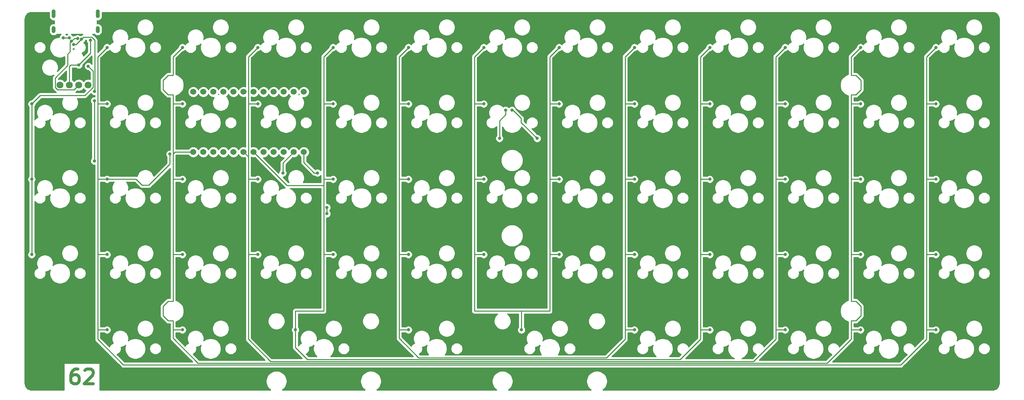
<source format=gtl>
G04 #@! TF.GenerationSoftware,KiCad,Pcbnew,(5.1.10-1-10_14)*
G04 #@! TF.CreationDate,2021-08-25T20:34:20+10:00*
G04 #@! TF.ProjectId,WTL62,57544c36-322e-46b6-9963-61645f706362,rev?*
G04 #@! TF.SameCoordinates,Original*
G04 #@! TF.FileFunction,Copper,L1,Top*
G04 #@! TF.FilePolarity,Positive*
%FSLAX46Y46*%
G04 Gerber Fmt 4.6, Leading zero omitted, Abs format (unit mm)*
G04 Created by KiCad (PCBNEW (5.1.10-1-10_14)) date 2021-08-25 20:34:20*
%MOMM*%
%LPD*%
G01*
G04 APERTURE LIST*
G04 #@! TA.AperFunction,NonConductor*
%ADD10C,0.800000*%
G04 #@! TD*
G04 #@! TA.AperFunction,ComponentPad*
%ADD11C,1.752600*%
G04 #@! TD*
G04 #@! TA.AperFunction,ComponentPad*
%ADD12C,1.000000*%
G04 #@! TD*
G04 #@! TA.AperFunction,ComponentPad*
%ADD13C,1.524000*%
G04 #@! TD*
G04 #@! TA.AperFunction,ViaPad*
%ADD14C,0.800000*%
G04 #@! TD*
G04 #@! TA.AperFunction,Conductor*
%ADD15C,0.250000*%
G04 #@! TD*
G04 #@! TA.AperFunction,NonConductor*
%ADD16C,0.254000*%
G04 #@! TD*
G04 #@! TA.AperFunction,NonConductor*
%ADD17C,0.100000*%
G04 #@! TD*
G04 APERTURE END LIST*
D10*
X37836607Y-114655059D02*
X37131845Y-114655059D01*
X36779464Y-114831250D01*
X36603273Y-115007440D01*
X36250892Y-115536011D01*
X36074702Y-116240773D01*
X36074702Y-117650297D01*
X36250892Y-118002678D01*
X36427083Y-118178869D01*
X36779464Y-118355059D01*
X37484226Y-118355059D01*
X37836607Y-118178869D01*
X38012797Y-118002678D01*
X38188988Y-117650297D01*
X38188988Y-116769345D01*
X38012797Y-116416964D01*
X37836607Y-116240773D01*
X37484226Y-116064583D01*
X36779464Y-116064583D01*
X36427083Y-116240773D01*
X36250892Y-116416964D01*
X36074702Y-116769345D01*
X39598511Y-115007440D02*
X39774702Y-114831250D01*
X40127083Y-114655059D01*
X41008035Y-114655059D01*
X41360416Y-114831250D01*
X41536607Y-115007440D01*
X41712797Y-115359821D01*
X41712797Y-115712202D01*
X41536607Y-116240773D01*
X39422321Y-118355059D01*
X41712797Y-118355059D01*
D11*
X33337500Y-42862500D03*
X40481250Y-42862500D03*
X38100000Y-42862500D03*
X35718750Y-42862500D03*
D12*
X42881550Y-28968700D03*
X42881250Y-28452000D03*
X42881250Y-29214000D03*
X42881250Y-28714700D03*
X31730650Y-28714700D03*
X31730650Y-29214000D03*
X31730650Y-28452000D03*
X31730950Y-28968700D03*
X31730950Y-25146000D03*
X31730950Y-25438100D03*
X31731250Y-24218900D03*
X31730950Y-24498300D03*
X31730950Y-24803100D03*
X42881550Y-25425400D03*
X42881550Y-25133300D03*
X42881550Y-24790400D03*
X42881550Y-24485600D03*
X42881850Y-24206200D03*
D13*
X67056000Y-44585600D03*
X69596000Y-44585600D03*
X72136000Y-44585600D03*
X74676000Y-44585600D03*
X77216000Y-44585600D03*
X79756000Y-44585600D03*
X82296000Y-44585600D03*
X84836000Y-44585600D03*
X87376000Y-44585600D03*
X89916000Y-44585600D03*
X92456000Y-44585600D03*
X94996000Y-44585600D03*
X94996000Y-59805600D03*
X92456000Y-59805600D03*
X89916000Y-59805600D03*
X87376000Y-59805600D03*
X84836000Y-59805600D03*
X82296000Y-59805600D03*
X79756000Y-59805600D03*
X77216000Y-59805600D03*
X74676000Y-59805600D03*
X72136000Y-59805600D03*
X69596000Y-59805600D03*
X67056000Y-59805600D03*
D14*
X38056236Y-37770700D03*
X41021000Y-31496000D03*
X36830000Y-32639000D03*
X38765178Y-31293576D03*
X42068750Y-44450000D03*
X36247696Y-31804907D03*
X37781250Y-31115000D03*
X34157764Y-30876708D03*
X35718750Y-30956250D03*
X89693750Y-65087500D03*
X100806250Y-75406250D03*
X100806250Y-73818750D03*
X98425000Y-65087500D03*
X42068750Y-62067611D03*
X42068750Y-46831250D03*
X144462500Y-56356250D03*
X146050000Y-49212500D03*
X153987500Y-56356250D03*
X147637500Y-49212500D03*
X26193750Y-85725000D03*
X26193750Y-66675000D03*
X26193750Y-47625000D03*
X40481250Y-38100000D03*
X254793750Y-85725000D03*
X254793750Y-66675000D03*
X254793750Y-47625000D03*
X45243750Y-47625000D03*
X45243750Y-66675000D03*
X254793750Y-104775000D03*
X45243750Y-33337500D03*
X45243750Y-104775000D03*
X45243750Y-85725000D03*
X254793750Y-33337500D03*
X61118750Y-60325000D03*
X64293750Y-33337500D03*
X235743750Y-85725000D03*
X235743750Y-66675000D03*
X235743750Y-47625000D03*
X64293750Y-85725000D03*
X64293750Y-66675000D03*
X64293750Y-47625000D03*
X235743750Y-104775000D03*
X64293750Y-104775000D03*
X235743750Y-33337500D03*
X216693750Y-47625000D03*
X216693750Y-66675000D03*
X216693750Y-85725000D03*
X83343750Y-47625000D03*
X83343750Y-66675000D03*
X83343750Y-85725000D03*
X216693750Y-104775000D03*
X216693750Y-33337500D03*
X83343750Y-33337500D03*
X197643750Y-85725000D03*
X197643750Y-66675000D03*
X197643750Y-47625000D03*
X102393750Y-85725000D03*
X102393750Y-66675000D03*
X102393750Y-47625000D03*
X197643750Y-104775000D03*
X92868750Y-104775000D03*
X197643750Y-33337500D03*
X102393750Y-33337500D03*
X178593750Y-47625000D03*
X178593750Y-66675000D03*
X178593750Y-85725000D03*
X121443750Y-47625000D03*
X121443750Y-66675000D03*
X121443750Y-85725000D03*
X178593750Y-104775000D03*
X121443750Y-104775000D03*
X178593750Y-33337500D03*
X121443750Y-33337500D03*
X159543750Y-85725000D03*
X159543750Y-66675000D03*
X159543750Y-47625000D03*
X140493750Y-47625000D03*
X140493750Y-66675000D03*
X140493750Y-85725000D03*
X150018750Y-104775000D03*
X159543750Y-33337500D03*
X140493750Y-33337500D03*
D15*
X41021000Y-34805936D02*
X41021000Y-31496000D01*
X38056236Y-37770700D02*
X41021000Y-34805936D01*
X38056236Y-37770700D02*
X36048050Y-37770700D01*
X35718750Y-38100000D02*
X35718750Y-42862500D01*
X36048050Y-37770700D02*
X35718750Y-38100000D01*
X38741109Y-31293576D02*
X38765178Y-31293576D01*
X37395685Y-32639000D02*
X38741109Y-31293576D01*
X36830000Y-32639000D02*
X37395685Y-32639000D01*
X41369001Y-30770999D02*
X42132560Y-31534558D01*
X39287755Y-30770999D02*
X41369001Y-30770999D01*
X38765178Y-31293576D02*
X39287755Y-30770999D01*
X42132560Y-44386190D02*
X42068750Y-44450000D01*
X42132560Y-31534558D02*
X42132560Y-44386190D01*
X38703324Y-42862500D02*
X38100000Y-42862500D01*
X36937603Y-31115000D02*
X36247696Y-31804907D01*
X37781250Y-31115000D02*
X36937603Y-31115000D01*
X36898699Y-44063801D02*
X38100000Y-42862500D01*
X32136199Y-43439125D02*
X32760875Y-44063801D01*
X32136199Y-41046141D02*
X32136199Y-43439125D01*
X35322499Y-37859841D02*
X32136199Y-41046141D01*
X35322499Y-35001499D02*
X35322499Y-37859841D01*
X35847697Y-34476301D02*
X35322499Y-35001499D01*
X32760875Y-44063801D02*
X36898699Y-44063801D01*
X35847697Y-32204906D02*
X35847697Y-34476301D01*
X36247696Y-31804907D02*
X35847697Y-32204906D01*
X35639208Y-30876708D02*
X35718750Y-30956250D01*
X34157764Y-30876708D02*
X35639208Y-30876708D01*
X89693750Y-62567850D02*
X92456000Y-59805600D01*
X89693750Y-65087500D02*
X89693750Y-62567850D01*
X100806250Y-75406250D02*
X100806250Y-73818750D01*
X98425000Y-65087500D02*
X97631250Y-65087500D01*
X94996000Y-62452250D02*
X94996000Y-59805600D01*
X97631250Y-65087500D02*
X94996000Y-62452250D01*
X42068750Y-62067611D02*
X42068750Y-46831250D01*
X146050000Y-50326002D02*
X146050000Y-49212500D01*
X144462500Y-51913502D02*
X146050000Y-50326002D01*
X144462500Y-56356250D02*
X144462500Y-51913502D01*
X149956401Y-51274427D02*
X147894474Y-49212500D01*
X147894474Y-49212500D02*
X147637500Y-49212500D01*
X149956401Y-52325151D02*
X149956401Y-51274427D01*
X153987500Y-56356250D02*
X149956401Y-52325151D01*
X26193750Y-47625000D02*
X26193750Y-85725000D01*
X41682551Y-43439125D02*
X39639177Y-45482499D01*
X28336251Y-45482499D02*
X26193750Y-47625000D01*
X39639177Y-45482499D02*
X28336251Y-45482499D01*
X41682551Y-39301301D02*
X41682551Y-43439125D01*
X40481250Y-38100000D02*
X41682551Y-39301301D01*
X254793750Y-104775000D02*
X252412500Y-104775000D01*
X45243750Y-104775000D02*
X42862500Y-104775000D01*
X254793750Y-85725000D02*
X252412500Y-85725000D01*
X45243750Y-85725000D02*
X42862500Y-85725000D01*
X254793750Y-66675000D02*
X252412500Y-66675000D01*
X45243750Y-66675000D02*
X42862500Y-66675000D01*
X254793750Y-47625000D02*
X252412500Y-47625000D01*
X45243750Y-33337500D02*
X42862500Y-35718750D01*
X45243750Y-47625000D02*
X42862500Y-47625000D01*
X42862500Y-35718750D02*
X42862500Y-104775000D01*
X42862500Y-104775000D02*
X42862500Y-107156250D01*
X49362690Y-113656440D02*
X245912310Y-113656440D01*
X42862500Y-107156250D02*
X49362690Y-113656440D01*
X245912310Y-113656440D02*
X252412500Y-107156250D01*
X252412500Y-107156250D02*
X252412500Y-104775000D01*
X55803501Y-68182501D02*
X61118750Y-62867252D01*
X45243750Y-66675000D02*
X52543998Y-66675000D01*
X54051499Y-68182501D02*
X55803501Y-68182501D01*
X52543998Y-66675000D02*
X54051499Y-68182501D01*
X61118750Y-62867252D02*
X61118750Y-60325000D01*
X252412500Y-45337501D02*
X252412500Y-47625000D01*
X252412500Y-47625000D02*
X252412500Y-97537499D01*
X252412500Y-35718750D02*
X254793750Y-33337500D01*
X252412500Y-104775000D02*
X252412500Y-35718750D01*
X235743750Y-104775000D02*
X233362500Y-104775000D01*
X64293750Y-104775000D02*
X61912500Y-104775000D01*
X235743750Y-85725000D02*
X233362500Y-85725000D01*
X64293750Y-85725000D02*
X61912500Y-85725000D01*
X235743750Y-66675000D02*
X233362500Y-66675000D01*
X64293750Y-66675000D02*
X61912500Y-66675000D01*
X235743750Y-47625000D02*
X233362500Y-47625000D01*
X64293750Y-47625000D02*
X61912500Y-47625000D01*
X64293750Y-33337500D02*
X61912500Y-35718750D01*
X235743750Y-33337500D02*
X233362500Y-35718750D01*
X62431900Y-59805600D02*
X61912500Y-60325000D01*
X67056000Y-59805600D02*
X62431900Y-59805600D01*
X61912500Y-35718750D02*
X61912500Y-40387499D01*
X59437499Y-41674499D02*
X59437499Y-44050501D01*
X60724499Y-40387499D02*
X59437499Y-41674499D01*
X59437499Y-44050501D02*
X60724499Y-45337501D01*
X61912500Y-40387499D02*
X60724499Y-40387499D01*
X60724499Y-45337501D02*
X61912500Y-45337501D01*
X61912500Y-45337501D02*
X61912500Y-60325000D01*
X61912500Y-60325000D02*
X61912500Y-97537499D01*
X59437499Y-98824499D02*
X59437499Y-101200501D01*
X59437499Y-101200501D02*
X60724499Y-102487501D01*
X60724499Y-97537499D02*
X59437499Y-98824499D01*
X61912500Y-97537499D02*
X60724499Y-97537499D01*
X60724499Y-102487501D02*
X61912500Y-102487501D01*
X61912500Y-102487501D02*
X61912500Y-104775000D01*
X233362500Y-35718750D02*
X233362500Y-40387499D01*
X235837501Y-44050501D02*
X234550501Y-45337501D01*
X235837501Y-41674499D02*
X235837501Y-44050501D01*
X234550501Y-40387499D02*
X235837501Y-41674499D01*
X233362500Y-40387499D02*
X234550501Y-40387499D01*
X234550501Y-45337501D02*
X233362500Y-45337501D01*
X233362500Y-45337501D02*
X233362500Y-85725000D01*
X233362500Y-85725000D02*
X233362500Y-97537499D01*
X235837501Y-98824499D02*
X235837501Y-101200501D01*
X235837501Y-101200501D02*
X234550501Y-102487501D01*
X234550501Y-97537499D02*
X235837501Y-98824499D01*
X233362500Y-97537499D02*
X234550501Y-97537499D01*
X234550501Y-102487501D02*
X233362500Y-102487501D01*
X233362500Y-102487501D02*
X233362500Y-104775000D01*
X61912500Y-106868502D02*
X61912500Y-104775000D01*
X227312320Y-113206430D02*
X68250428Y-113206430D01*
X68250428Y-113206430D02*
X61912500Y-106868502D01*
X233362500Y-107156250D02*
X227312320Y-113206430D01*
X233362500Y-104775000D02*
X233362500Y-107156250D01*
X216693750Y-104775000D02*
X214312500Y-104775000D01*
X216693750Y-85725000D02*
X214312500Y-85725000D01*
X83343750Y-85725000D02*
X80962500Y-85725000D01*
X216693750Y-66675000D02*
X214312500Y-66675000D01*
X83343750Y-66675000D02*
X80962500Y-66675000D01*
X216693750Y-47625000D02*
X214312500Y-47625000D01*
X83343750Y-47625000D02*
X80962500Y-47625000D01*
X83343750Y-33337500D02*
X80962500Y-35718750D01*
X216693750Y-33337500D02*
X214312500Y-35718750D01*
X214312500Y-35718750D02*
X214312500Y-104775000D01*
X80962500Y-85725000D02*
X80962500Y-107156250D01*
X86562670Y-112756420D02*
X208712330Y-112756420D01*
X80962500Y-107156250D02*
X86562670Y-112756420D01*
X208712330Y-112756420D02*
X214312500Y-107156250D01*
X214312500Y-107156250D02*
X214312500Y-104775000D01*
X80962500Y-61012100D02*
X79756000Y-59805600D01*
X80962500Y-61118750D02*
X80962500Y-61012100D01*
X80962500Y-35718750D02*
X80962500Y-61118750D01*
X80962500Y-61118750D02*
X80962500Y-85725000D01*
X197643750Y-104775000D02*
X195262500Y-104775000D01*
X197643750Y-85725000D02*
X195262500Y-85725000D01*
X102393750Y-85725000D02*
X100012500Y-85725000D01*
X197643750Y-66675000D02*
X195262500Y-66675000D01*
X102393750Y-66675000D02*
X100012500Y-66675000D01*
X197643750Y-47625000D02*
X195262500Y-47625000D01*
X102393750Y-47625000D02*
X100012500Y-47625000D01*
X102393750Y-33337500D02*
X100012500Y-35718750D01*
X197643750Y-33337500D02*
X195262500Y-35718750D01*
X195262500Y-35718750D02*
X195262500Y-104775000D01*
X92868750Y-104775000D02*
X92868750Y-100012500D01*
X92868750Y-100012500D02*
X100012500Y-100012500D01*
X100012500Y-85725000D02*
X100012500Y-100012500D01*
X92868750Y-104775000D02*
X92868750Y-107156250D01*
X95925408Y-112306410D02*
X190112340Y-112306410D01*
X92868750Y-109249752D02*
X95925408Y-112306410D01*
X92868750Y-107156250D02*
X92868750Y-109249752D01*
X190112340Y-112306410D02*
X195262500Y-107156250D01*
X195262500Y-107156250D02*
X195262500Y-104775000D01*
X82296000Y-59805600D02*
X90752900Y-68262500D01*
X90752900Y-68262500D02*
X100012500Y-68262500D01*
X100012500Y-68262500D02*
X100012500Y-85725000D01*
X100012500Y-35718750D02*
X100012500Y-68262500D01*
X121443750Y-104775000D02*
X119062500Y-104775000D01*
X178593750Y-104775000D02*
X176212500Y-104775000D01*
X121443750Y-85725000D02*
X119062500Y-85725000D01*
X178593750Y-85725000D02*
X176212500Y-85725000D01*
X121443750Y-66675000D02*
X119062500Y-66675000D01*
X178593750Y-66675000D02*
X176212500Y-66675000D01*
X178593750Y-47625000D02*
X176212500Y-47625000D01*
X121443750Y-47625000D02*
X119062500Y-47625000D01*
X121443750Y-33337500D02*
X119062500Y-35718750D01*
X178593750Y-33337500D02*
X176212500Y-35718750D01*
X119062500Y-35718750D02*
X119062500Y-104775000D01*
X176212500Y-35718750D02*
X176212500Y-104775000D01*
X119062500Y-104775000D02*
X119062500Y-106868502D01*
X124050399Y-111856401D02*
X171512349Y-111856401D01*
X119062500Y-106868502D02*
X124050399Y-111856401D01*
X176212500Y-107156250D02*
X176212500Y-104775000D01*
X171512349Y-111856401D02*
X176212500Y-107156250D01*
X140493750Y-85725000D02*
X138112500Y-85725000D01*
X159543750Y-85725000D02*
X157162500Y-85725000D01*
X140493750Y-66675000D02*
X138112500Y-66675000D01*
X159543750Y-66675000D02*
X157162500Y-66675000D01*
X159543750Y-47625000D02*
X157162500Y-47625000D01*
X140493750Y-47625000D02*
X138112500Y-47625000D01*
X140493750Y-33337500D02*
X138112500Y-35718750D01*
X159543750Y-33337500D02*
X157162500Y-35718750D01*
X150018750Y-104610228D02*
X150018750Y-104775000D01*
X159382748Y-85886002D02*
X159543750Y-85725000D01*
X138112500Y-35718750D02*
X138112500Y-85725000D01*
X157162500Y-35718750D02*
X157162500Y-85725000D01*
X138112500Y-85725000D02*
X138112500Y-100012500D01*
X138112500Y-100012500D02*
X150018750Y-100012500D01*
X150018750Y-100012500D02*
X150018750Y-104775000D01*
X150018750Y-100012500D02*
X157162500Y-100012500D01*
X157162500Y-100012500D02*
X157162500Y-85725000D01*
D16*
X30595950Y-24472377D02*
X30595950Y-24610088D01*
X30604028Y-24650700D01*
X30595950Y-24691312D01*
X30595950Y-24914888D01*
X30607817Y-24974550D01*
X30595950Y-25034212D01*
X30595950Y-25257788D01*
X30602765Y-25292050D01*
X30595950Y-25326312D01*
X30595950Y-25549888D01*
X30639567Y-25769167D01*
X30725126Y-25975724D01*
X30849338Y-26161620D01*
X31007430Y-26319712D01*
X31193326Y-26443924D01*
X31399883Y-26529483D01*
X31619162Y-26573100D01*
X31842738Y-26573100D01*
X31883750Y-26564942D01*
X31883751Y-27325218D01*
X31842438Y-27317000D01*
X31618862Y-27317000D01*
X31399583Y-27360617D01*
X31193026Y-27446176D01*
X31007130Y-27570388D01*
X30849038Y-27728480D01*
X30724826Y-27914376D01*
X30639267Y-28120933D01*
X30595650Y-28340212D01*
X30595650Y-28563788D01*
X30599541Y-28583350D01*
X30595650Y-28602912D01*
X30595650Y-28826488D01*
X30598826Y-28842454D01*
X30595950Y-28856912D01*
X30595950Y-29080488D01*
X30597961Y-29090596D01*
X30595650Y-29102212D01*
X30595650Y-29325788D01*
X30639267Y-29545067D01*
X30724826Y-29751624D01*
X30849038Y-29937520D01*
X31007130Y-30095612D01*
X31193026Y-30219824D01*
X31399583Y-30305383D01*
X31618862Y-30349000D01*
X31842438Y-30349000D01*
X32061717Y-30305383D01*
X32268274Y-30219824D01*
X32454170Y-30095612D01*
X32520162Y-30029620D01*
X32543750Y-30031943D01*
X32576169Y-30028750D01*
X33563872Y-30028750D01*
X33497990Y-30072771D01*
X33353827Y-30216934D01*
X33240559Y-30386452D01*
X33162538Y-30574810D01*
X33135926Y-30708600D01*
X33078576Y-30708600D01*
X32570678Y-30809627D01*
X32092249Y-31007799D01*
X31661674Y-31295500D01*
X31295500Y-31661674D01*
X31007799Y-32092249D01*
X30809627Y-32570678D01*
X30708600Y-33078576D01*
X30708600Y-33596424D01*
X30809627Y-34104322D01*
X31007799Y-34582751D01*
X31295500Y-35013326D01*
X31661674Y-35379500D01*
X32092249Y-35667201D01*
X32570678Y-35865373D01*
X33078576Y-35966400D01*
X33596424Y-35966400D01*
X34104322Y-35865373D01*
X34562499Y-35675590D01*
X34562500Y-37545038D01*
X32697131Y-39410407D01*
X32850453Y-39040256D01*
X32932500Y-38627779D01*
X32932500Y-38207221D01*
X32850453Y-37794744D01*
X32689512Y-37406198D01*
X32455863Y-37056517D01*
X32158483Y-36759137D01*
X31808802Y-36525488D01*
X31420256Y-36364547D01*
X31007779Y-36282500D01*
X30587221Y-36282500D01*
X30174744Y-36364547D01*
X29786198Y-36525488D01*
X29436517Y-36759137D01*
X29139137Y-37056517D01*
X28905488Y-37406198D01*
X28744547Y-37794744D01*
X28662500Y-38207221D01*
X28662500Y-38627779D01*
X28744547Y-39040256D01*
X28905488Y-39428802D01*
X29139137Y-39778483D01*
X29436517Y-40075863D01*
X29786198Y-40309512D01*
X30174744Y-40470453D01*
X30587221Y-40552500D01*
X31007779Y-40552500D01*
X31420256Y-40470453D01*
X31790408Y-40317131D01*
X31625202Y-40482337D01*
X31596198Y-40506140D01*
X31571296Y-40536484D01*
X31501225Y-40621865D01*
X31470287Y-40679746D01*
X31430653Y-40753895D01*
X31387196Y-40897156D01*
X31376199Y-41008809D01*
X31376199Y-41008819D01*
X31372523Y-41046141D01*
X31376199Y-41083464D01*
X31376200Y-43401793D01*
X31372523Y-43439125D01*
X31376200Y-43476458D01*
X31387197Y-43588111D01*
X31394293Y-43611503D01*
X31430653Y-43731371D01*
X31501225Y-43863401D01*
X31543420Y-43914815D01*
X31596199Y-43979126D01*
X31625197Y-44002924D01*
X32197075Y-44574803D01*
X32220874Y-44603802D01*
X32336599Y-44698775D01*
X32380983Y-44722499D01*
X28373574Y-44722499D01*
X28336251Y-44718823D01*
X28298928Y-44722499D01*
X28298918Y-44722499D01*
X28187265Y-44733496D01*
X28044004Y-44776953D01*
X27911974Y-44847525D01*
X27831919Y-44913225D01*
X27796250Y-44942498D01*
X27772452Y-44971496D01*
X26153949Y-46590000D01*
X26091811Y-46590000D01*
X25891852Y-46629774D01*
X25703494Y-46707795D01*
X25533976Y-46821063D01*
X25389813Y-46965226D01*
X25276545Y-47134744D01*
X25198524Y-47323102D01*
X25158750Y-47523061D01*
X25158750Y-47726939D01*
X25198524Y-47926898D01*
X25276545Y-48115256D01*
X25389813Y-48284774D01*
X25433750Y-48328711D01*
X25433750Y-65971289D01*
X25389813Y-66015226D01*
X25276545Y-66184744D01*
X25198524Y-66373102D01*
X25158750Y-66573061D01*
X25158750Y-66776939D01*
X25198524Y-66976898D01*
X25276545Y-67165256D01*
X25389813Y-67334774D01*
X25433751Y-67378712D01*
X25433751Y-85021288D01*
X25389813Y-85065226D01*
X25276545Y-85234744D01*
X25198524Y-85423102D01*
X25158750Y-85623061D01*
X25158750Y-85826939D01*
X25198524Y-86026898D01*
X25276545Y-86215256D01*
X25389813Y-86384774D01*
X25533976Y-86528937D01*
X25703494Y-86642205D01*
X25891852Y-86720226D01*
X26091811Y-86760000D01*
X26295689Y-86760000D01*
X26495648Y-86720226D01*
X26684006Y-86642205D01*
X26853524Y-86528937D01*
X26997687Y-86384774D01*
X27110955Y-86215256D01*
X27188976Y-86026898D01*
X27228750Y-85826939D01*
X27228750Y-85623061D01*
X27188976Y-85423102D01*
X27110955Y-85234744D01*
X27085884Y-85197221D01*
X33742500Y-85197221D01*
X33742500Y-85617779D01*
X33824547Y-86030256D01*
X33985488Y-86418802D01*
X34219137Y-86768483D01*
X34516517Y-87065863D01*
X34866198Y-87299512D01*
X35254744Y-87460453D01*
X35667221Y-87542500D01*
X36087779Y-87542500D01*
X36500256Y-87460453D01*
X36888802Y-87299512D01*
X37238483Y-87065863D01*
X37535863Y-86768483D01*
X37769512Y-86418802D01*
X37930453Y-86030256D01*
X38012500Y-85617779D01*
X38012500Y-85197221D01*
X37930453Y-84784744D01*
X37769512Y-84396198D01*
X37535863Y-84046517D01*
X37238483Y-83749137D01*
X36888802Y-83515488D01*
X36500256Y-83354547D01*
X36087779Y-83272500D01*
X35667221Y-83272500D01*
X35254744Y-83354547D01*
X34866198Y-83515488D01*
X34516517Y-83749137D01*
X34219137Y-84046517D01*
X33985488Y-84396198D01*
X33824547Y-84784744D01*
X33742500Y-85197221D01*
X27085884Y-85197221D01*
X26997687Y-85065226D01*
X26953750Y-85021289D01*
X26953750Y-72204227D01*
X27084607Y-72400069D01*
X27294931Y-72610393D01*
X27542247Y-72775644D01*
X27817049Y-72889471D01*
X28108778Y-72947500D01*
X28406222Y-72947500D01*
X28697951Y-72889471D01*
X28972753Y-72775644D01*
X29220069Y-72610393D01*
X29430393Y-72400069D01*
X29595644Y-72152753D01*
X29709471Y-71877951D01*
X29767500Y-71586222D01*
X29767500Y-71288778D01*
X29716523Y-71032500D01*
X29737779Y-71032500D01*
X30150256Y-70950453D01*
X30538802Y-70789512D01*
X30845208Y-70584779D01*
X30809627Y-70670678D01*
X30708600Y-71178576D01*
X30708600Y-71696424D01*
X30809627Y-72204322D01*
X31007799Y-72682751D01*
X31295500Y-73113326D01*
X31661674Y-73479500D01*
X32092249Y-73767201D01*
X32570678Y-73965373D01*
X33078576Y-74066400D01*
X33596424Y-74066400D01*
X34104322Y-73965373D01*
X34582751Y-73767201D01*
X35013326Y-73479500D01*
X35379500Y-73113326D01*
X35667201Y-72682751D01*
X35865373Y-72204322D01*
X35966400Y-71696424D01*
X35966400Y-71288778D01*
X36907500Y-71288778D01*
X36907500Y-71586222D01*
X36965529Y-71877951D01*
X37079356Y-72152753D01*
X37244607Y-72400069D01*
X37454931Y-72610393D01*
X37702247Y-72775644D01*
X37977049Y-72889471D01*
X38268778Y-72947500D01*
X38566222Y-72947500D01*
X38857951Y-72889471D01*
X39132753Y-72775644D01*
X39380069Y-72610393D01*
X39590393Y-72400069D01*
X39755644Y-72152753D01*
X39869471Y-71877951D01*
X39927500Y-71586222D01*
X39927500Y-71288778D01*
X39869471Y-70997049D01*
X39755644Y-70722247D01*
X39590393Y-70474931D01*
X39380069Y-70264607D01*
X39132753Y-70099356D01*
X38857951Y-69985529D01*
X38566222Y-69927500D01*
X38268778Y-69927500D01*
X37977049Y-69985529D01*
X37702247Y-70099356D01*
X37454931Y-70264607D01*
X37244607Y-70474931D01*
X37079356Y-70722247D01*
X36965529Y-70997049D01*
X36907500Y-71288778D01*
X35966400Y-71288778D01*
X35966400Y-71178576D01*
X35865373Y-70670678D01*
X35667201Y-70192249D01*
X35379500Y-69761674D01*
X35013326Y-69395500D01*
X34582751Y-69107799D01*
X34104322Y-68909627D01*
X33596424Y-68808600D01*
X33078576Y-68808600D01*
X32570678Y-68909627D01*
X32092249Y-69107799D01*
X31661674Y-69395500D01*
X31591263Y-69465911D01*
X31662500Y-69107779D01*
X31662500Y-68687221D01*
X31580453Y-68274744D01*
X31419512Y-67886198D01*
X31185863Y-67536517D01*
X30888483Y-67239137D01*
X30538802Y-67005488D01*
X30150256Y-66844547D01*
X29737779Y-66762500D01*
X29317221Y-66762500D01*
X28904744Y-66844547D01*
X28516198Y-67005488D01*
X28166517Y-67239137D01*
X27869137Y-67536517D01*
X27635488Y-67886198D01*
X27474547Y-68274744D01*
X27392500Y-68687221D01*
X27392500Y-69107779D01*
X27474547Y-69520256D01*
X27635488Y-69908802D01*
X27714999Y-70027799D01*
X27542247Y-70099356D01*
X27294931Y-70264607D01*
X27084607Y-70474931D01*
X26953750Y-70670773D01*
X26953750Y-67378711D01*
X26997687Y-67334774D01*
X27110955Y-67165256D01*
X27188976Y-66976898D01*
X27228750Y-66776939D01*
X27228750Y-66573061D01*
X27188976Y-66373102D01*
X27110955Y-66184744D01*
X27085884Y-66147221D01*
X33742500Y-66147221D01*
X33742500Y-66567779D01*
X33824547Y-66980256D01*
X33985488Y-67368802D01*
X34219137Y-67718483D01*
X34516517Y-68015863D01*
X34866198Y-68249512D01*
X35254744Y-68410453D01*
X35667221Y-68492500D01*
X36087779Y-68492500D01*
X36500256Y-68410453D01*
X36888802Y-68249512D01*
X37238483Y-68015863D01*
X37535863Y-67718483D01*
X37769512Y-67368802D01*
X37930453Y-66980256D01*
X38012500Y-66567779D01*
X38012500Y-66147221D01*
X37930453Y-65734744D01*
X37769512Y-65346198D01*
X37535863Y-64996517D01*
X37238483Y-64699137D01*
X36888802Y-64465488D01*
X36500256Y-64304547D01*
X36087779Y-64222500D01*
X35667221Y-64222500D01*
X35254744Y-64304547D01*
X34866198Y-64465488D01*
X34516517Y-64699137D01*
X34219137Y-64996517D01*
X33985488Y-65346198D01*
X33824547Y-65734744D01*
X33742500Y-66147221D01*
X27085884Y-66147221D01*
X26997687Y-66015226D01*
X26953750Y-65971289D01*
X26953750Y-53154227D01*
X27084607Y-53350069D01*
X27294931Y-53560393D01*
X27542247Y-53725644D01*
X27817049Y-53839471D01*
X28108778Y-53897500D01*
X28406222Y-53897500D01*
X28697951Y-53839471D01*
X28972753Y-53725644D01*
X29220069Y-53560393D01*
X29430393Y-53350069D01*
X29595644Y-53102753D01*
X29709471Y-52827951D01*
X29767500Y-52536222D01*
X29767500Y-52238778D01*
X29716523Y-51982500D01*
X29737779Y-51982500D01*
X30150256Y-51900453D01*
X30538802Y-51739512D01*
X30845208Y-51534779D01*
X30809627Y-51620678D01*
X30708600Y-52128576D01*
X30708600Y-52646424D01*
X30809627Y-53154322D01*
X31007799Y-53632751D01*
X31295500Y-54063326D01*
X31661674Y-54429500D01*
X32092249Y-54717201D01*
X32570678Y-54915373D01*
X33078576Y-55016400D01*
X33596424Y-55016400D01*
X34104322Y-54915373D01*
X34582751Y-54717201D01*
X35013326Y-54429500D01*
X35379500Y-54063326D01*
X35667201Y-53632751D01*
X35865373Y-53154322D01*
X35966400Y-52646424D01*
X35966400Y-52238778D01*
X36907500Y-52238778D01*
X36907500Y-52536222D01*
X36965529Y-52827951D01*
X37079356Y-53102753D01*
X37244607Y-53350069D01*
X37454931Y-53560393D01*
X37702247Y-53725644D01*
X37977049Y-53839471D01*
X38268778Y-53897500D01*
X38566222Y-53897500D01*
X38857951Y-53839471D01*
X39132753Y-53725644D01*
X39380069Y-53560393D01*
X39590393Y-53350069D01*
X39755644Y-53102753D01*
X39869471Y-52827951D01*
X39927500Y-52536222D01*
X39927500Y-52238778D01*
X39869471Y-51947049D01*
X39755644Y-51672247D01*
X39590393Y-51424931D01*
X39380069Y-51214607D01*
X39132753Y-51049356D01*
X38857951Y-50935529D01*
X38566222Y-50877500D01*
X38268778Y-50877500D01*
X37977049Y-50935529D01*
X37702247Y-51049356D01*
X37454931Y-51214607D01*
X37244607Y-51424931D01*
X37079356Y-51672247D01*
X36965529Y-51947049D01*
X36907500Y-52238778D01*
X35966400Y-52238778D01*
X35966400Y-52128576D01*
X35865373Y-51620678D01*
X35667201Y-51142249D01*
X35379500Y-50711674D01*
X35013326Y-50345500D01*
X34582751Y-50057799D01*
X34104322Y-49859627D01*
X33596424Y-49758600D01*
X33078576Y-49758600D01*
X32570678Y-49859627D01*
X32092249Y-50057799D01*
X31661674Y-50345500D01*
X31591263Y-50415911D01*
X31662500Y-50057779D01*
X31662500Y-49637221D01*
X31580453Y-49224744D01*
X31419512Y-48836198D01*
X31185863Y-48486517D01*
X30888483Y-48189137D01*
X30538802Y-47955488D01*
X30150256Y-47794547D01*
X29737779Y-47712500D01*
X29317221Y-47712500D01*
X28904744Y-47794547D01*
X28516198Y-47955488D01*
X28166517Y-48189137D01*
X27869137Y-48486517D01*
X27635488Y-48836198D01*
X27474547Y-49224744D01*
X27392500Y-49637221D01*
X27392500Y-50057779D01*
X27474547Y-50470256D01*
X27635488Y-50858802D01*
X27714999Y-50977799D01*
X27542247Y-51049356D01*
X27294931Y-51214607D01*
X27084607Y-51424931D01*
X26953750Y-51620773D01*
X26953750Y-48328711D01*
X26997687Y-48284774D01*
X27110955Y-48115256D01*
X27188976Y-47926898D01*
X27228750Y-47726939D01*
X27228750Y-47664801D01*
X28651053Y-46242499D01*
X34021368Y-46242499D01*
X33985488Y-46296198D01*
X33824547Y-46684744D01*
X33742500Y-47097221D01*
X33742500Y-47517779D01*
X33824547Y-47930256D01*
X33985488Y-48318802D01*
X34219137Y-48668483D01*
X34516517Y-48965863D01*
X34866198Y-49199512D01*
X35254744Y-49360453D01*
X35667221Y-49442500D01*
X36087779Y-49442500D01*
X36500256Y-49360453D01*
X36888802Y-49199512D01*
X37238483Y-48965863D01*
X37535863Y-48668483D01*
X37769512Y-48318802D01*
X37930453Y-47930256D01*
X38012500Y-47517779D01*
X38012500Y-47097221D01*
X37930453Y-46684744D01*
X37769512Y-46296198D01*
X37733632Y-46242499D01*
X39601855Y-46242499D01*
X39639177Y-46246175D01*
X39676499Y-46242499D01*
X39676510Y-46242499D01*
X39788163Y-46231502D01*
X39931424Y-46188045D01*
X40063453Y-46117473D01*
X40179178Y-46022500D01*
X40202981Y-45993496D01*
X41193472Y-45003005D01*
X41264813Y-45109774D01*
X41408976Y-45253937D01*
X41578494Y-45367205D01*
X41766852Y-45445226D01*
X41966811Y-45485000D01*
X42102500Y-45485000D01*
X42102500Y-45796250D01*
X41966811Y-45796250D01*
X41766852Y-45836024D01*
X41578494Y-45914045D01*
X41408976Y-46027313D01*
X41264813Y-46171476D01*
X41151545Y-46340994D01*
X41073524Y-46529352D01*
X41033750Y-46729311D01*
X41033750Y-46933189D01*
X41073524Y-47133148D01*
X41151545Y-47321506D01*
X41264813Y-47491024D01*
X41308751Y-47534962D01*
X41308750Y-61363900D01*
X41264813Y-61407837D01*
X41151545Y-61577355D01*
X41073524Y-61765713D01*
X41033750Y-61965672D01*
X41033750Y-62169550D01*
X41073524Y-62369509D01*
X41151545Y-62557867D01*
X41264813Y-62727385D01*
X41408976Y-62871548D01*
X41578494Y-62984816D01*
X41766852Y-63062837D01*
X41966811Y-63102611D01*
X42102500Y-63102611D01*
X42102500Y-66637663D01*
X42098823Y-66675000D01*
X42102500Y-66712337D01*
X42102501Y-85687660D01*
X42098823Y-85725000D01*
X42102501Y-85762340D01*
X42102501Y-104737657D01*
X42098823Y-104775000D01*
X42102500Y-104812332D01*
X42102501Y-107118917D01*
X42098824Y-107156250D01*
X42102501Y-107193582D01*
X42102501Y-107193583D01*
X42113498Y-107305236D01*
X42126680Y-107348692D01*
X42156954Y-107448496D01*
X42227526Y-107580526D01*
X42269917Y-107632179D01*
X42322500Y-107696251D01*
X42351498Y-107720049D01*
X48798891Y-114167443D01*
X48822689Y-114196441D01*
X48938414Y-114291414D01*
X49070443Y-114361986D01*
X49213704Y-114405443D01*
X49325357Y-114416440D01*
X49325367Y-114416440D01*
X49362690Y-114420116D01*
X49400013Y-114416440D01*
X245874988Y-114416440D01*
X245912310Y-114420116D01*
X245949632Y-114416440D01*
X245949643Y-114416440D01*
X246061296Y-114405443D01*
X246204557Y-114361986D01*
X246336586Y-114291414D01*
X246452311Y-114196441D01*
X246476114Y-114167437D01*
X251254773Y-109388778D01*
X255347500Y-109388778D01*
X255347500Y-109686222D01*
X255405529Y-109977951D01*
X255519356Y-110252753D01*
X255684607Y-110500069D01*
X255894931Y-110710393D01*
X256142247Y-110875644D01*
X256417049Y-110989471D01*
X256708778Y-111047500D01*
X257006222Y-111047500D01*
X257297951Y-110989471D01*
X257572753Y-110875644D01*
X257820069Y-110710393D01*
X258030393Y-110500069D01*
X258195644Y-110252753D01*
X258309471Y-109977951D01*
X258367500Y-109686222D01*
X258367500Y-109388778D01*
X258316523Y-109132500D01*
X258337779Y-109132500D01*
X258750256Y-109050453D01*
X259138802Y-108889512D01*
X259445208Y-108684779D01*
X259409627Y-108770678D01*
X259308600Y-109278576D01*
X259308600Y-109796424D01*
X259409627Y-110304322D01*
X259607799Y-110782751D01*
X259895500Y-111213326D01*
X260261674Y-111579500D01*
X260692249Y-111867201D01*
X261170678Y-112065373D01*
X261678576Y-112166400D01*
X262196424Y-112166400D01*
X262704322Y-112065373D01*
X263182751Y-111867201D01*
X263613326Y-111579500D01*
X263979500Y-111213326D01*
X264267201Y-110782751D01*
X264465373Y-110304322D01*
X264566400Y-109796424D01*
X264566400Y-109388778D01*
X265507500Y-109388778D01*
X265507500Y-109686222D01*
X265565529Y-109977951D01*
X265679356Y-110252753D01*
X265844607Y-110500069D01*
X266054931Y-110710393D01*
X266302247Y-110875644D01*
X266577049Y-110989471D01*
X266868778Y-111047500D01*
X267166222Y-111047500D01*
X267457951Y-110989471D01*
X267732753Y-110875644D01*
X267980069Y-110710393D01*
X268190393Y-110500069D01*
X268355644Y-110252753D01*
X268469471Y-109977951D01*
X268527500Y-109686222D01*
X268527500Y-109388778D01*
X268469471Y-109097049D01*
X268355644Y-108822247D01*
X268190393Y-108574931D01*
X267980069Y-108364607D01*
X267732753Y-108199356D01*
X267457951Y-108085529D01*
X267166222Y-108027500D01*
X266868778Y-108027500D01*
X266577049Y-108085529D01*
X266302247Y-108199356D01*
X266054931Y-108364607D01*
X265844607Y-108574931D01*
X265679356Y-108822247D01*
X265565529Y-109097049D01*
X265507500Y-109388778D01*
X264566400Y-109388778D01*
X264566400Y-109278576D01*
X264465373Y-108770678D01*
X264267201Y-108292249D01*
X263979500Y-107861674D01*
X263613326Y-107495500D01*
X263182751Y-107207799D01*
X262704322Y-107009627D01*
X262196424Y-106908600D01*
X261678576Y-106908600D01*
X261170678Y-107009627D01*
X260692249Y-107207799D01*
X260261674Y-107495500D01*
X260191263Y-107565911D01*
X260262500Y-107207779D01*
X260262500Y-106787221D01*
X260180453Y-106374744D01*
X260019512Y-105986198D01*
X259785863Y-105636517D01*
X259488483Y-105339137D01*
X259138802Y-105105488D01*
X258750256Y-104944547D01*
X258337779Y-104862500D01*
X257917221Y-104862500D01*
X257504744Y-104944547D01*
X257116198Y-105105488D01*
X256766517Y-105339137D01*
X256469137Y-105636517D01*
X256235488Y-105986198D01*
X256074547Y-106374744D01*
X255992500Y-106787221D01*
X255992500Y-107207779D01*
X256074547Y-107620256D01*
X256235488Y-108008802D01*
X256314999Y-108127799D01*
X256142247Y-108199356D01*
X255894931Y-108364607D01*
X255684607Y-108574931D01*
X255519356Y-108822247D01*
X255405529Y-109097049D01*
X255347500Y-109388778D01*
X251254773Y-109388778D01*
X252923504Y-107720048D01*
X252952501Y-107696251D01*
X253047474Y-107580526D01*
X253118046Y-107448497D01*
X253161503Y-107305236D01*
X253172500Y-107193583D01*
X253172500Y-107193573D01*
X253176176Y-107156250D01*
X253172500Y-107118927D01*
X253172500Y-105535000D01*
X254090039Y-105535000D01*
X254133976Y-105578937D01*
X254303494Y-105692205D01*
X254491852Y-105770226D01*
X254691811Y-105810000D01*
X254895689Y-105810000D01*
X255095648Y-105770226D01*
X255284006Y-105692205D01*
X255453524Y-105578937D01*
X255597687Y-105434774D01*
X255710955Y-105265256D01*
X255788976Y-105076898D01*
X255828750Y-104876939D01*
X255828750Y-104673061D01*
X255788976Y-104473102D01*
X255710955Y-104284744D01*
X255685884Y-104247221D01*
X262342500Y-104247221D01*
X262342500Y-104667779D01*
X262424547Y-105080256D01*
X262585488Y-105468802D01*
X262819137Y-105818483D01*
X263116517Y-106115863D01*
X263466198Y-106349512D01*
X263854744Y-106510453D01*
X264267221Y-106592500D01*
X264687779Y-106592500D01*
X265100256Y-106510453D01*
X265488802Y-106349512D01*
X265838483Y-106115863D01*
X266135863Y-105818483D01*
X266369512Y-105468802D01*
X266530453Y-105080256D01*
X266612500Y-104667779D01*
X266612500Y-104247221D01*
X266530453Y-103834744D01*
X266369512Y-103446198D01*
X266135863Y-103096517D01*
X265838483Y-102799137D01*
X265488802Y-102565488D01*
X265100256Y-102404547D01*
X264687779Y-102322500D01*
X264267221Y-102322500D01*
X263854744Y-102404547D01*
X263466198Y-102565488D01*
X263116517Y-102799137D01*
X262819137Y-103096517D01*
X262585488Y-103446198D01*
X262424547Y-103834744D01*
X262342500Y-104247221D01*
X255685884Y-104247221D01*
X255597687Y-104115226D01*
X255453524Y-103971063D01*
X255284006Y-103857795D01*
X255095648Y-103779774D01*
X254895689Y-103740000D01*
X254691811Y-103740000D01*
X254491852Y-103779774D01*
X254303494Y-103857795D01*
X254133976Y-103971063D01*
X254090039Y-104015000D01*
X253172500Y-104015000D01*
X253172500Y-90338778D01*
X255347500Y-90338778D01*
X255347500Y-90636222D01*
X255405529Y-90927951D01*
X255519356Y-91202753D01*
X255684607Y-91450069D01*
X255894931Y-91660393D01*
X256142247Y-91825644D01*
X256417049Y-91939471D01*
X256708778Y-91997500D01*
X257006222Y-91997500D01*
X257297951Y-91939471D01*
X257572753Y-91825644D01*
X257820069Y-91660393D01*
X258030393Y-91450069D01*
X258195644Y-91202753D01*
X258309471Y-90927951D01*
X258367500Y-90636222D01*
X258367500Y-90338778D01*
X258316523Y-90082500D01*
X258337779Y-90082500D01*
X258750256Y-90000453D01*
X259138802Y-89839512D01*
X259445208Y-89634779D01*
X259409627Y-89720678D01*
X259308600Y-90228576D01*
X259308600Y-90746424D01*
X259409627Y-91254322D01*
X259607799Y-91732751D01*
X259895500Y-92163326D01*
X260261674Y-92529500D01*
X260692249Y-92817201D01*
X261170678Y-93015373D01*
X261678576Y-93116400D01*
X262196424Y-93116400D01*
X262704322Y-93015373D01*
X263182751Y-92817201D01*
X263613326Y-92529500D01*
X263979500Y-92163326D01*
X264267201Y-91732751D01*
X264465373Y-91254322D01*
X264566400Y-90746424D01*
X264566400Y-90338778D01*
X265507500Y-90338778D01*
X265507500Y-90636222D01*
X265565529Y-90927951D01*
X265679356Y-91202753D01*
X265844607Y-91450069D01*
X266054931Y-91660393D01*
X266302247Y-91825644D01*
X266577049Y-91939471D01*
X266868778Y-91997500D01*
X267166222Y-91997500D01*
X267457951Y-91939471D01*
X267732753Y-91825644D01*
X267980069Y-91660393D01*
X268190393Y-91450069D01*
X268355644Y-91202753D01*
X268469471Y-90927951D01*
X268527500Y-90636222D01*
X268527500Y-90338778D01*
X268469471Y-90047049D01*
X268355644Y-89772247D01*
X268190393Y-89524931D01*
X267980069Y-89314607D01*
X267732753Y-89149356D01*
X267457951Y-89035529D01*
X267166222Y-88977500D01*
X266868778Y-88977500D01*
X266577049Y-89035529D01*
X266302247Y-89149356D01*
X266054931Y-89314607D01*
X265844607Y-89524931D01*
X265679356Y-89772247D01*
X265565529Y-90047049D01*
X265507500Y-90338778D01*
X264566400Y-90338778D01*
X264566400Y-90228576D01*
X264465373Y-89720678D01*
X264267201Y-89242249D01*
X263979500Y-88811674D01*
X263613326Y-88445500D01*
X263182751Y-88157799D01*
X262704322Y-87959627D01*
X262196424Y-87858600D01*
X261678576Y-87858600D01*
X261170678Y-87959627D01*
X260692249Y-88157799D01*
X260261674Y-88445500D01*
X260191263Y-88515911D01*
X260262500Y-88157779D01*
X260262500Y-87737221D01*
X260180453Y-87324744D01*
X260019512Y-86936198D01*
X259785863Y-86586517D01*
X259488483Y-86289137D01*
X259138802Y-86055488D01*
X258750256Y-85894547D01*
X258337779Y-85812500D01*
X257917221Y-85812500D01*
X257504744Y-85894547D01*
X257116198Y-86055488D01*
X256766517Y-86289137D01*
X256469137Y-86586517D01*
X256235488Y-86936198D01*
X256074547Y-87324744D01*
X255992500Y-87737221D01*
X255992500Y-88157779D01*
X256074547Y-88570256D01*
X256235488Y-88958802D01*
X256314999Y-89077799D01*
X256142247Y-89149356D01*
X255894931Y-89314607D01*
X255684607Y-89524931D01*
X255519356Y-89772247D01*
X255405529Y-90047049D01*
X255347500Y-90338778D01*
X253172500Y-90338778D01*
X253172500Y-86485000D01*
X254090039Y-86485000D01*
X254133976Y-86528937D01*
X254303494Y-86642205D01*
X254491852Y-86720226D01*
X254691811Y-86760000D01*
X254895689Y-86760000D01*
X255095648Y-86720226D01*
X255284006Y-86642205D01*
X255453524Y-86528937D01*
X255597687Y-86384774D01*
X255710955Y-86215256D01*
X255788976Y-86026898D01*
X255828750Y-85826939D01*
X255828750Y-85623061D01*
X255788976Y-85423102D01*
X255710955Y-85234744D01*
X255685884Y-85197221D01*
X262342500Y-85197221D01*
X262342500Y-85617779D01*
X262424547Y-86030256D01*
X262585488Y-86418802D01*
X262819137Y-86768483D01*
X263116517Y-87065863D01*
X263466198Y-87299512D01*
X263854744Y-87460453D01*
X264267221Y-87542500D01*
X264687779Y-87542500D01*
X265100256Y-87460453D01*
X265488802Y-87299512D01*
X265838483Y-87065863D01*
X266135863Y-86768483D01*
X266369512Y-86418802D01*
X266530453Y-86030256D01*
X266612500Y-85617779D01*
X266612500Y-85197221D01*
X266530453Y-84784744D01*
X266369512Y-84396198D01*
X266135863Y-84046517D01*
X265838483Y-83749137D01*
X265488802Y-83515488D01*
X265100256Y-83354547D01*
X264687779Y-83272500D01*
X264267221Y-83272500D01*
X263854744Y-83354547D01*
X263466198Y-83515488D01*
X263116517Y-83749137D01*
X262819137Y-84046517D01*
X262585488Y-84396198D01*
X262424547Y-84784744D01*
X262342500Y-85197221D01*
X255685884Y-85197221D01*
X255597687Y-85065226D01*
X255453524Y-84921063D01*
X255284006Y-84807795D01*
X255095648Y-84729774D01*
X254895689Y-84690000D01*
X254691811Y-84690000D01*
X254491852Y-84729774D01*
X254303494Y-84807795D01*
X254133976Y-84921063D01*
X254090039Y-84965000D01*
X253172500Y-84965000D01*
X253172500Y-71288778D01*
X255347500Y-71288778D01*
X255347500Y-71586222D01*
X255405529Y-71877951D01*
X255519356Y-72152753D01*
X255684607Y-72400069D01*
X255894931Y-72610393D01*
X256142247Y-72775644D01*
X256417049Y-72889471D01*
X256708778Y-72947500D01*
X257006222Y-72947500D01*
X257297951Y-72889471D01*
X257572753Y-72775644D01*
X257820069Y-72610393D01*
X258030393Y-72400069D01*
X258195644Y-72152753D01*
X258309471Y-71877951D01*
X258367500Y-71586222D01*
X258367500Y-71288778D01*
X258316523Y-71032500D01*
X258337779Y-71032500D01*
X258750256Y-70950453D01*
X259138802Y-70789512D01*
X259445208Y-70584779D01*
X259409627Y-70670678D01*
X259308600Y-71178576D01*
X259308600Y-71696424D01*
X259409627Y-72204322D01*
X259607799Y-72682751D01*
X259895500Y-73113326D01*
X260261674Y-73479500D01*
X260692249Y-73767201D01*
X261170678Y-73965373D01*
X261678576Y-74066400D01*
X262196424Y-74066400D01*
X262704322Y-73965373D01*
X263182751Y-73767201D01*
X263613326Y-73479500D01*
X263979500Y-73113326D01*
X264267201Y-72682751D01*
X264465373Y-72204322D01*
X264566400Y-71696424D01*
X264566400Y-71288778D01*
X265507500Y-71288778D01*
X265507500Y-71586222D01*
X265565529Y-71877951D01*
X265679356Y-72152753D01*
X265844607Y-72400069D01*
X266054931Y-72610393D01*
X266302247Y-72775644D01*
X266577049Y-72889471D01*
X266868778Y-72947500D01*
X267166222Y-72947500D01*
X267457951Y-72889471D01*
X267732753Y-72775644D01*
X267980069Y-72610393D01*
X268190393Y-72400069D01*
X268355644Y-72152753D01*
X268469471Y-71877951D01*
X268527500Y-71586222D01*
X268527500Y-71288778D01*
X268469471Y-70997049D01*
X268355644Y-70722247D01*
X268190393Y-70474931D01*
X267980069Y-70264607D01*
X267732753Y-70099356D01*
X267457951Y-69985529D01*
X267166222Y-69927500D01*
X266868778Y-69927500D01*
X266577049Y-69985529D01*
X266302247Y-70099356D01*
X266054931Y-70264607D01*
X265844607Y-70474931D01*
X265679356Y-70722247D01*
X265565529Y-70997049D01*
X265507500Y-71288778D01*
X264566400Y-71288778D01*
X264566400Y-71178576D01*
X264465373Y-70670678D01*
X264267201Y-70192249D01*
X263979500Y-69761674D01*
X263613326Y-69395500D01*
X263182751Y-69107799D01*
X262704322Y-68909627D01*
X262196424Y-68808600D01*
X261678576Y-68808600D01*
X261170678Y-68909627D01*
X260692249Y-69107799D01*
X260261674Y-69395500D01*
X260191263Y-69465911D01*
X260262500Y-69107779D01*
X260262500Y-68687221D01*
X260180453Y-68274744D01*
X260019512Y-67886198D01*
X259785863Y-67536517D01*
X259488483Y-67239137D01*
X259138802Y-67005488D01*
X258750256Y-66844547D01*
X258337779Y-66762500D01*
X257917221Y-66762500D01*
X257504744Y-66844547D01*
X257116198Y-67005488D01*
X256766517Y-67239137D01*
X256469137Y-67536517D01*
X256235488Y-67886198D01*
X256074547Y-68274744D01*
X255992500Y-68687221D01*
X255992500Y-69107779D01*
X256074547Y-69520256D01*
X256235488Y-69908802D01*
X256314999Y-70027799D01*
X256142247Y-70099356D01*
X255894931Y-70264607D01*
X255684607Y-70474931D01*
X255519356Y-70722247D01*
X255405529Y-70997049D01*
X255347500Y-71288778D01*
X253172500Y-71288778D01*
X253172500Y-67435000D01*
X254090039Y-67435000D01*
X254133976Y-67478937D01*
X254303494Y-67592205D01*
X254491852Y-67670226D01*
X254691811Y-67710000D01*
X254895689Y-67710000D01*
X255095648Y-67670226D01*
X255284006Y-67592205D01*
X255453524Y-67478937D01*
X255597687Y-67334774D01*
X255710955Y-67165256D01*
X255788976Y-66976898D01*
X255828750Y-66776939D01*
X255828750Y-66573061D01*
X255788976Y-66373102D01*
X255710955Y-66184744D01*
X255685884Y-66147221D01*
X262342500Y-66147221D01*
X262342500Y-66567779D01*
X262424547Y-66980256D01*
X262585488Y-67368802D01*
X262819137Y-67718483D01*
X263116517Y-68015863D01*
X263466198Y-68249512D01*
X263854744Y-68410453D01*
X264267221Y-68492500D01*
X264687779Y-68492500D01*
X265100256Y-68410453D01*
X265488802Y-68249512D01*
X265838483Y-68015863D01*
X266135863Y-67718483D01*
X266369512Y-67368802D01*
X266530453Y-66980256D01*
X266612500Y-66567779D01*
X266612500Y-66147221D01*
X266530453Y-65734744D01*
X266369512Y-65346198D01*
X266135863Y-64996517D01*
X265838483Y-64699137D01*
X265488802Y-64465488D01*
X265100256Y-64304547D01*
X264687779Y-64222500D01*
X264267221Y-64222500D01*
X263854744Y-64304547D01*
X263466198Y-64465488D01*
X263116517Y-64699137D01*
X262819137Y-64996517D01*
X262585488Y-65346198D01*
X262424547Y-65734744D01*
X262342500Y-66147221D01*
X255685884Y-66147221D01*
X255597687Y-66015226D01*
X255453524Y-65871063D01*
X255284006Y-65757795D01*
X255095648Y-65679774D01*
X254895689Y-65640000D01*
X254691811Y-65640000D01*
X254491852Y-65679774D01*
X254303494Y-65757795D01*
X254133976Y-65871063D01*
X254090039Y-65915000D01*
X253172500Y-65915000D01*
X253172500Y-52238778D01*
X255347500Y-52238778D01*
X255347500Y-52536222D01*
X255405529Y-52827951D01*
X255519356Y-53102753D01*
X255684607Y-53350069D01*
X255894931Y-53560393D01*
X256142247Y-53725644D01*
X256417049Y-53839471D01*
X256708778Y-53897500D01*
X257006222Y-53897500D01*
X257297951Y-53839471D01*
X257572753Y-53725644D01*
X257820069Y-53560393D01*
X258030393Y-53350069D01*
X258195644Y-53102753D01*
X258309471Y-52827951D01*
X258367500Y-52536222D01*
X258367500Y-52238778D01*
X258316523Y-51982500D01*
X258337779Y-51982500D01*
X258750256Y-51900453D01*
X259138802Y-51739512D01*
X259445208Y-51534779D01*
X259409627Y-51620678D01*
X259308600Y-52128576D01*
X259308600Y-52646424D01*
X259409627Y-53154322D01*
X259607799Y-53632751D01*
X259895500Y-54063326D01*
X260261674Y-54429500D01*
X260692249Y-54717201D01*
X261170678Y-54915373D01*
X261678576Y-55016400D01*
X262196424Y-55016400D01*
X262704322Y-54915373D01*
X263182751Y-54717201D01*
X263613326Y-54429500D01*
X263979500Y-54063326D01*
X264267201Y-53632751D01*
X264465373Y-53154322D01*
X264566400Y-52646424D01*
X264566400Y-52238778D01*
X265507500Y-52238778D01*
X265507500Y-52536222D01*
X265565529Y-52827951D01*
X265679356Y-53102753D01*
X265844607Y-53350069D01*
X266054931Y-53560393D01*
X266302247Y-53725644D01*
X266577049Y-53839471D01*
X266868778Y-53897500D01*
X267166222Y-53897500D01*
X267457951Y-53839471D01*
X267732753Y-53725644D01*
X267980069Y-53560393D01*
X268190393Y-53350069D01*
X268355644Y-53102753D01*
X268469471Y-52827951D01*
X268527500Y-52536222D01*
X268527500Y-52238778D01*
X268469471Y-51947049D01*
X268355644Y-51672247D01*
X268190393Y-51424931D01*
X267980069Y-51214607D01*
X267732753Y-51049356D01*
X267457951Y-50935529D01*
X267166222Y-50877500D01*
X266868778Y-50877500D01*
X266577049Y-50935529D01*
X266302247Y-51049356D01*
X266054931Y-51214607D01*
X265844607Y-51424931D01*
X265679356Y-51672247D01*
X265565529Y-51947049D01*
X265507500Y-52238778D01*
X264566400Y-52238778D01*
X264566400Y-52128576D01*
X264465373Y-51620678D01*
X264267201Y-51142249D01*
X263979500Y-50711674D01*
X263613326Y-50345500D01*
X263182751Y-50057799D01*
X262704322Y-49859627D01*
X262196424Y-49758600D01*
X261678576Y-49758600D01*
X261170678Y-49859627D01*
X260692249Y-50057799D01*
X260261674Y-50345500D01*
X260191263Y-50415911D01*
X260262500Y-50057779D01*
X260262500Y-49637221D01*
X260180453Y-49224744D01*
X260019512Y-48836198D01*
X259785863Y-48486517D01*
X259488483Y-48189137D01*
X259138802Y-47955488D01*
X258750256Y-47794547D01*
X258337779Y-47712500D01*
X257917221Y-47712500D01*
X257504744Y-47794547D01*
X257116198Y-47955488D01*
X256766517Y-48189137D01*
X256469137Y-48486517D01*
X256235488Y-48836198D01*
X256074547Y-49224744D01*
X255992500Y-49637221D01*
X255992500Y-50057779D01*
X256074547Y-50470256D01*
X256235488Y-50858802D01*
X256314999Y-50977799D01*
X256142247Y-51049356D01*
X255894931Y-51214607D01*
X255684607Y-51424931D01*
X255519356Y-51672247D01*
X255405529Y-51947049D01*
X255347500Y-52238778D01*
X253172500Y-52238778D01*
X253172500Y-48385000D01*
X254090039Y-48385000D01*
X254133976Y-48428937D01*
X254303494Y-48542205D01*
X254491852Y-48620226D01*
X254691811Y-48660000D01*
X254895689Y-48660000D01*
X255095648Y-48620226D01*
X255284006Y-48542205D01*
X255453524Y-48428937D01*
X255597687Y-48284774D01*
X255710955Y-48115256D01*
X255788976Y-47926898D01*
X255828750Y-47726939D01*
X255828750Y-47523061D01*
X255788976Y-47323102D01*
X255710955Y-47134744D01*
X255685884Y-47097221D01*
X262342500Y-47097221D01*
X262342500Y-47517779D01*
X262424547Y-47930256D01*
X262585488Y-48318802D01*
X262819137Y-48668483D01*
X263116517Y-48965863D01*
X263466198Y-49199512D01*
X263854744Y-49360453D01*
X264267221Y-49442500D01*
X264687779Y-49442500D01*
X265100256Y-49360453D01*
X265488802Y-49199512D01*
X265838483Y-48965863D01*
X266135863Y-48668483D01*
X266369512Y-48318802D01*
X266530453Y-47930256D01*
X266612500Y-47517779D01*
X266612500Y-47097221D01*
X266530453Y-46684744D01*
X266369512Y-46296198D01*
X266135863Y-45946517D01*
X265838483Y-45649137D01*
X265488802Y-45415488D01*
X265100256Y-45254547D01*
X264687779Y-45172500D01*
X264267221Y-45172500D01*
X263854744Y-45254547D01*
X263466198Y-45415488D01*
X263116517Y-45649137D01*
X262819137Y-45946517D01*
X262585488Y-46296198D01*
X262424547Y-46684744D01*
X262342500Y-47097221D01*
X255685884Y-47097221D01*
X255597687Y-46965226D01*
X255453524Y-46821063D01*
X255284006Y-46707795D01*
X255095648Y-46629774D01*
X254895689Y-46590000D01*
X254691811Y-46590000D01*
X254491852Y-46629774D01*
X254303494Y-46707795D01*
X254133976Y-46821063D01*
X254090039Y-46865000D01*
X253172500Y-46865000D01*
X253172500Y-36033551D01*
X254833552Y-34372500D01*
X254895689Y-34372500D01*
X255095648Y-34332726D01*
X255284006Y-34254705D01*
X255453524Y-34141437D01*
X255528509Y-34066452D01*
X255684607Y-34300069D01*
X255894931Y-34510393D01*
X256142247Y-34675644D01*
X256417049Y-34789471D01*
X256708778Y-34847500D01*
X257006222Y-34847500D01*
X257297951Y-34789471D01*
X257572753Y-34675644D01*
X257820069Y-34510393D01*
X258030393Y-34300069D01*
X258195644Y-34052753D01*
X258309471Y-33777951D01*
X258367500Y-33486222D01*
X258367500Y-33188778D01*
X258316523Y-32932500D01*
X258337779Y-32932500D01*
X258750256Y-32850453D01*
X259138802Y-32689512D01*
X259445208Y-32484779D01*
X259409627Y-32570678D01*
X259308600Y-33078576D01*
X259308600Y-33596424D01*
X259409627Y-34104322D01*
X259607799Y-34582751D01*
X259895500Y-35013326D01*
X260261674Y-35379500D01*
X260692249Y-35667201D01*
X261170678Y-35865373D01*
X261678576Y-35966400D01*
X262196424Y-35966400D01*
X262704322Y-35865373D01*
X263182751Y-35667201D01*
X263613326Y-35379500D01*
X263979500Y-35013326D01*
X264267201Y-34582751D01*
X264465373Y-34104322D01*
X264566400Y-33596424D01*
X264566400Y-33188778D01*
X265507500Y-33188778D01*
X265507500Y-33486222D01*
X265565529Y-33777951D01*
X265679356Y-34052753D01*
X265844607Y-34300069D01*
X266054931Y-34510393D01*
X266302247Y-34675644D01*
X266577049Y-34789471D01*
X266868778Y-34847500D01*
X267166222Y-34847500D01*
X267457951Y-34789471D01*
X267732753Y-34675644D01*
X267980069Y-34510393D01*
X268190393Y-34300069D01*
X268355644Y-34052753D01*
X268469471Y-33777951D01*
X268527500Y-33486222D01*
X268527500Y-33188778D01*
X268469471Y-32897049D01*
X268355644Y-32622247D01*
X268190393Y-32374931D01*
X267980069Y-32164607D01*
X267732753Y-31999356D01*
X267457951Y-31885529D01*
X267166222Y-31827500D01*
X266868778Y-31827500D01*
X266577049Y-31885529D01*
X266302247Y-31999356D01*
X266054931Y-32164607D01*
X265844607Y-32374931D01*
X265679356Y-32622247D01*
X265565529Y-32897049D01*
X265507500Y-33188778D01*
X264566400Y-33188778D01*
X264566400Y-33078576D01*
X264465373Y-32570678D01*
X264267201Y-32092249D01*
X263979500Y-31661674D01*
X263613326Y-31295500D01*
X263182751Y-31007799D01*
X262704322Y-30809627D01*
X262196424Y-30708600D01*
X261678576Y-30708600D01*
X261170678Y-30809627D01*
X260692249Y-31007799D01*
X260261674Y-31295500D01*
X260191263Y-31365911D01*
X260262500Y-31007779D01*
X260262500Y-30587221D01*
X260180453Y-30174744D01*
X260019512Y-29786198D01*
X259785863Y-29436517D01*
X259488483Y-29139137D01*
X259138802Y-28905488D01*
X258750256Y-28744547D01*
X258337779Y-28662500D01*
X257917221Y-28662500D01*
X257504744Y-28744547D01*
X257116198Y-28905488D01*
X256766517Y-29139137D01*
X256469137Y-29436517D01*
X256235488Y-29786198D01*
X256074547Y-30174744D01*
X255992500Y-30587221D01*
X255992500Y-31007779D01*
X256074547Y-31420256D01*
X256235488Y-31808802D01*
X256314999Y-31927799D01*
X256142247Y-31999356D01*
X255894931Y-32164607D01*
X255684607Y-32374931D01*
X255528509Y-32608548D01*
X255453524Y-32533563D01*
X255284006Y-32420295D01*
X255095648Y-32342274D01*
X254895689Y-32302500D01*
X254691811Y-32302500D01*
X254491852Y-32342274D01*
X254303494Y-32420295D01*
X254133976Y-32533563D01*
X253989813Y-32677726D01*
X253876545Y-32847244D01*
X253798524Y-33035602D01*
X253758750Y-33235561D01*
X253758750Y-33297698D01*
X251901498Y-35154951D01*
X251872500Y-35178749D01*
X251848702Y-35207747D01*
X251848701Y-35207748D01*
X251777526Y-35294474D01*
X251706954Y-35426504D01*
X251663498Y-35569765D01*
X251648824Y-35718750D01*
X251652501Y-35756083D01*
X251652501Y-45300160D01*
X251652500Y-45300169D01*
X251652501Y-46529352D01*
X251652501Y-47587659D01*
X251648823Y-47625000D01*
X251652500Y-47662333D01*
X251652500Y-66637663D01*
X251648823Y-66675000D01*
X251652500Y-66712337D01*
X251652500Y-85687664D01*
X251648823Y-85725000D01*
X251652500Y-85762333D01*
X251652500Y-104737667D01*
X251648823Y-104775000D01*
X251652501Y-104812343D01*
X251652500Y-106841448D01*
X249412860Y-109081088D01*
X249305644Y-108822247D01*
X249140393Y-108574931D01*
X248930069Y-108364607D01*
X248682753Y-108199356D01*
X248407951Y-108085529D01*
X248116222Y-108027500D01*
X247818778Y-108027500D01*
X247527049Y-108085529D01*
X247252247Y-108199356D01*
X247004931Y-108364607D01*
X246794607Y-108574931D01*
X246629356Y-108822247D01*
X246515529Y-109097049D01*
X246457500Y-109388778D01*
X246457500Y-109686222D01*
X246515529Y-109977951D01*
X246629356Y-110252753D01*
X246794607Y-110500069D01*
X247004931Y-110710393D01*
X247252247Y-110875644D01*
X247511089Y-110982860D01*
X245597509Y-112896440D01*
X228697111Y-112896440D01*
X232204773Y-109388778D01*
X236297500Y-109388778D01*
X236297500Y-109686222D01*
X236355529Y-109977951D01*
X236469356Y-110252753D01*
X236634607Y-110500069D01*
X236844931Y-110710393D01*
X237092247Y-110875644D01*
X237367049Y-110989471D01*
X237658778Y-111047500D01*
X237956222Y-111047500D01*
X238247951Y-110989471D01*
X238522753Y-110875644D01*
X238770069Y-110710393D01*
X238980393Y-110500069D01*
X239145644Y-110252753D01*
X239259471Y-109977951D01*
X239317500Y-109686222D01*
X239317500Y-109388778D01*
X239266523Y-109132500D01*
X239287779Y-109132500D01*
X239700256Y-109050453D01*
X240088802Y-108889512D01*
X240395208Y-108684779D01*
X240359627Y-108770678D01*
X240258600Y-109278576D01*
X240258600Y-109796424D01*
X240359627Y-110304322D01*
X240557799Y-110782751D01*
X240845500Y-111213326D01*
X241211674Y-111579500D01*
X241642249Y-111867201D01*
X242120678Y-112065373D01*
X242628576Y-112166400D01*
X243146424Y-112166400D01*
X243654322Y-112065373D01*
X244132751Y-111867201D01*
X244563326Y-111579500D01*
X244929500Y-111213326D01*
X245217201Y-110782751D01*
X245415373Y-110304322D01*
X245516400Y-109796424D01*
X245516400Y-109278576D01*
X245415373Y-108770678D01*
X245217201Y-108292249D01*
X244929500Y-107861674D01*
X244563326Y-107495500D01*
X244132751Y-107207799D01*
X243654322Y-107009627D01*
X243146424Y-106908600D01*
X242628576Y-106908600D01*
X242120678Y-107009627D01*
X241642249Y-107207799D01*
X241211674Y-107495500D01*
X241141263Y-107565911D01*
X241212500Y-107207779D01*
X241212500Y-106787221D01*
X241130453Y-106374744D01*
X240969512Y-105986198D01*
X240735863Y-105636517D01*
X240438483Y-105339137D01*
X240088802Y-105105488D01*
X239700256Y-104944547D01*
X239287779Y-104862500D01*
X238867221Y-104862500D01*
X238454744Y-104944547D01*
X238066198Y-105105488D01*
X237716517Y-105339137D01*
X237419137Y-105636517D01*
X237185488Y-105986198D01*
X237024547Y-106374744D01*
X236942500Y-106787221D01*
X236942500Y-107207779D01*
X237024547Y-107620256D01*
X237185488Y-108008802D01*
X237264999Y-108127799D01*
X237092247Y-108199356D01*
X236844931Y-108364607D01*
X236634607Y-108574931D01*
X236469356Y-108822247D01*
X236355529Y-109097049D01*
X236297500Y-109388778D01*
X232204773Y-109388778D01*
X233873503Y-107720049D01*
X233902501Y-107696251D01*
X233997474Y-107580526D01*
X234068046Y-107448497D01*
X234111503Y-107305236D01*
X234122500Y-107193583D01*
X234122500Y-107193582D01*
X234126177Y-107156250D01*
X234122500Y-107118917D01*
X234122500Y-105535000D01*
X235040039Y-105535000D01*
X235083976Y-105578937D01*
X235253494Y-105692205D01*
X235441852Y-105770226D01*
X235641811Y-105810000D01*
X235845689Y-105810000D01*
X236045648Y-105770226D01*
X236234006Y-105692205D01*
X236403524Y-105578937D01*
X236547687Y-105434774D01*
X236660955Y-105265256D01*
X236738976Y-105076898D01*
X236778750Y-104876939D01*
X236778750Y-104673061D01*
X236738976Y-104473102D01*
X236660955Y-104284744D01*
X236635884Y-104247221D01*
X243292500Y-104247221D01*
X243292500Y-104667779D01*
X243374547Y-105080256D01*
X243535488Y-105468802D01*
X243769137Y-105818483D01*
X244066517Y-106115863D01*
X244416198Y-106349512D01*
X244804744Y-106510453D01*
X245217221Y-106592500D01*
X245637779Y-106592500D01*
X246050256Y-106510453D01*
X246438802Y-106349512D01*
X246788483Y-106115863D01*
X247085863Y-105818483D01*
X247319512Y-105468802D01*
X247480453Y-105080256D01*
X247562500Y-104667779D01*
X247562500Y-104247221D01*
X247480453Y-103834744D01*
X247319512Y-103446198D01*
X247085863Y-103096517D01*
X246788483Y-102799137D01*
X246438802Y-102565488D01*
X246050256Y-102404547D01*
X245637779Y-102322500D01*
X245217221Y-102322500D01*
X244804744Y-102404547D01*
X244416198Y-102565488D01*
X244066517Y-102799137D01*
X243769137Y-103096517D01*
X243535488Y-103446198D01*
X243374547Y-103834744D01*
X243292500Y-104247221D01*
X236635884Y-104247221D01*
X236547687Y-104115226D01*
X236403524Y-103971063D01*
X236234006Y-103857795D01*
X236045648Y-103779774D01*
X235845689Y-103740000D01*
X235641811Y-103740000D01*
X235441852Y-103779774D01*
X235253494Y-103857795D01*
X235083976Y-103971063D01*
X235040039Y-104015000D01*
X234122500Y-104015000D01*
X234122500Y-103247501D01*
X234513179Y-103247501D01*
X234550501Y-103251177D01*
X234587823Y-103247501D01*
X234587834Y-103247501D01*
X234699487Y-103236504D01*
X234842748Y-103193047D01*
X234974777Y-103122475D01*
X235090502Y-103027502D01*
X235114305Y-102998498D01*
X236348504Y-101764300D01*
X236377502Y-101740502D01*
X236472475Y-101624777D01*
X236543047Y-101492748D01*
X236586504Y-101349487D01*
X236597501Y-101237834D01*
X236597501Y-101237824D01*
X236601177Y-101200501D01*
X236597501Y-101163178D01*
X236597501Y-98861822D01*
X236601177Y-98824499D01*
X236597501Y-98787176D01*
X236597501Y-98787166D01*
X236586504Y-98675513D01*
X236543047Y-98532252D01*
X236472475Y-98400223D01*
X236377502Y-98284498D01*
X236348505Y-98260701D01*
X235114305Y-97026502D01*
X235090502Y-96997498D01*
X234974777Y-96902525D01*
X234842748Y-96831953D01*
X234699487Y-96788496D01*
X234587834Y-96777499D01*
X234587823Y-96777499D01*
X234550501Y-96773823D01*
X234513179Y-96777499D01*
X234122500Y-96777499D01*
X234122500Y-90338778D01*
X236297500Y-90338778D01*
X236297500Y-90636222D01*
X236355529Y-90927951D01*
X236469356Y-91202753D01*
X236634607Y-91450069D01*
X236844931Y-91660393D01*
X237092247Y-91825644D01*
X237367049Y-91939471D01*
X237658778Y-91997500D01*
X237956222Y-91997500D01*
X238247951Y-91939471D01*
X238522753Y-91825644D01*
X238770069Y-91660393D01*
X238980393Y-91450069D01*
X239145644Y-91202753D01*
X239259471Y-90927951D01*
X239317500Y-90636222D01*
X239317500Y-90338778D01*
X239266523Y-90082500D01*
X239287779Y-90082500D01*
X239700256Y-90000453D01*
X240088802Y-89839512D01*
X240395208Y-89634779D01*
X240359627Y-89720678D01*
X240258600Y-90228576D01*
X240258600Y-90746424D01*
X240359627Y-91254322D01*
X240557799Y-91732751D01*
X240845500Y-92163326D01*
X241211674Y-92529500D01*
X241642249Y-92817201D01*
X242120678Y-93015373D01*
X242628576Y-93116400D01*
X243146424Y-93116400D01*
X243654322Y-93015373D01*
X244132751Y-92817201D01*
X244563326Y-92529500D01*
X244929500Y-92163326D01*
X245217201Y-91732751D01*
X245415373Y-91254322D01*
X245516400Y-90746424D01*
X245516400Y-90338778D01*
X246457500Y-90338778D01*
X246457500Y-90636222D01*
X246515529Y-90927951D01*
X246629356Y-91202753D01*
X246794607Y-91450069D01*
X247004931Y-91660393D01*
X247252247Y-91825644D01*
X247527049Y-91939471D01*
X247818778Y-91997500D01*
X248116222Y-91997500D01*
X248407951Y-91939471D01*
X248682753Y-91825644D01*
X248930069Y-91660393D01*
X249140393Y-91450069D01*
X249305644Y-91202753D01*
X249419471Y-90927951D01*
X249477500Y-90636222D01*
X249477500Y-90338778D01*
X249419471Y-90047049D01*
X249305644Y-89772247D01*
X249140393Y-89524931D01*
X248930069Y-89314607D01*
X248682753Y-89149356D01*
X248407951Y-89035529D01*
X248116222Y-88977500D01*
X247818778Y-88977500D01*
X247527049Y-89035529D01*
X247252247Y-89149356D01*
X247004931Y-89314607D01*
X246794607Y-89524931D01*
X246629356Y-89772247D01*
X246515529Y-90047049D01*
X246457500Y-90338778D01*
X245516400Y-90338778D01*
X245516400Y-90228576D01*
X245415373Y-89720678D01*
X245217201Y-89242249D01*
X244929500Y-88811674D01*
X244563326Y-88445500D01*
X244132751Y-88157799D01*
X243654322Y-87959627D01*
X243146424Y-87858600D01*
X242628576Y-87858600D01*
X242120678Y-87959627D01*
X241642249Y-88157799D01*
X241211674Y-88445500D01*
X241141263Y-88515911D01*
X241212500Y-88157779D01*
X241212500Y-87737221D01*
X241130453Y-87324744D01*
X240969512Y-86936198D01*
X240735863Y-86586517D01*
X240438483Y-86289137D01*
X240088802Y-86055488D01*
X239700256Y-85894547D01*
X239287779Y-85812500D01*
X238867221Y-85812500D01*
X238454744Y-85894547D01*
X238066198Y-86055488D01*
X237716517Y-86289137D01*
X237419137Y-86586517D01*
X237185488Y-86936198D01*
X237024547Y-87324744D01*
X236942500Y-87737221D01*
X236942500Y-88157779D01*
X237024547Y-88570256D01*
X237185488Y-88958802D01*
X237264999Y-89077799D01*
X237092247Y-89149356D01*
X236844931Y-89314607D01*
X236634607Y-89524931D01*
X236469356Y-89772247D01*
X236355529Y-90047049D01*
X236297500Y-90338778D01*
X234122500Y-90338778D01*
X234122500Y-86485000D01*
X235040039Y-86485000D01*
X235083976Y-86528937D01*
X235253494Y-86642205D01*
X235441852Y-86720226D01*
X235641811Y-86760000D01*
X235845689Y-86760000D01*
X236045648Y-86720226D01*
X236234006Y-86642205D01*
X236403524Y-86528937D01*
X236547687Y-86384774D01*
X236660955Y-86215256D01*
X236738976Y-86026898D01*
X236778750Y-85826939D01*
X236778750Y-85623061D01*
X236738976Y-85423102D01*
X236660955Y-85234744D01*
X236635884Y-85197221D01*
X243292500Y-85197221D01*
X243292500Y-85617779D01*
X243374547Y-86030256D01*
X243535488Y-86418802D01*
X243769137Y-86768483D01*
X244066517Y-87065863D01*
X244416198Y-87299512D01*
X244804744Y-87460453D01*
X245217221Y-87542500D01*
X245637779Y-87542500D01*
X246050256Y-87460453D01*
X246438802Y-87299512D01*
X246788483Y-87065863D01*
X247085863Y-86768483D01*
X247319512Y-86418802D01*
X247480453Y-86030256D01*
X247562500Y-85617779D01*
X247562500Y-85197221D01*
X247480453Y-84784744D01*
X247319512Y-84396198D01*
X247085863Y-84046517D01*
X246788483Y-83749137D01*
X246438802Y-83515488D01*
X246050256Y-83354547D01*
X245637779Y-83272500D01*
X245217221Y-83272500D01*
X244804744Y-83354547D01*
X244416198Y-83515488D01*
X244066517Y-83749137D01*
X243769137Y-84046517D01*
X243535488Y-84396198D01*
X243374547Y-84784744D01*
X243292500Y-85197221D01*
X236635884Y-85197221D01*
X236547687Y-85065226D01*
X236403524Y-84921063D01*
X236234006Y-84807795D01*
X236045648Y-84729774D01*
X235845689Y-84690000D01*
X235641811Y-84690000D01*
X235441852Y-84729774D01*
X235253494Y-84807795D01*
X235083976Y-84921063D01*
X235040039Y-84965000D01*
X234122500Y-84965000D01*
X234122500Y-71288778D01*
X236297500Y-71288778D01*
X236297500Y-71586222D01*
X236355529Y-71877951D01*
X236469356Y-72152753D01*
X236634607Y-72400069D01*
X236844931Y-72610393D01*
X237092247Y-72775644D01*
X237367049Y-72889471D01*
X237658778Y-72947500D01*
X237956222Y-72947500D01*
X238247951Y-72889471D01*
X238522753Y-72775644D01*
X238770069Y-72610393D01*
X238980393Y-72400069D01*
X239145644Y-72152753D01*
X239259471Y-71877951D01*
X239317500Y-71586222D01*
X239317500Y-71288778D01*
X239266523Y-71032500D01*
X239287779Y-71032500D01*
X239700256Y-70950453D01*
X240088802Y-70789512D01*
X240395208Y-70584779D01*
X240359627Y-70670678D01*
X240258600Y-71178576D01*
X240258600Y-71696424D01*
X240359627Y-72204322D01*
X240557799Y-72682751D01*
X240845500Y-73113326D01*
X241211674Y-73479500D01*
X241642249Y-73767201D01*
X242120678Y-73965373D01*
X242628576Y-74066400D01*
X243146424Y-74066400D01*
X243654322Y-73965373D01*
X244132751Y-73767201D01*
X244563326Y-73479500D01*
X244929500Y-73113326D01*
X245217201Y-72682751D01*
X245415373Y-72204322D01*
X245516400Y-71696424D01*
X245516400Y-71288778D01*
X246457500Y-71288778D01*
X246457500Y-71586222D01*
X246515529Y-71877951D01*
X246629356Y-72152753D01*
X246794607Y-72400069D01*
X247004931Y-72610393D01*
X247252247Y-72775644D01*
X247527049Y-72889471D01*
X247818778Y-72947500D01*
X248116222Y-72947500D01*
X248407951Y-72889471D01*
X248682753Y-72775644D01*
X248930069Y-72610393D01*
X249140393Y-72400069D01*
X249305644Y-72152753D01*
X249419471Y-71877951D01*
X249477500Y-71586222D01*
X249477500Y-71288778D01*
X249419471Y-70997049D01*
X249305644Y-70722247D01*
X249140393Y-70474931D01*
X248930069Y-70264607D01*
X248682753Y-70099356D01*
X248407951Y-69985529D01*
X248116222Y-69927500D01*
X247818778Y-69927500D01*
X247527049Y-69985529D01*
X247252247Y-70099356D01*
X247004931Y-70264607D01*
X246794607Y-70474931D01*
X246629356Y-70722247D01*
X246515529Y-70997049D01*
X246457500Y-71288778D01*
X245516400Y-71288778D01*
X245516400Y-71178576D01*
X245415373Y-70670678D01*
X245217201Y-70192249D01*
X244929500Y-69761674D01*
X244563326Y-69395500D01*
X244132751Y-69107799D01*
X243654322Y-68909627D01*
X243146424Y-68808600D01*
X242628576Y-68808600D01*
X242120678Y-68909627D01*
X241642249Y-69107799D01*
X241211674Y-69395500D01*
X241141263Y-69465911D01*
X241212500Y-69107779D01*
X241212500Y-68687221D01*
X241130453Y-68274744D01*
X240969512Y-67886198D01*
X240735863Y-67536517D01*
X240438483Y-67239137D01*
X240088802Y-67005488D01*
X239700256Y-66844547D01*
X239287779Y-66762500D01*
X238867221Y-66762500D01*
X238454744Y-66844547D01*
X238066198Y-67005488D01*
X237716517Y-67239137D01*
X237419137Y-67536517D01*
X237185488Y-67886198D01*
X237024547Y-68274744D01*
X236942500Y-68687221D01*
X236942500Y-69107779D01*
X237024547Y-69520256D01*
X237185488Y-69908802D01*
X237264999Y-70027799D01*
X237092247Y-70099356D01*
X236844931Y-70264607D01*
X236634607Y-70474931D01*
X236469356Y-70722247D01*
X236355529Y-70997049D01*
X236297500Y-71288778D01*
X234122500Y-71288778D01*
X234122500Y-67435000D01*
X235040039Y-67435000D01*
X235083976Y-67478937D01*
X235253494Y-67592205D01*
X235441852Y-67670226D01*
X235641811Y-67710000D01*
X235845689Y-67710000D01*
X236045648Y-67670226D01*
X236234006Y-67592205D01*
X236403524Y-67478937D01*
X236547687Y-67334774D01*
X236660955Y-67165256D01*
X236738976Y-66976898D01*
X236778750Y-66776939D01*
X236778750Y-66573061D01*
X236738976Y-66373102D01*
X236660955Y-66184744D01*
X236635884Y-66147221D01*
X243292500Y-66147221D01*
X243292500Y-66567779D01*
X243374547Y-66980256D01*
X243535488Y-67368802D01*
X243769137Y-67718483D01*
X244066517Y-68015863D01*
X244416198Y-68249512D01*
X244804744Y-68410453D01*
X245217221Y-68492500D01*
X245637779Y-68492500D01*
X246050256Y-68410453D01*
X246438802Y-68249512D01*
X246788483Y-68015863D01*
X247085863Y-67718483D01*
X247319512Y-67368802D01*
X247480453Y-66980256D01*
X247562500Y-66567779D01*
X247562500Y-66147221D01*
X247480453Y-65734744D01*
X247319512Y-65346198D01*
X247085863Y-64996517D01*
X246788483Y-64699137D01*
X246438802Y-64465488D01*
X246050256Y-64304547D01*
X245637779Y-64222500D01*
X245217221Y-64222500D01*
X244804744Y-64304547D01*
X244416198Y-64465488D01*
X244066517Y-64699137D01*
X243769137Y-64996517D01*
X243535488Y-65346198D01*
X243374547Y-65734744D01*
X243292500Y-66147221D01*
X236635884Y-66147221D01*
X236547687Y-66015226D01*
X236403524Y-65871063D01*
X236234006Y-65757795D01*
X236045648Y-65679774D01*
X235845689Y-65640000D01*
X235641811Y-65640000D01*
X235441852Y-65679774D01*
X235253494Y-65757795D01*
X235083976Y-65871063D01*
X235040039Y-65915000D01*
X234122500Y-65915000D01*
X234122500Y-52238778D01*
X236297500Y-52238778D01*
X236297500Y-52536222D01*
X236355529Y-52827951D01*
X236469356Y-53102753D01*
X236634607Y-53350069D01*
X236844931Y-53560393D01*
X237092247Y-53725644D01*
X237367049Y-53839471D01*
X237658778Y-53897500D01*
X237956222Y-53897500D01*
X238247951Y-53839471D01*
X238522753Y-53725644D01*
X238770069Y-53560393D01*
X238980393Y-53350069D01*
X239145644Y-53102753D01*
X239259471Y-52827951D01*
X239317500Y-52536222D01*
X239317500Y-52238778D01*
X239266523Y-51982500D01*
X239287779Y-51982500D01*
X239700256Y-51900453D01*
X240088802Y-51739512D01*
X240395208Y-51534779D01*
X240359627Y-51620678D01*
X240258600Y-52128576D01*
X240258600Y-52646424D01*
X240359627Y-53154322D01*
X240557799Y-53632751D01*
X240845500Y-54063326D01*
X241211674Y-54429500D01*
X241642249Y-54717201D01*
X242120678Y-54915373D01*
X242628576Y-55016400D01*
X243146424Y-55016400D01*
X243654322Y-54915373D01*
X244132751Y-54717201D01*
X244563326Y-54429500D01*
X244929500Y-54063326D01*
X245217201Y-53632751D01*
X245415373Y-53154322D01*
X245516400Y-52646424D01*
X245516400Y-52238778D01*
X246457500Y-52238778D01*
X246457500Y-52536222D01*
X246515529Y-52827951D01*
X246629356Y-53102753D01*
X246794607Y-53350069D01*
X247004931Y-53560393D01*
X247252247Y-53725644D01*
X247527049Y-53839471D01*
X247818778Y-53897500D01*
X248116222Y-53897500D01*
X248407951Y-53839471D01*
X248682753Y-53725644D01*
X248930069Y-53560393D01*
X249140393Y-53350069D01*
X249305644Y-53102753D01*
X249419471Y-52827951D01*
X249477500Y-52536222D01*
X249477500Y-52238778D01*
X249419471Y-51947049D01*
X249305644Y-51672247D01*
X249140393Y-51424931D01*
X248930069Y-51214607D01*
X248682753Y-51049356D01*
X248407951Y-50935529D01*
X248116222Y-50877500D01*
X247818778Y-50877500D01*
X247527049Y-50935529D01*
X247252247Y-51049356D01*
X247004931Y-51214607D01*
X246794607Y-51424931D01*
X246629356Y-51672247D01*
X246515529Y-51947049D01*
X246457500Y-52238778D01*
X245516400Y-52238778D01*
X245516400Y-52128576D01*
X245415373Y-51620678D01*
X245217201Y-51142249D01*
X244929500Y-50711674D01*
X244563326Y-50345500D01*
X244132751Y-50057799D01*
X243654322Y-49859627D01*
X243146424Y-49758600D01*
X242628576Y-49758600D01*
X242120678Y-49859627D01*
X241642249Y-50057799D01*
X241211674Y-50345500D01*
X241141263Y-50415911D01*
X241212500Y-50057779D01*
X241212500Y-49637221D01*
X241130453Y-49224744D01*
X240969512Y-48836198D01*
X240735863Y-48486517D01*
X240438483Y-48189137D01*
X240088802Y-47955488D01*
X239700256Y-47794547D01*
X239287779Y-47712500D01*
X238867221Y-47712500D01*
X238454744Y-47794547D01*
X238066198Y-47955488D01*
X237716517Y-48189137D01*
X237419137Y-48486517D01*
X237185488Y-48836198D01*
X237024547Y-49224744D01*
X236942500Y-49637221D01*
X236942500Y-50057779D01*
X237024547Y-50470256D01*
X237185488Y-50858802D01*
X237264999Y-50977799D01*
X237092247Y-51049356D01*
X236844931Y-51214607D01*
X236634607Y-51424931D01*
X236469356Y-51672247D01*
X236355529Y-51947049D01*
X236297500Y-52238778D01*
X234122500Y-52238778D01*
X234122500Y-48385000D01*
X235040039Y-48385000D01*
X235083976Y-48428937D01*
X235253494Y-48542205D01*
X235441852Y-48620226D01*
X235641811Y-48660000D01*
X235845689Y-48660000D01*
X236045648Y-48620226D01*
X236234006Y-48542205D01*
X236403524Y-48428937D01*
X236547687Y-48284774D01*
X236660955Y-48115256D01*
X236738976Y-47926898D01*
X236778750Y-47726939D01*
X236778750Y-47523061D01*
X236738976Y-47323102D01*
X236660955Y-47134744D01*
X236635884Y-47097221D01*
X243292500Y-47097221D01*
X243292500Y-47517779D01*
X243374547Y-47930256D01*
X243535488Y-48318802D01*
X243769137Y-48668483D01*
X244066517Y-48965863D01*
X244416198Y-49199512D01*
X244804744Y-49360453D01*
X245217221Y-49442500D01*
X245637779Y-49442500D01*
X246050256Y-49360453D01*
X246438802Y-49199512D01*
X246788483Y-48965863D01*
X247085863Y-48668483D01*
X247319512Y-48318802D01*
X247480453Y-47930256D01*
X247562500Y-47517779D01*
X247562500Y-47097221D01*
X247480453Y-46684744D01*
X247319512Y-46296198D01*
X247085863Y-45946517D01*
X246788483Y-45649137D01*
X246438802Y-45415488D01*
X246050256Y-45254547D01*
X245637779Y-45172500D01*
X245217221Y-45172500D01*
X244804744Y-45254547D01*
X244416198Y-45415488D01*
X244066517Y-45649137D01*
X243769137Y-45946517D01*
X243535488Y-46296198D01*
X243374547Y-46684744D01*
X243292500Y-47097221D01*
X236635884Y-47097221D01*
X236547687Y-46965226D01*
X236403524Y-46821063D01*
X236234006Y-46707795D01*
X236045648Y-46629774D01*
X235845689Y-46590000D01*
X235641811Y-46590000D01*
X235441852Y-46629774D01*
X235253494Y-46707795D01*
X235083976Y-46821063D01*
X235040039Y-46865000D01*
X234122500Y-46865000D01*
X234122500Y-46097501D01*
X234513179Y-46097501D01*
X234550501Y-46101177D01*
X234587823Y-46097501D01*
X234587834Y-46097501D01*
X234699487Y-46086504D01*
X234842748Y-46043047D01*
X234974777Y-45972475D01*
X235090502Y-45877502D01*
X235114305Y-45848498D01*
X236348504Y-44614300D01*
X236377502Y-44590502D01*
X236472475Y-44474777D01*
X236543047Y-44342748D01*
X236586504Y-44199487D01*
X236597501Y-44087834D01*
X236597501Y-44087824D01*
X236601177Y-44050501D01*
X236597501Y-44013178D01*
X236597501Y-41711822D01*
X236601177Y-41674499D01*
X236597501Y-41637176D01*
X236597501Y-41637166D01*
X236586504Y-41525513D01*
X236543047Y-41382252D01*
X236472475Y-41250223D01*
X236377502Y-41134498D01*
X236348505Y-41110701D01*
X235114305Y-39876502D01*
X235090502Y-39847498D01*
X234974777Y-39752525D01*
X234842748Y-39681953D01*
X234699487Y-39638496D01*
X234587834Y-39627499D01*
X234587823Y-39627499D01*
X234550501Y-39623823D01*
X234513179Y-39627499D01*
X234122500Y-39627499D01*
X234122500Y-36033551D01*
X235783552Y-34372500D01*
X235845689Y-34372500D01*
X236045648Y-34332726D01*
X236234006Y-34254705D01*
X236403524Y-34141437D01*
X236478509Y-34066452D01*
X236634607Y-34300069D01*
X236844931Y-34510393D01*
X237092247Y-34675644D01*
X237367049Y-34789471D01*
X237658778Y-34847500D01*
X237956222Y-34847500D01*
X238247951Y-34789471D01*
X238522753Y-34675644D01*
X238770069Y-34510393D01*
X238980393Y-34300069D01*
X239145644Y-34052753D01*
X239259471Y-33777951D01*
X239317500Y-33486222D01*
X239317500Y-33188778D01*
X239266523Y-32932500D01*
X239287779Y-32932500D01*
X239700256Y-32850453D01*
X240088802Y-32689512D01*
X240395208Y-32484779D01*
X240359627Y-32570678D01*
X240258600Y-33078576D01*
X240258600Y-33596424D01*
X240359627Y-34104322D01*
X240557799Y-34582751D01*
X240845500Y-35013326D01*
X241211674Y-35379500D01*
X241642249Y-35667201D01*
X242120678Y-35865373D01*
X242628576Y-35966400D01*
X243146424Y-35966400D01*
X243654322Y-35865373D01*
X244132751Y-35667201D01*
X244563326Y-35379500D01*
X244929500Y-35013326D01*
X245217201Y-34582751D01*
X245415373Y-34104322D01*
X245516400Y-33596424D01*
X245516400Y-33188778D01*
X246457500Y-33188778D01*
X246457500Y-33486222D01*
X246515529Y-33777951D01*
X246629356Y-34052753D01*
X246794607Y-34300069D01*
X247004931Y-34510393D01*
X247252247Y-34675644D01*
X247527049Y-34789471D01*
X247818778Y-34847500D01*
X248116222Y-34847500D01*
X248407951Y-34789471D01*
X248682753Y-34675644D01*
X248930069Y-34510393D01*
X249140393Y-34300069D01*
X249305644Y-34052753D01*
X249419471Y-33777951D01*
X249477500Y-33486222D01*
X249477500Y-33188778D01*
X249419471Y-32897049D01*
X249305644Y-32622247D01*
X249140393Y-32374931D01*
X248930069Y-32164607D01*
X248682753Y-31999356D01*
X248407951Y-31885529D01*
X248116222Y-31827500D01*
X247818778Y-31827500D01*
X247527049Y-31885529D01*
X247252247Y-31999356D01*
X247004931Y-32164607D01*
X246794607Y-32374931D01*
X246629356Y-32622247D01*
X246515529Y-32897049D01*
X246457500Y-33188778D01*
X245516400Y-33188778D01*
X245516400Y-33078576D01*
X245415373Y-32570678D01*
X245217201Y-32092249D01*
X244929500Y-31661674D01*
X244563326Y-31295500D01*
X244132751Y-31007799D01*
X243654322Y-30809627D01*
X243146424Y-30708600D01*
X242628576Y-30708600D01*
X242120678Y-30809627D01*
X241642249Y-31007799D01*
X241211674Y-31295500D01*
X241141263Y-31365911D01*
X241212500Y-31007779D01*
X241212500Y-30587221D01*
X241130453Y-30174744D01*
X240969512Y-29786198D01*
X240735863Y-29436517D01*
X240438483Y-29139137D01*
X240088802Y-28905488D01*
X239700256Y-28744547D01*
X239287779Y-28662500D01*
X238867221Y-28662500D01*
X238454744Y-28744547D01*
X238066198Y-28905488D01*
X237716517Y-29139137D01*
X237419137Y-29436517D01*
X237185488Y-29786198D01*
X237024547Y-30174744D01*
X236942500Y-30587221D01*
X236942500Y-31007779D01*
X237024547Y-31420256D01*
X237185488Y-31808802D01*
X237264999Y-31927799D01*
X237092247Y-31999356D01*
X236844931Y-32164607D01*
X236634607Y-32374931D01*
X236478509Y-32608548D01*
X236403524Y-32533563D01*
X236234006Y-32420295D01*
X236045648Y-32342274D01*
X235845689Y-32302500D01*
X235641811Y-32302500D01*
X235441852Y-32342274D01*
X235253494Y-32420295D01*
X235083976Y-32533563D01*
X234939813Y-32677726D01*
X234826545Y-32847244D01*
X234748524Y-33035602D01*
X234708750Y-33235561D01*
X234708750Y-33297698D01*
X232851503Y-35154946D01*
X232822499Y-35178749D01*
X232784293Y-35225304D01*
X232727526Y-35294474D01*
X232657344Y-35425775D01*
X232656954Y-35426504D01*
X232613497Y-35569765D01*
X232602500Y-35681418D01*
X232602500Y-35681428D01*
X232598824Y-35718750D01*
X232602500Y-35756073D01*
X232602501Y-40174112D01*
X232550146Y-40184526D01*
X232043308Y-40394465D01*
X231587166Y-40699250D01*
X231199250Y-41087166D01*
X230894465Y-41543308D01*
X230684526Y-42050146D01*
X230577500Y-42588201D01*
X230577500Y-43136799D01*
X230684526Y-43674854D01*
X230894465Y-44181692D01*
X231199250Y-44637834D01*
X231587166Y-45025750D01*
X232043308Y-45330535D01*
X232550146Y-45540474D01*
X232602500Y-45550888D01*
X232602500Y-47587667D01*
X232598823Y-47625000D01*
X232602500Y-47662333D01*
X232602501Y-66637662D01*
X232598823Y-66675000D01*
X232602501Y-66712338D01*
X232602501Y-85687657D01*
X232598823Y-85725000D01*
X232602500Y-85762333D01*
X232602501Y-97324112D01*
X232550146Y-97334526D01*
X232043308Y-97544465D01*
X231587166Y-97849250D01*
X231199250Y-98237166D01*
X230894465Y-98693308D01*
X230684526Y-99200146D01*
X230577500Y-99738201D01*
X230577500Y-100286799D01*
X230684526Y-100824854D01*
X230894465Y-101331692D01*
X231199250Y-101787834D01*
X231587166Y-102175750D01*
X232043308Y-102480535D01*
X232550146Y-102690474D01*
X232602500Y-102700888D01*
X232602501Y-104737657D01*
X232598823Y-104775000D01*
X232602500Y-104812332D01*
X232602501Y-106841447D01*
X230362860Y-109081088D01*
X230255644Y-108822247D01*
X230090393Y-108574931D01*
X229880069Y-108364607D01*
X229632753Y-108199356D01*
X229357951Y-108085529D01*
X229066222Y-108027500D01*
X228768778Y-108027500D01*
X228477049Y-108085529D01*
X228202247Y-108199356D01*
X227954931Y-108364607D01*
X227744607Y-108574931D01*
X227579356Y-108822247D01*
X227465529Y-109097049D01*
X227407500Y-109388778D01*
X227407500Y-109686222D01*
X227465529Y-109977951D01*
X227579356Y-110252753D01*
X227744607Y-110500069D01*
X227954931Y-110710393D01*
X228202247Y-110875644D01*
X228461089Y-110982860D01*
X226997519Y-112446430D01*
X210097121Y-112446430D01*
X213154773Y-109388778D01*
X217247500Y-109388778D01*
X217247500Y-109686222D01*
X217305529Y-109977951D01*
X217419356Y-110252753D01*
X217584607Y-110500069D01*
X217794931Y-110710393D01*
X218042247Y-110875644D01*
X218317049Y-110989471D01*
X218608778Y-111047500D01*
X218906222Y-111047500D01*
X219197951Y-110989471D01*
X219472753Y-110875644D01*
X219720069Y-110710393D01*
X219930393Y-110500069D01*
X220095644Y-110252753D01*
X220209471Y-109977951D01*
X220267500Y-109686222D01*
X220267500Y-109388778D01*
X220216523Y-109132500D01*
X220237779Y-109132500D01*
X220650256Y-109050453D01*
X221038802Y-108889512D01*
X221345208Y-108684779D01*
X221309627Y-108770678D01*
X221208600Y-109278576D01*
X221208600Y-109796424D01*
X221309627Y-110304322D01*
X221507799Y-110782751D01*
X221795500Y-111213326D01*
X222161674Y-111579500D01*
X222592249Y-111867201D01*
X223070678Y-112065373D01*
X223578576Y-112166400D01*
X224096424Y-112166400D01*
X224604322Y-112065373D01*
X225082751Y-111867201D01*
X225513326Y-111579500D01*
X225879500Y-111213326D01*
X226167201Y-110782751D01*
X226365373Y-110304322D01*
X226466400Y-109796424D01*
X226466400Y-109278576D01*
X226365373Y-108770678D01*
X226167201Y-108292249D01*
X225879500Y-107861674D01*
X225513326Y-107495500D01*
X225082751Y-107207799D01*
X224604322Y-107009627D01*
X224096424Y-106908600D01*
X223578576Y-106908600D01*
X223070678Y-107009627D01*
X222592249Y-107207799D01*
X222161674Y-107495500D01*
X222091263Y-107565911D01*
X222162500Y-107207779D01*
X222162500Y-106787221D01*
X222080453Y-106374744D01*
X221919512Y-105986198D01*
X221685863Y-105636517D01*
X221388483Y-105339137D01*
X221038802Y-105105488D01*
X220650256Y-104944547D01*
X220237779Y-104862500D01*
X219817221Y-104862500D01*
X219404744Y-104944547D01*
X219016198Y-105105488D01*
X218666517Y-105339137D01*
X218369137Y-105636517D01*
X218135488Y-105986198D01*
X217974547Y-106374744D01*
X217892500Y-106787221D01*
X217892500Y-107207779D01*
X217974547Y-107620256D01*
X218135488Y-108008802D01*
X218214999Y-108127799D01*
X218042247Y-108199356D01*
X217794931Y-108364607D01*
X217584607Y-108574931D01*
X217419356Y-108822247D01*
X217305529Y-109097049D01*
X217247500Y-109388778D01*
X213154773Y-109388778D01*
X214823504Y-107720048D01*
X214852501Y-107696251D01*
X214947474Y-107580526D01*
X215018046Y-107448497D01*
X215061503Y-107305236D01*
X215072500Y-107193583D01*
X215072500Y-107193574D01*
X215076176Y-107156251D01*
X215072500Y-107118928D01*
X215072500Y-105535000D01*
X215990039Y-105535000D01*
X216033976Y-105578937D01*
X216203494Y-105692205D01*
X216391852Y-105770226D01*
X216591811Y-105810000D01*
X216795689Y-105810000D01*
X216995648Y-105770226D01*
X217184006Y-105692205D01*
X217353524Y-105578937D01*
X217497687Y-105434774D01*
X217610955Y-105265256D01*
X217688976Y-105076898D01*
X217728750Y-104876939D01*
X217728750Y-104673061D01*
X217688976Y-104473102D01*
X217610955Y-104284744D01*
X217585884Y-104247221D01*
X224242500Y-104247221D01*
X224242500Y-104667779D01*
X224324547Y-105080256D01*
X224485488Y-105468802D01*
X224719137Y-105818483D01*
X225016517Y-106115863D01*
X225366198Y-106349512D01*
X225754744Y-106510453D01*
X226167221Y-106592500D01*
X226587779Y-106592500D01*
X227000256Y-106510453D01*
X227388802Y-106349512D01*
X227738483Y-106115863D01*
X228035863Y-105818483D01*
X228269512Y-105468802D01*
X228430453Y-105080256D01*
X228512500Y-104667779D01*
X228512500Y-104247221D01*
X228430453Y-103834744D01*
X228269512Y-103446198D01*
X228035863Y-103096517D01*
X227738483Y-102799137D01*
X227388802Y-102565488D01*
X227000256Y-102404547D01*
X226587779Y-102322500D01*
X226167221Y-102322500D01*
X225754744Y-102404547D01*
X225366198Y-102565488D01*
X225016517Y-102799137D01*
X224719137Y-103096517D01*
X224485488Y-103446198D01*
X224324547Y-103834744D01*
X224242500Y-104247221D01*
X217585884Y-104247221D01*
X217497687Y-104115226D01*
X217353524Y-103971063D01*
X217184006Y-103857795D01*
X216995648Y-103779774D01*
X216795689Y-103740000D01*
X216591811Y-103740000D01*
X216391852Y-103779774D01*
X216203494Y-103857795D01*
X216033976Y-103971063D01*
X215990039Y-104015000D01*
X215072500Y-104015000D01*
X215072500Y-90338778D01*
X217247500Y-90338778D01*
X217247500Y-90636222D01*
X217305529Y-90927951D01*
X217419356Y-91202753D01*
X217584607Y-91450069D01*
X217794931Y-91660393D01*
X218042247Y-91825644D01*
X218317049Y-91939471D01*
X218608778Y-91997500D01*
X218906222Y-91997500D01*
X219197951Y-91939471D01*
X219472753Y-91825644D01*
X219720069Y-91660393D01*
X219930393Y-91450069D01*
X220095644Y-91202753D01*
X220209471Y-90927951D01*
X220267500Y-90636222D01*
X220267500Y-90338778D01*
X220216523Y-90082500D01*
X220237779Y-90082500D01*
X220650256Y-90000453D01*
X221038802Y-89839512D01*
X221345208Y-89634779D01*
X221309627Y-89720678D01*
X221208600Y-90228576D01*
X221208600Y-90746424D01*
X221309627Y-91254322D01*
X221507799Y-91732751D01*
X221795500Y-92163326D01*
X222161674Y-92529500D01*
X222592249Y-92817201D01*
X223070678Y-93015373D01*
X223578576Y-93116400D01*
X224096424Y-93116400D01*
X224604322Y-93015373D01*
X225082751Y-92817201D01*
X225513326Y-92529500D01*
X225879500Y-92163326D01*
X226167201Y-91732751D01*
X226365373Y-91254322D01*
X226466400Y-90746424D01*
X226466400Y-90338778D01*
X227407500Y-90338778D01*
X227407500Y-90636222D01*
X227465529Y-90927951D01*
X227579356Y-91202753D01*
X227744607Y-91450069D01*
X227954931Y-91660393D01*
X228202247Y-91825644D01*
X228477049Y-91939471D01*
X228768778Y-91997500D01*
X229066222Y-91997500D01*
X229357951Y-91939471D01*
X229632753Y-91825644D01*
X229880069Y-91660393D01*
X230090393Y-91450069D01*
X230255644Y-91202753D01*
X230369471Y-90927951D01*
X230427500Y-90636222D01*
X230427500Y-90338778D01*
X230369471Y-90047049D01*
X230255644Y-89772247D01*
X230090393Y-89524931D01*
X229880069Y-89314607D01*
X229632753Y-89149356D01*
X229357951Y-89035529D01*
X229066222Y-88977500D01*
X228768778Y-88977500D01*
X228477049Y-89035529D01*
X228202247Y-89149356D01*
X227954931Y-89314607D01*
X227744607Y-89524931D01*
X227579356Y-89772247D01*
X227465529Y-90047049D01*
X227407500Y-90338778D01*
X226466400Y-90338778D01*
X226466400Y-90228576D01*
X226365373Y-89720678D01*
X226167201Y-89242249D01*
X225879500Y-88811674D01*
X225513326Y-88445500D01*
X225082751Y-88157799D01*
X224604322Y-87959627D01*
X224096424Y-87858600D01*
X223578576Y-87858600D01*
X223070678Y-87959627D01*
X222592249Y-88157799D01*
X222161674Y-88445500D01*
X222091263Y-88515911D01*
X222162500Y-88157779D01*
X222162500Y-87737221D01*
X222080453Y-87324744D01*
X221919512Y-86936198D01*
X221685863Y-86586517D01*
X221388483Y-86289137D01*
X221038802Y-86055488D01*
X220650256Y-85894547D01*
X220237779Y-85812500D01*
X219817221Y-85812500D01*
X219404744Y-85894547D01*
X219016198Y-86055488D01*
X218666517Y-86289137D01*
X218369137Y-86586517D01*
X218135488Y-86936198D01*
X217974547Y-87324744D01*
X217892500Y-87737221D01*
X217892500Y-88157779D01*
X217974547Y-88570256D01*
X218135488Y-88958802D01*
X218214999Y-89077799D01*
X218042247Y-89149356D01*
X217794931Y-89314607D01*
X217584607Y-89524931D01*
X217419356Y-89772247D01*
X217305529Y-90047049D01*
X217247500Y-90338778D01*
X215072500Y-90338778D01*
X215072500Y-86485000D01*
X215990039Y-86485000D01*
X216033976Y-86528937D01*
X216203494Y-86642205D01*
X216391852Y-86720226D01*
X216591811Y-86760000D01*
X216795689Y-86760000D01*
X216995648Y-86720226D01*
X217184006Y-86642205D01*
X217353524Y-86528937D01*
X217497687Y-86384774D01*
X217610955Y-86215256D01*
X217688976Y-86026898D01*
X217728750Y-85826939D01*
X217728750Y-85623061D01*
X217688976Y-85423102D01*
X217610955Y-85234744D01*
X217585884Y-85197221D01*
X224242500Y-85197221D01*
X224242500Y-85617779D01*
X224324547Y-86030256D01*
X224485488Y-86418802D01*
X224719137Y-86768483D01*
X225016517Y-87065863D01*
X225366198Y-87299512D01*
X225754744Y-87460453D01*
X226167221Y-87542500D01*
X226587779Y-87542500D01*
X227000256Y-87460453D01*
X227388802Y-87299512D01*
X227738483Y-87065863D01*
X228035863Y-86768483D01*
X228269512Y-86418802D01*
X228430453Y-86030256D01*
X228512500Y-85617779D01*
X228512500Y-85197221D01*
X228430453Y-84784744D01*
X228269512Y-84396198D01*
X228035863Y-84046517D01*
X227738483Y-83749137D01*
X227388802Y-83515488D01*
X227000256Y-83354547D01*
X226587779Y-83272500D01*
X226167221Y-83272500D01*
X225754744Y-83354547D01*
X225366198Y-83515488D01*
X225016517Y-83749137D01*
X224719137Y-84046517D01*
X224485488Y-84396198D01*
X224324547Y-84784744D01*
X224242500Y-85197221D01*
X217585884Y-85197221D01*
X217497687Y-85065226D01*
X217353524Y-84921063D01*
X217184006Y-84807795D01*
X216995648Y-84729774D01*
X216795689Y-84690000D01*
X216591811Y-84690000D01*
X216391852Y-84729774D01*
X216203494Y-84807795D01*
X216033976Y-84921063D01*
X215990039Y-84965000D01*
X215072500Y-84965000D01*
X215072500Y-71288778D01*
X217247500Y-71288778D01*
X217247500Y-71586222D01*
X217305529Y-71877951D01*
X217419356Y-72152753D01*
X217584607Y-72400069D01*
X217794931Y-72610393D01*
X218042247Y-72775644D01*
X218317049Y-72889471D01*
X218608778Y-72947500D01*
X218906222Y-72947500D01*
X219197951Y-72889471D01*
X219472753Y-72775644D01*
X219720069Y-72610393D01*
X219930393Y-72400069D01*
X220095644Y-72152753D01*
X220209471Y-71877951D01*
X220267500Y-71586222D01*
X220267500Y-71288778D01*
X220216523Y-71032500D01*
X220237779Y-71032500D01*
X220650256Y-70950453D01*
X221038802Y-70789512D01*
X221345208Y-70584779D01*
X221309627Y-70670678D01*
X221208600Y-71178576D01*
X221208600Y-71696424D01*
X221309627Y-72204322D01*
X221507799Y-72682751D01*
X221795500Y-73113326D01*
X222161674Y-73479500D01*
X222592249Y-73767201D01*
X223070678Y-73965373D01*
X223578576Y-74066400D01*
X224096424Y-74066400D01*
X224604322Y-73965373D01*
X225082751Y-73767201D01*
X225513326Y-73479500D01*
X225879500Y-73113326D01*
X226167201Y-72682751D01*
X226365373Y-72204322D01*
X226466400Y-71696424D01*
X226466400Y-71288778D01*
X227407500Y-71288778D01*
X227407500Y-71586222D01*
X227465529Y-71877951D01*
X227579356Y-72152753D01*
X227744607Y-72400069D01*
X227954931Y-72610393D01*
X228202247Y-72775644D01*
X228477049Y-72889471D01*
X228768778Y-72947500D01*
X229066222Y-72947500D01*
X229357951Y-72889471D01*
X229632753Y-72775644D01*
X229880069Y-72610393D01*
X230090393Y-72400069D01*
X230255644Y-72152753D01*
X230369471Y-71877951D01*
X230427500Y-71586222D01*
X230427500Y-71288778D01*
X230369471Y-70997049D01*
X230255644Y-70722247D01*
X230090393Y-70474931D01*
X229880069Y-70264607D01*
X229632753Y-70099356D01*
X229357951Y-69985529D01*
X229066222Y-69927500D01*
X228768778Y-69927500D01*
X228477049Y-69985529D01*
X228202247Y-70099356D01*
X227954931Y-70264607D01*
X227744607Y-70474931D01*
X227579356Y-70722247D01*
X227465529Y-70997049D01*
X227407500Y-71288778D01*
X226466400Y-71288778D01*
X226466400Y-71178576D01*
X226365373Y-70670678D01*
X226167201Y-70192249D01*
X225879500Y-69761674D01*
X225513326Y-69395500D01*
X225082751Y-69107799D01*
X224604322Y-68909627D01*
X224096424Y-68808600D01*
X223578576Y-68808600D01*
X223070678Y-68909627D01*
X222592249Y-69107799D01*
X222161674Y-69395500D01*
X222091263Y-69465911D01*
X222162500Y-69107779D01*
X222162500Y-68687221D01*
X222080453Y-68274744D01*
X221919512Y-67886198D01*
X221685863Y-67536517D01*
X221388483Y-67239137D01*
X221038802Y-67005488D01*
X220650256Y-66844547D01*
X220237779Y-66762500D01*
X219817221Y-66762500D01*
X219404744Y-66844547D01*
X219016198Y-67005488D01*
X218666517Y-67239137D01*
X218369137Y-67536517D01*
X218135488Y-67886198D01*
X217974547Y-68274744D01*
X217892500Y-68687221D01*
X217892500Y-69107779D01*
X217974547Y-69520256D01*
X218135488Y-69908802D01*
X218214999Y-70027799D01*
X218042247Y-70099356D01*
X217794931Y-70264607D01*
X217584607Y-70474931D01*
X217419356Y-70722247D01*
X217305529Y-70997049D01*
X217247500Y-71288778D01*
X215072500Y-71288778D01*
X215072500Y-67435000D01*
X215990039Y-67435000D01*
X216033976Y-67478937D01*
X216203494Y-67592205D01*
X216391852Y-67670226D01*
X216591811Y-67710000D01*
X216795689Y-67710000D01*
X216995648Y-67670226D01*
X217184006Y-67592205D01*
X217353524Y-67478937D01*
X217497687Y-67334774D01*
X217610955Y-67165256D01*
X217688976Y-66976898D01*
X217728750Y-66776939D01*
X217728750Y-66573061D01*
X217688976Y-66373102D01*
X217610955Y-66184744D01*
X217585884Y-66147221D01*
X224242500Y-66147221D01*
X224242500Y-66567779D01*
X224324547Y-66980256D01*
X224485488Y-67368802D01*
X224719137Y-67718483D01*
X225016517Y-68015863D01*
X225366198Y-68249512D01*
X225754744Y-68410453D01*
X226167221Y-68492500D01*
X226587779Y-68492500D01*
X227000256Y-68410453D01*
X227388802Y-68249512D01*
X227738483Y-68015863D01*
X228035863Y-67718483D01*
X228269512Y-67368802D01*
X228430453Y-66980256D01*
X228512500Y-66567779D01*
X228512500Y-66147221D01*
X228430453Y-65734744D01*
X228269512Y-65346198D01*
X228035863Y-64996517D01*
X227738483Y-64699137D01*
X227388802Y-64465488D01*
X227000256Y-64304547D01*
X226587779Y-64222500D01*
X226167221Y-64222500D01*
X225754744Y-64304547D01*
X225366198Y-64465488D01*
X225016517Y-64699137D01*
X224719137Y-64996517D01*
X224485488Y-65346198D01*
X224324547Y-65734744D01*
X224242500Y-66147221D01*
X217585884Y-66147221D01*
X217497687Y-66015226D01*
X217353524Y-65871063D01*
X217184006Y-65757795D01*
X216995648Y-65679774D01*
X216795689Y-65640000D01*
X216591811Y-65640000D01*
X216391852Y-65679774D01*
X216203494Y-65757795D01*
X216033976Y-65871063D01*
X215990039Y-65915000D01*
X215072500Y-65915000D01*
X215072500Y-52238778D01*
X217247500Y-52238778D01*
X217247500Y-52536222D01*
X217305529Y-52827951D01*
X217419356Y-53102753D01*
X217584607Y-53350069D01*
X217794931Y-53560393D01*
X218042247Y-53725644D01*
X218317049Y-53839471D01*
X218608778Y-53897500D01*
X218906222Y-53897500D01*
X219197951Y-53839471D01*
X219472753Y-53725644D01*
X219720069Y-53560393D01*
X219930393Y-53350069D01*
X220095644Y-53102753D01*
X220209471Y-52827951D01*
X220267500Y-52536222D01*
X220267500Y-52238778D01*
X220216523Y-51982500D01*
X220237779Y-51982500D01*
X220650256Y-51900453D01*
X221038802Y-51739512D01*
X221345208Y-51534779D01*
X221309627Y-51620678D01*
X221208600Y-52128576D01*
X221208600Y-52646424D01*
X221309627Y-53154322D01*
X221507799Y-53632751D01*
X221795500Y-54063326D01*
X222161674Y-54429500D01*
X222592249Y-54717201D01*
X223070678Y-54915373D01*
X223578576Y-55016400D01*
X224096424Y-55016400D01*
X224604322Y-54915373D01*
X225082751Y-54717201D01*
X225513326Y-54429500D01*
X225879500Y-54063326D01*
X226167201Y-53632751D01*
X226365373Y-53154322D01*
X226466400Y-52646424D01*
X226466400Y-52238778D01*
X227407500Y-52238778D01*
X227407500Y-52536222D01*
X227465529Y-52827951D01*
X227579356Y-53102753D01*
X227744607Y-53350069D01*
X227954931Y-53560393D01*
X228202247Y-53725644D01*
X228477049Y-53839471D01*
X228768778Y-53897500D01*
X229066222Y-53897500D01*
X229357951Y-53839471D01*
X229632753Y-53725644D01*
X229880069Y-53560393D01*
X230090393Y-53350069D01*
X230255644Y-53102753D01*
X230369471Y-52827951D01*
X230427500Y-52536222D01*
X230427500Y-52238778D01*
X230369471Y-51947049D01*
X230255644Y-51672247D01*
X230090393Y-51424931D01*
X229880069Y-51214607D01*
X229632753Y-51049356D01*
X229357951Y-50935529D01*
X229066222Y-50877500D01*
X228768778Y-50877500D01*
X228477049Y-50935529D01*
X228202247Y-51049356D01*
X227954931Y-51214607D01*
X227744607Y-51424931D01*
X227579356Y-51672247D01*
X227465529Y-51947049D01*
X227407500Y-52238778D01*
X226466400Y-52238778D01*
X226466400Y-52128576D01*
X226365373Y-51620678D01*
X226167201Y-51142249D01*
X225879500Y-50711674D01*
X225513326Y-50345500D01*
X225082751Y-50057799D01*
X224604322Y-49859627D01*
X224096424Y-49758600D01*
X223578576Y-49758600D01*
X223070678Y-49859627D01*
X222592249Y-50057799D01*
X222161674Y-50345500D01*
X222091263Y-50415911D01*
X222162500Y-50057779D01*
X222162500Y-49637221D01*
X222080453Y-49224744D01*
X221919512Y-48836198D01*
X221685863Y-48486517D01*
X221388483Y-48189137D01*
X221038802Y-47955488D01*
X220650256Y-47794547D01*
X220237779Y-47712500D01*
X219817221Y-47712500D01*
X219404744Y-47794547D01*
X219016198Y-47955488D01*
X218666517Y-48189137D01*
X218369137Y-48486517D01*
X218135488Y-48836198D01*
X217974547Y-49224744D01*
X217892500Y-49637221D01*
X217892500Y-50057779D01*
X217974547Y-50470256D01*
X218135488Y-50858802D01*
X218214999Y-50977799D01*
X218042247Y-51049356D01*
X217794931Y-51214607D01*
X217584607Y-51424931D01*
X217419356Y-51672247D01*
X217305529Y-51947049D01*
X217247500Y-52238778D01*
X215072500Y-52238778D01*
X215072500Y-48385000D01*
X215990039Y-48385000D01*
X216033976Y-48428937D01*
X216203494Y-48542205D01*
X216391852Y-48620226D01*
X216591811Y-48660000D01*
X216795689Y-48660000D01*
X216995648Y-48620226D01*
X217184006Y-48542205D01*
X217353524Y-48428937D01*
X217497687Y-48284774D01*
X217610955Y-48115256D01*
X217688976Y-47926898D01*
X217728750Y-47726939D01*
X217728750Y-47523061D01*
X217688976Y-47323102D01*
X217610955Y-47134744D01*
X217585884Y-47097221D01*
X224242500Y-47097221D01*
X224242500Y-47517779D01*
X224324547Y-47930256D01*
X224485488Y-48318802D01*
X224719137Y-48668483D01*
X225016517Y-48965863D01*
X225366198Y-49199512D01*
X225754744Y-49360453D01*
X226167221Y-49442500D01*
X226587779Y-49442500D01*
X227000256Y-49360453D01*
X227388802Y-49199512D01*
X227738483Y-48965863D01*
X228035863Y-48668483D01*
X228269512Y-48318802D01*
X228430453Y-47930256D01*
X228512500Y-47517779D01*
X228512500Y-47097221D01*
X228430453Y-46684744D01*
X228269512Y-46296198D01*
X228035863Y-45946517D01*
X227738483Y-45649137D01*
X227388802Y-45415488D01*
X227000256Y-45254547D01*
X226587779Y-45172500D01*
X226167221Y-45172500D01*
X225754744Y-45254547D01*
X225366198Y-45415488D01*
X225016517Y-45649137D01*
X224719137Y-45946517D01*
X224485488Y-46296198D01*
X224324547Y-46684744D01*
X224242500Y-47097221D01*
X217585884Y-47097221D01*
X217497687Y-46965226D01*
X217353524Y-46821063D01*
X217184006Y-46707795D01*
X216995648Y-46629774D01*
X216795689Y-46590000D01*
X216591811Y-46590000D01*
X216391852Y-46629774D01*
X216203494Y-46707795D01*
X216033976Y-46821063D01*
X215990039Y-46865000D01*
X215072500Y-46865000D01*
X215072500Y-36033551D01*
X216733552Y-34372500D01*
X216795689Y-34372500D01*
X216995648Y-34332726D01*
X217184006Y-34254705D01*
X217353524Y-34141437D01*
X217428509Y-34066452D01*
X217584607Y-34300069D01*
X217794931Y-34510393D01*
X218042247Y-34675644D01*
X218317049Y-34789471D01*
X218608778Y-34847500D01*
X218906222Y-34847500D01*
X219197951Y-34789471D01*
X219472753Y-34675644D01*
X219720069Y-34510393D01*
X219930393Y-34300069D01*
X220095644Y-34052753D01*
X220209471Y-33777951D01*
X220267500Y-33486222D01*
X220267500Y-33188778D01*
X220216523Y-32932500D01*
X220237779Y-32932500D01*
X220650256Y-32850453D01*
X221038802Y-32689512D01*
X221345208Y-32484779D01*
X221309627Y-32570678D01*
X221208600Y-33078576D01*
X221208600Y-33596424D01*
X221309627Y-34104322D01*
X221507799Y-34582751D01*
X221795500Y-35013326D01*
X222161674Y-35379500D01*
X222592249Y-35667201D01*
X223070678Y-35865373D01*
X223578576Y-35966400D01*
X224096424Y-35966400D01*
X224604322Y-35865373D01*
X225082751Y-35667201D01*
X225513326Y-35379500D01*
X225879500Y-35013326D01*
X226167201Y-34582751D01*
X226365373Y-34104322D01*
X226466400Y-33596424D01*
X226466400Y-33188778D01*
X227407500Y-33188778D01*
X227407500Y-33486222D01*
X227465529Y-33777951D01*
X227579356Y-34052753D01*
X227744607Y-34300069D01*
X227954931Y-34510393D01*
X228202247Y-34675644D01*
X228477049Y-34789471D01*
X228768778Y-34847500D01*
X229066222Y-34847500D01*
X229357951Y-34789471D01*
X229632753Y-34675644D01*
X229880069Y-34510393D01*
X230090393Y-34300069D01*
X230255644Y-34052753D01*
X230369471Y-33777951D01*
X230427500Y-33486222D01*
X230427500Y-33188778D01*
X230369471Y-32897049D01*
X230255644Y-32622247D01*
X230090393Y-32374931D01*
X229880069Y-32164607D01*
X229632753Y-31999356D01*
X229357951Y-31885529D01*
X229066222Y-31827500D01*
X228768778Y-31827500D01*
X228477049Y-31885529D01*
X228202247Y-31999356D01*
X227954931Y-32164607D01*
X227744607Y-32374931D01*
X227579356Y-32622247D01*
X227465529Y-32897049D01*
X227407500Y-33188778D01*
X226466400Y-33188778D01*
X226466400Y-33078576D01*
X226365373Y-32570678D01*
X226167201Y-32092249D01*
X225879500Y-31661674D01*
X225513326Y-31295500D01*
X225082751Y-31007799D01*
X224604322Y-30809627D01*
X224096424Y-30708600D01*
X223578576Y-30708600D01*
X223070678Y-30809627D01*
X222592249Y-31007799D01*
X222161674Y-31295500D01*
X222091263Y-31365911D01*
X222162500Y-31007779D01*
X222162500Y-30587221D01*
X222080453Y-30174744D01*
X221919512Y-29786198D01*
X221685863Y-29436517D01*
X221388483Y-29139137D01*
X221038802Y-28905488D01*
X220650256Y-28744547D01*
X220237779Y-28662500D01*
X219817221Y-28662500D01*
X219404744Y-28744547D01*
X219016198Y-28905488D01*
X218666517Y-29139137D01*
X218369137Y-29436517D01*
X218135488Y-29786198D01*
X217974547Y-30174744D01*
X217892500Y-30587221D01*
X217892500Y-31007779D01*
X217974547Y-31420256D01*
X218135488Y-31808802D01*
X218214999Y-31927799D01*
X218042247Y-31999356D01*
X217794931Y-32164607D01*
X217584607Y-32374931D01*
X217428509Y-32608548D01*
X217353524Y-32533563D01*
X217184006Y-32420295D01*
X216995648Y-32342274D01*
X216795689Y-32302500D01*
X216591811Y-32302500D01*
X216391852Y-32342274D01*
X216203494Y-32420295D01*
X216033976Y-32533563D01*
X215889813Y-32677726D01*
X215776545Y-32847244D01*
X215698524Y-33035602D01*
X215658750Y-33235561D01*
X215658750Y-33297698D01*
X213801503Y-35154946D01*
X213772499Y-35178749D01*
X213734293Y-35225304D01*
X213677526Y-35294474D01*
X213607344Y-35425775D01*
X213606954Y-35426504D01*
X213563497Y-35569765D01*
X213552500Y-35681418D01*
X213552500Y-35681428D01*
X213548824Y-35718750D01*
X213552500Y-35756072D01*
X213552500Y-47587665D01*
X213548823Y-47625000D01*
X213552500Y-47662333D01*
X213552500Y-66637663D01*
X213548823Y-66675000D01*
X213552500Y-66712337D01*
X213552501Y-85687660D01*
X213548823Y-85725000D01*
X213552501Y-85762340D01*
X213552501Y-104737657D01*
X213548823Y-104775000D01*
X213552501Y-104812343D01*
X213552500Y-106841448D01*
X211312860Y-109081089D01*
X211205644Y-108822247D01*
X211040393Y-108574931D01*
X210830069Y-108364607D01*
X210582753Y-108199356D01*
X210307951Y-108085529D01*
X210016222Y-108027500D01*
X209718778Y-108027500D01*
X209427049Y-108085529D01*
X209152247Y-108199356D01*
X208904931Y-108364607D01*
X208694607Y-108574931D01*
X208529356Y-108822247D01*
X208415529Y-109097049D01*
X208357500Y-109388778D01*
X208357500Y-109686222D01*
X208415529Y-109977951D01*
X208529356Y-110252753D01*
X208694607Y-110500069D01*
X208904931Y-110710393D01*
X209152247Y-110875644D01*
X209411089Y-110982860D01*
X208397529Y-111996420D01*
X205720789Y-111996420D01*
X206032751Y-111867201D01*
X206463326Y-111579500D01*
X206829500Y-111213326D01*
X207117201Y-110782751D01*
X207315373Y-110304322D01*
X207416400Y-109796424D01*
X207416400Y-109278576D01*
X207315373Y-108770678D01*
X207117201Y-108292249D01*
X206829500Y-107861674D01*
X206463326Y-107495500D01*
X206032751Y-107207799D01*
X205554322Y-107009627D01*
X205046424Y-106908600D01*
X204528576Y-106908600D01*
X204020678Y-107009627D01*
X203542249Y-107207799D01*
X203111674Y-107495500D01*
X203041263Y-107565911D01*
X203112500Y-107207779D01*
X203112500Y-106787221D01*
X203030453Y-106374744D01*
X202869512Y-105986198D01*
X202635863Y-105636517D01*
X202338483Y-105339137D01*
X201988802Y-105105488D01*
X201600256Y-104944547D01*
X201187779Y-104862500D01*
X200767221Y-104862500D01*
X200354744Y-104944547D01*
X199966198Y-105105488D01*
X199616517Y-105339137D01*
X199319137Y-105636517D01*
X199085488Y-105986198D01*
X198924547Y-106374744D01*
X198842500Y-106787221D01*
X198842500Y-107207779D01*
X198924547Y-107620256D01*
X199085488Y-108008802D01*
X199164999Y-108127799D01*
X198992247Y-108199356D01*
X198744931Y-108364607D01*
X198534607Y-108574931D01*
X198369356Y-108822247D01*
X198255529Y-109097049D01*
X198197500Y-109388778D01*
X198197500Y-109686222D01*
X198255529Y-109977951D01*
X198369356Y-110252753D01*
X198534607Y-110500069D01*
X198744931Y-110710393D01*
X198992247Y-110875644D01*
X199267049Y-110989471D01*
X199558778Y-111047500D01*
X199856222Y-111047500D01*
X200147951Y-110989471D01*
X200422753Y-110875644D01*
X200670069Y-110710393D01*
X200880393Y-110500069D01*
X201045644Y-110252753D01*
X201159471Y-109977951D01*
X201217500Y-109686222D01*
X201217500Y-109388778D01*
X201166523Y-109132500D01*
X201187779Y-109132500D01*
X201600256Y-109050453D01*
X201988802Y-108889512D01*
X202295208Y-108684779D01*
X202259627Y-108770678D01*
X202158600Y-109278576D01*
X202158600Y-109796424D01*
X202259627Y-110304322D01*
X202457799Y-110782751D01*
X202745500Y-111213326D01*
X203111674Y-111579500D01*
X203542249Y-111867201D01*
X203854211Y-111996420D01*
X191497131Y-111996420D01*
X195773504Y-107720048D01*
X195802501Y-107696251D01*
X195855084Y-107632179D01*
X195897474Y-107580527D01*
X195968046Y-107448497D01*
X195988974Y-107379504D01*
X196011503Y-107305236D01*
X196022500Y-107193583D01*
X196022500Y-107193574D01*
X196026176Y-107156251D01*
X196022500Y-107118928D01*
X196022500Y-105535000D01*
X196940039Y-105535000D01*
X196983976Y-105578937D01*
X197153494Y-105692205D01*
X197341852Y-105770226D01*
X197541811Y-105810000D01*
X197745689Y-105810000D01*
X197945648Y-105770226D01*
X198134006Y-105692205D01*
X198303524Y-105578937D01*
X198447687Y-105434774D01*
X198560955Y-105265256D01*
X198638976Y-105076898D01*
X198678750Y-104876939D01*
X198678750Y-104673061D01*
X198638976Y-104473102D01*
X198560955Y-104284744D01*
X198535884Y-104247221D01*
X205192500Y-104247221D01*
X205192500Y-104667779D01*
X205274547Y-105080256D01*
X205435488Y-105468802D01*
X205669137Y-105818483D01*
X205966517Y-106115863D01*
X206316198Y-106349512D01*
X206704744Y-106510453D01*
X207117221Y-106592500D01*
X207537779Y-106592500D01*
X207950256Y-106510453D01*
X208338802Y-106349512D01*
X208688483Y-106115863D01*
X208985863Y-105818483D01*
X209219512Y-105468802D01*
X209380453Y-105080256D01*
X209462500Y-104667779D01*
X209462500Y-104247221D01*
X209380453Y-103834744D01*
X209219512Y-103446198D01*
X208985863Y-103096517D01*
X208688483Y-102799137D01*
X208338802Y-102565488D01*
X207950256Y-102404547D01*
X207537779Y-102322500D01*
X207117221Y-102322500D01*
X206704744Y-102404547D01*
X206316198Y-102565488D01*
X205966517Y-102799137D01*
X205669137Y-103096517D01*
X205435488Y-103446198D01*
X205274547Y-103834744D01*
X205192500Y-104247221D01*
X198535884Y-104247221D01*
X198447687Y-104115226D01*
X198303524Y-103971063D01*
X198134006Y-103857795D01*
X197945648Y-103779774D01*
X197745689Y-103740000D01*
X197541811Y-103740000D01*
X197341852Y-103779774D01*
X197153494Y-103857795D01*
X196983976Y-103971063D01*
X196940039Y-104015000D01*
X196022500Y-104015000D01*
X196022500Y-90338778D01*
X198197500Y-90338778D01*
X198197500Y-90636222D01*
X198255529Y-90927951D01*
X198369356Y-91202753D01*
X198534607Y-91450069D01*
X198744931Y-91660393D01*
X198992247Y-91825644D01*
X199267049Y-91939471D01*
X199558778Y-91997500D01*
X199856222Y-91997500D01*
X200147951Y-91939471D01*
X200422753Y-91825644D01*
X200670069Y-91660393D01*
X200880393Y-91450069D01*
X201045644Y-91202753D01*
X201159471Y-90927951D01*
X201217500Y-90636222D01*
X201217500Y-90338778D01*
X201166523Y-90082500D01*
X201187779Y-90082500D01*
X201600256Y-90000453D01*
X201988802Y-89839512D01*
X202295208Y-89634779D01*
X202259627Y-89720678D01*
X202158600Y-90228576D01*
X202158600Y-90746424D01*
X202259627Y-91254322D01*
X202457799Y-91732751D01*
X202745500Y-92163326D01*
X203111674Y-92529500D01*
X203542249Y-92817201D01*
X204020678Y-93015373D01*
X204528576Y-93116400D01*
X205046424Y-93116400D01*
X205554322Y-93015373D01*
X206032751Y-92817201D01*
X206463326Y-92529500D01*
X206829500Y-92163326D01*
X207117201Y-91732751D01*
X207315373Y-91254322D01*
X207416400Y-90746424D01*
X207416400Y-90338778D01*
X208357500Y-90338778D01*
X208357500Y-90636222D01*
X208415529Y-90927951D01*
X208529356Y-91202753D01*
X208694607Y-91450069D01*
X208904931Y-91660393D01*
X209152247Y-91825644D01*
X209427049Y-91939471D01*
X209718778Y-91997500D01*
X210016222Y-91997500D01*
X210307951Y-91939471D01*
X210582753Y-91825644D01*
X210830069Y-91660393D01*
X211040393Y-91450069D01*
X211205644Y-91202753D01*
X211319471Y-90927951D01*
X211377500Y-90636222D01*
X211377500Y-90338778D01*
X211319471Y-90047049D01*
X211205644Y-89772247D01*
X211040393Y-89524931D01*
X210830069Y-89314607D01*
X210582753Y-89149356D01*
X210307951Y-89035529D01*
X210016222Y-88977500D01*
X209718778Y-88977500D01*
X209427049Y-89035529D01*
X209152247Y-89149356D01*
X208904931Y-89314607D01*
X208694607Y-89524931D01*
X208529356Y-89772247D01*
X208415529Y-90047049D01*
X208357500Y-90338778D01*
X207416400Y-90338778D01*
X207416400Y-90228576D01*
X207315373Y-89720678D01*
X207117201Y-89242249D01*
X206829500Y-88811674D01*
X206463326Y-88445500D01*
X206032751Y-88157799D01*
X205554322Y-87959627D01*
X205046424Y-87858600D01*
X204528576Y-87858600D01*
X204020678Y-87959627D01*
X203542249Y-88157799D01*
X203111674Y-88445500D01*
X203041263Y-88515911D01*
X203112500Y-88157779D01*
X203112500Y-87737221D01*
X203030453Y-87324744D01*
X202869512Y-86936198D01*
X202635863Y-86586517D01*
X202338483Y-86289137D01*
X201988802Y-86055488D01*
X201600256Y-85894547D01*
X201187779Y-85812500D01*
X200767221Y-85812500D01*
X200354744Y-85894547D01*
X199966198Y-86055488D01*
X199616517Y-86289137D01*
X199319137Y-86586517D01*
X199085488Y-86936198D01*
X198924547Y-87324744D01*
X198842500Y-87737221D01*
X198842500Y-88157779D01*
X198924547Y-88570256D01*
X199085488Y-88958802D01*
X199164999Y-89077799D01*
X198992247Y-89149356D01*
X198744931Y-89314607D01*
X198534607Y-89524931D01*
X198369356Y-89772247D01*
X198255529Y-90047049D01*
X198197500Y-90338778D01*
X196022500Y-90338778D01*
X196022500Y-86485000D01*
X196940039Y-86485000D01*
X196983976Y-86528937D01*
X197153494Y-86642205D01*
X197341852Y-86720226D01*
X197541811Y-86760000D01*
X197745689Y-86760000D01*
X197945648Y-86720226D01*
X198134006Y-86642205D01*
X198303524Y-86528937D01*
X198447687Y-86384774D01*
X198560955Y-86215256D01*
X198638976Y-86026898D01*
X198678750Y-85826939D01*
X198678750Y-85623061D01*
X198638976Y-85423102D01*
X198560955Y-85234744D01*
X198535884Y-85197221D01*
X205192500Y-85197221D01*
X205192500Y-85617779D01*
X205274547Y-86030256D01*
X205435488Y-86418802D01*
X205669137Y-86768483D01*
X205966517Y-87065863D01*
X206316198Y-87299512D01*
X206704744Y-87460453D01*
X207117221Y-87542500D01*
X207537779Y-87542500D01*
X207950256Y-87460453D01*
X208338802Y-87299512D01*
X208688483Y-87065863D01*
X208985863Y-86768483D01*
X209219512Y-86418802D01*
X209380453Y-86030256D01*
X209462500Y-85617779D01*
X209462500Y-85197221D01*
X209380453Y-84784744D01*
X209219512Y-84396198D01*
X208985863Y-84046517D01*
X208688483Y-83749137D01*
X208338802Y-83515488D01*
X207950256Y-83354547D01*
X207537779Y-83272500D01*
X207117221Y-83272500D01*
X206704744Y-83354547D01*
X206316198Y-83515488D01*
X205966517Y-83749137D01*
X205669137Y-84046517D01*
X205435488Y-84396198D01*
X205274547Y-84784744D01*
X205192500Y-85197221D01*
X198535884Y-85197221D01*
X198447687Y-85065226D01*
X198303524Y-84921063D01*
X198134006Y-84807795D01*
X197945648Y-84729774D01*
X197745689Y-84690000D01*
X197541811Y-84690000D01*
X197341852Y-84729774D01*
X197153494Y-84807795D01*
X196983976Y-84921063D01*
X196940039Y-84965000D01*
X196022500Y-84965000D01*
X196022500Y-71288778D01*
X198197500Y-71288778D01*
X198197500Y-71586222D01*
X198255529Y-71877951D01*
X198369356Y-72152753D01*
X198534607Y-72400069D01*
X198744931Y-72610393D01*
X198992247Y-72775644D01*
X199267049Y-72889471D01*
X199558778Y-72947500D01*
X199856222Y-72947500D01*
X200147951Y-72889471D01*
X200422753Y-72775644D01*
X200670069Y-72610393D01*
X200880393Y-72400069D01*
X201045644Y-72152753D01*
X201159471Y-71877951D01*
X201217500Y-71586222D01*
X201217500Y-71288778D01*
X201166523Y-71032500D01*
X201187779Y-71032500D01*
X201600256Y-70950453D01*
X201988802Y-70789512D01*
X202295208Y-70584779D01*
X202259627Y-70670678D01*
X202158600Y-71178576D01*
X202158600Y-71696424D01*
X202259627Y-72204322D01*
X202457799Y-72682751D01*
X202745500Y-73113326D01*
X203111674Y-73479500D01*
X203542249Y-73767201D01*
X204020678Y-73965373D01*
X204528576Y-74066400D01*
X205046424Y-74066400D01*
X205554322Y-73965373D01*
X206032751Y-73767201D01*
X206463326Y-73479500D01*
X206829500Y-73113326D01*
X207117201Y-72682751D01*
X207315373Y-72204322D01*
X207416400Y-71696424D01*
X207416400Y-71288778D01*
X208357500Y-71288778D01*
X208357500Y-71586222D01*
X208415529Y-71877951D01*
X208529356Y-72152753D01*
X208694607Y-72400069D01*
X208904931Y-72610393D01*
X209152247Y-72775644D01*
X209427049Y-72889471D01*
X209718778Y-72947500D01*
X210016222Y-72947500D01*
X210307951Y-72889471D01*
X210582753Y-72775644D01*
X210830069Y-72610393D01*
X211040393Y-72400069D01*
X211205644Y-72152753D01*
X211319471Y-71877951D01*
X211377500Y-71586222D01*
X211377500Y-71288778D01*
X211319471Y-70997049D01*
X211205644Y-70722247D01*
X211040393Y-70474931D01*
X210830069Y-70264607D01*
X210582753Y-70099356D01*
X210307951Y-69985529D01*
X210016222Y-69927500D01*
X209718778Y-69927500D01*
X209427049Y-69985529D01*
X209152247Y-70099356D01*
X208904931Y-70264607D01*
X208694607Y-70474931D01*
X208529356Y-70722247D01*
X208415529Y-70997049D01*
X208357500Y-71288778D01*
X207416400Y-71288778D01*
X207416400Y-71178576D01*
X207315373Y-70670678D01*
X207117201Y-70192249D01*
X206829500Y-69761674D01*
X206463326Y-69395500D01*
X206032751Y-69107799D01*
X205554322Y-68909627D01*
X205046424Y-68808600D01*
X204528576Y-68808600D01*
X204020678Y-68909627D01*
X203542249Y-69107799D01*
X203111674Y-69395500D01*
X203041263Y-69465911D01*
X203112500Y-69107779D01*
X203112500Y-68687221D01*
X203030453Y-68274744D01*
X202869512Y-67886198D01*
X202635863Y-67536517D01*
X202338483Y-67239137D01*
X201988802Y-67005488D01*
X201600256Y-66844547D01*
X201187779Y-66762500D01*
X200767221Y-66762500D01*
X200354744Y-66844547D01*
X199966198Y-67005488D01*
X199616517Y-67239137D01*
X199319137Y-67536517D01*
X199085488Y-67886198D01*
X198924547Y-68274744D01*
X198842500Y-68687221D01*
X198842500Y-69107779D01*
X198924547Y-69520256D01*
X199085488Y-69908802D01*
X199164999Y-70027799D01*
X198992247Y-70099356D01*
X198744931Y-70264607D01*
X198534607Y-70474931D01*
X198369356Y-70722247D01*
X198255529Y-70997049D01*
X198197500Y-71288778D01*
X196022500Y-71288778D01*
X196022500Y-67435000D01*
X196940039Y-67435000D01*
X196983976Y-67478937D01*
X197153494Y-67592205D01*
X197341852Y-67670226D01*
X197541811Y-67710000D01*
X197745689Y-67710000D01*
X197945648Y-67670226D01*
X198134006Y-67592205D01*
X198303524Y-67478937D01*
X198447687Y-67334774D01*
X198560955Y-67165256D01*
X198638976Y-66976898D01*
X198678750Y-66776939D01*
X198678750Y-66573061D01*
X198638976Y-66373102D01*
X198560955Y-66184744D01*
X198535884Y-66147221D01*
X205192500Y-66147221D01*
X205192500Y-66567779D01*
X205274547Y-66980256D01*
X205435488Y-67368802D01*
X205669137Y-67718483D01*
X205966517Y-68015863D01*
X206316198Y-68249512D01*
X206704744Y-68410453D01*
X207117221Y-68492500D01*
X207537779Y-68492500D01*
X207950256Y-68410453D01*
X208338802Y-68249512D01*
X208688483Y-68015863D01*
X208985863Y-67718483D01*
X209219512Y-67368802D01*
X209380453Y-66980256D01*
X209462500Y-66567779D01*
X209462500Y-66147221D01*
X209380453Y-65734744D01*
X209219512Y-65346198D01*
X208985863Y-64996517D01*
X208688483Y-64699137D01*
X208338802Y-64465488D01*
X207950256Y-64304547D01*
X207537779Y-64222500D01*
X207117221Y-64222500D01*
X206704744Y-64304547D01*
X206316198Y-64465488D01*
X205966517Y-64699137D01*
X205669137Y-64996517D01*
X205435488Y-65346198D01*
X205274547Y-65734744D01*
X205192500Y-66147221D01*
X198535884Y-66147221D01*
X198447687Y-66015226D01*
X198303524Y-65871063D01*
X198134006Y-65757795D01*
X197945648Y-65679774D01*
X197745689Y-65640000D01*
X197541811Y-65640000D01*
X197341852Y-65679774D01*
X197153494Y-65757795D01*
X196983976Y-65871063D01*
X196940039Y-65915000D01*
X196022500Y-65915000D01*
X196022500Y-52238778D01*
X198197500Y-52238778D01*
X198197500Y-52536222D01*
X198255529Y-52827951D01*
X198369356Y-53102753D01*
X198534607Y-53350069D01*
X198744931Y-53560393D01*
X198992247Y-53725644D01*
X199267049Y-53839471D01*
X199558778Y-53897500D01*
X199856222Y-53897500D01*
X200147951Y-53839471D01*
X200422753Y-53725644D01*
X200670069Y-53560393D01*
X200880393Y-53350069D01*
X201045644Y-53102753D01*
X201159471Y-52827951D01*
X201217500Y-52536222D01*
X201217500Y-52238778D01*
X201166523Y-51982500D01*
X201187779Y-51982500D01*
X201600256Y-51900453D01*
X201988802Y-51739512D01*
X202295208Y-51534779D01*
X202259627Y-51620678D01*
X202158600Y-52128576D01*
X202158600Y-52646424D01*
X202259627Y-53154322D01*
X202457799Y-53632751D01*
X202745500Y-54063326D01*
X203111674Y-54429500D01*
X203542249Y-54717201D01*
X204020678Y-54915373D01*
X204528576Y-55016400D01*
X205046424Y-55016400D01*
X205554322Y-54915373D01*
X206032751Y-54717201D01*
X206463326Y-54429500D01*
X206829500Y-54063326D01*
X207117201Y-53632751D01*
X207315373Y-53154322D01*
X207416400Y-52646424D01*
X207416400Y-52238778D01*
X208357500Y-52238778D01*
X208357500Y-52536222D01*
X208415529Y-52827951D01*
X208529356Y-53102753D01*
X208694607Y-53350069D01*
X208904931Y-53560393D01*
X209152247Y-53725644D01*
X209427049Y-53839471D01*
X209718778Y-53897500D01*
X210016222Y-53897500D01*
X210307951Y-53839471D01*
X210582753Y-53725644D01*
X210830069Y-53560393D01*
X211040393Y-53350069D01*
X211205644Y-53102753D01*
X211319471Y-52827951D01*
X211377500Y-52536222D01*
X211377500Y-52238778D01*
X211319471Y-51947049D01*
X211205644Y-51672247D01*
X211040393Y-51424931D01*
X210830069Y-51214607D01*
X210582753Y-51049356D01*
X210307951Y-50935529D01*
X210016222Y-50877500D01*
X209718778Y-50877500D01*
X209427049Y-50935529D01*
X209152247Y-51049356D01*
X208904931Y-51214607D01*
X208694607Y-51424931D01*
X208529356Y-51672247D01*
X208415529Y-51947049D01*
X208357500Y-52238778D01*
X207416400Y-52238778D01*
X207416400Y-52128576D01*
X207315373Y-51620678D01*
X207117201Y-51142249D01*
X206829500Y-50711674D01*
X206463326Y-50345500D01*
X206032751Y-50057799D01*
X205554322Y-49859627D01*
X205046424Y-49758600D01*
X204528576Y-49758600D01*
X204020678Y-49859627D01*
X203542249Y-50057799D01*
X203111674Y-50345500D01*
X203041263Y-50415911D01*
X203112500Y-50057779D01*
X203112500Y-49637221D01*
X203030453Y-49224744D01*
X202869512Y-48836198D01*
X202635863Y-48486517D01*
X202338483Y-48189137D01*
X201988802Y-47955488D01*
X201600256Y-47794547D01*
X201187779Y-47712500D01*
X200767221Y-47712500D01*
X200354744Y-47794547D01*
X199966198Y-47955488D01*
X199616517Y-48189137D01*
X199319137Y-48486517D01*
X199085488Y-48836198D01*
X198924547Y-49224744D01*
X198842500Y-49637221D01*
X198842500Y-50057779D01*
X198924547Y-50470256D01*
X199085488Y-50858802D01*
X199164999Y-50977799D01*
X198992247Y-51049356D01*
X198744931Y-51214607D01*
X198534607Y-51424931D01*
X198369356Y-51672247D01*
X198255529Y-51947049D01*
X198197500Y-52238778D01*
X196022500Y-52238778D01*
X196022500Y-48385000D01*
X196940039Y-48385000D01*
X196983976Y-48428937D01*
X197153494Y-48542205D01*
X197341852Y-48620226D01*
X197541811Y-48660000D01*
X197745689Y-48660000D01*
X197945648Y-48620226D01*
X198134006Y-48542205D01*
X198303524Y-48428937D01*
X198447687Y-48284774D01*
X198560955Y-48115256D01*
X198638976Y-47926898D01*
X198678750Y-47726939D01*
X198678750Y-47523061D01*
X198638976Y-47323102D01*
X198560955Y-47134744D01*
X198535884Y-47097221D01*
X205192500Y-47097221D01*
X205192500Y-47517779D01*
X205274547Y-47930256D01*
X205435488Y-48318802D01*
X205669137Y-48668483D01*
X205966517Y-48965863D01*
X206316198Y-49199512D01*
X206704744Y-49360453D01*
X207117221Y-49442500D01*
X207537779Y-49442500D01*
X207950256Y-49360453D01*
X208338802Y-49199512D01*
X208688483Y-48965863D01*
X208985863Y-48668483D01*
X209219512Y-48318802D01*
X209380453Y-47930256D01*
X209462500Y-47517779D01*
X209462500Y-47097221D01*
X209380453Y-46684744D01*
X209219512Y-46296198D01*
X208985863Y-45946517D01*
X208688483Y-45649137D01*
X208338802Y-45415488D01*
X207950256Y-45254547D01*
X207537779Y-45172500D01*
X207117221Y-45172500D01*
X206704744Y-45254547D01*
X206316198Y-45415488D01*
X205966517Y-45649137D01*
X205669137Y-45946517D01*
X205435488Y-46296198D01*
X205274547Y-46684744D01*
X205192500Y-47097221D01*
X198535884Y-47097221D01*
X198447687Y-46965226D01*
X198303524Y-46821063D01*
X198134006Y-46707795D01*
X197945648Y-46629774D01*
X197745689Y-46590000D01*
X197541811Y-46590000D01*
X197341852Y-46629774D01*
X197153494Y-46707795D01*
X196983976Y-46821063D01*
X196940039Y-46865000D01*
X196022500Y-46865000D01*
X196022500Y-36033551D01*
X197683552Y-34372500D01*
X197745689Y-34372500D01*
X197945648Y-34332726D01*
X198134006Y-34254705D01*
X198303524Y-34141437D01*
X198378509Y-34066452D01*
X198534607Y-34300069D01*
X198744931Y-34510393D01*
X198992247Y-34675644D01*
X199267049Y-34789471D01*
X199558778Y-34847500D01*
X199856222Y-34847500D01*
X200147951Y-34789471D01*
X200422753Y-34675644D01*
X200670069Y-34510393D01*
X200880393Y-34300069D01*
X201045644Y-34052753D01*
X201159471Y-33777951D01*
X201217500Y-33486222D01*
X201217500Y-33188778D01*
X201166523Y-32932500D01*
X201187779Y-32932500D01*
X201600256Y-32850453D01*
X201988802Y-32689512D01*
X202295208Y-32484779D01*
X202259627Y-32570678D01*
X202158600Y-33078576D01*
X202158600Y-33596424D01*
X202259627Y-34104322D01*
X202457799Y-34582751D01*
X202745500Y-35013326D01*
X203111674Y-35379500D01*
X203542249Y-35667201D01*
X204020678Y-35865373D01*
X204528576Y-35966400D01*
X205046424Y-35966400D01*
X205554322Y-35865373D01*
X206032751Y-35667201D01*
X206463326Y-35379500D01*
X206829500Y-35013326D01*
X207117201Y-34582751D01*
X207315373Y-34104322D01*
X207416400Y-33596424D01*
X207416400Y-33188778D01*
X208357500Y-33188778D01*
X208357500Y-33486222D01*
X208415529Y-33777951D01*
X208529356Y-34052753D01*
X208694607Y-34300069D01*
X208904931Y-34510393D01*
X209152247Y-34675644D01*
X209427049Y-34789471D01*
X209718778Y-34847500D01*
X210016222Y-34847500D01*
X210307951Y-34789471D01*
X210582753Y-34675644D01*
X210830069Y-34510393D01*
X211040393Y-34300069D01*
X211205644Y-34052753D01*
X211319471Y-33777951D01*
X211377500Y-33486222D01*
X211377500Y-33188778D01*
X211319471Y-32897049D01*
X211205644Y-32622247D01*
X211040393Y-32374931D01*
X210830069Y-32164607D01*
X210582753Y-31999356D01*
X210307951Y-31885529D01*
X210016222Y-31827500D01*
X209718778Y-31827500D01*
X209427049Y-31885529D01*
X209152247Y-31999356D01*
X208904931Y-32164607D01*
X208694607Y-32374931D01*
X208529356Y-32622247D01*
X208415529Y-32897049D01*
X208357500Y-33188778D01*
X207416400Y-33188778D01*
X207416400Y-33078576D01*
X207315373Y-32570678D01*
X207117201Y-32092249D01*
X206829500Y-31661674D01*
X206463326Y-31295500D01*
X206032751Y-31007799D01*
X205554322Y-30809627D01*
X205046424Y-30708600D01*
X204528576Y-30708600D01*
X204020678Y-30809627D01*
X203542249Y-31007799D01*
X203111674Y-31295500D01*
X203041263Y-31365911D01*
X203112500Y-31007779D01*
X203112500Y-30587221D01*
X203030453Y-30174744D01*
X202869512Y-29786198D01*
X202635863Y-29436517D01*
X202338483Y-29139137D01*
X201988802Y-28905488D01*
X201600256Y-28744547D01*
X201187779Y-28662500D01*
X200767221Y-28662500D01*
X200354744Y-28744547D01*
X199966198Y-28905488D01*
X199616517Y-29139137D01*
X199319137Y-29436517D01*
X199085488Y-29786198D01*
X198924547Y-30174744D01*
X198842500Y-30587221D01*
X198842500Y-31007779D01*
X198924547Y-31420256D01*
X199085488Y-31808802D01*
X199164999Y-31927799D01*
X198992247Y-31999356D01*
X198744931Y-32164607D01*
X198534607Y-32374931D01*
X198378509Y-32608548D01*
X198303524Y-32533563D01*
X198134006Y-32420295D01*
X197945648Y-32342274D01*
X197745689Y-32302500D01*
X197541811Y-32302500D01*
X197341852Y-32342274D01*
X197153494Y-32420295D01*
X196983976Y-32533563D01*
X196839813Y-32677726D01*
X196726545Y-32847244D01*
X196648524Y-33035602D01*
X196608750Y-33235561D01*
X196608750Y-33297698D01*
X194751503Y-35154946D01*
X194722499Y-35178749D01*
X194684293Y-35225304D01*
X194627526Y-35294474D01*
X194557344Y-35425775D01*
X194556954Y-35426504D01*
X194513497Y-35569765D01*
X194502500Y-35681418D01*
X194502500Y-35681428D01*
X194498824Y-35718750D01*
X194502500Y-35756072D01*
X194502500Y-47587665D01*
X194498823Y-47625000D01*
X194502500Y-47662333D01*
X194502500Y-66637663D01*
X194498823Y-66675000D01*
X194502500Y-66712337D01*
X194502501Y-85687660D01*
X194498823Y-85725000D01*
X194502501Y-85762340D01*
X194502501Y-104737657D01*
X194498823Y-104775000D01*
X194502501Y-104812343D01*
X194502500Y-106841448D01*
X192262860Y-109081089D01*
X192155644Y-108822247D01*
X191990393Y-108574931D01*
X191780069Y-108364607D01*
X191532753Y-108199356D01*
X191257951Y-108085529D01*
X190966222Y-108027500D01*
X190668778Y-108027500D01*
X190377049Y-108085529D01*
X190102247Y-108199356D01*
X189854931Y-108364607D01*
X189644607Y-108574931D01*
X189479356Y-108822247D01*
X189365529Y-109097049D01*
X189307500Y-109388778D01*
X189307500Y-109686222D01*
X189365529Y-109977951D01*
X189479356Y-110252753D01*
X189644607Y-110500069D01*
X189854931Y-110710393D01*
X190102247Y-110875644D01*
X190361089Y-110982860D01*
X189797539Y-111546410D01*
X187446416Y-111546410D01*
X187779500Y-111213326D01*
X188067201Y-110782751D01*
X188265373Y-110304322D01*
X188366400Y-109796424D01*
X188366400Y-109278576D01*
X188265373Y-108770678D01*
X188067201Y-108292249D01*
X187779500Y-107861674D01*
X187413326Y-107495500D01*
X186982751Y-107207799D01*
X186504322Y-107009627D01*
X185996424Y-106908600D01*
X185478576Y-106908600D01*
X184970678Y-107009627D01*
X184492249Y-107207799D01*
X184061674Y-107495500D01*
X183991263Y-107565911D01*
X184062500Y-107207779D01*
X184062500Y-106787221D01*
X183980453Y-106374744D01*
X183819512Y-105986198D01*
X183585863Y-105636517D01*
X183288483Y-105339137D01*
X182938802Y-105105488D01*
X182550256Y-104944547D01*
X182137779Y-104862500D01*
X181717221Y-104862500D01*
X181304744Y-104944547D01*
X180916198Y-105105488D01*
X180566517Y-105339137D01*
X180269137Y-105636517D01*
X180035488Y-105986198D01*
X179874547Y-106374744D01*
X179792500Y-106787221D01*
X179792500Y-107207779D01*
X179874547Y-107620256D01*
X180035488Y-108008802D01*
X180114999Y-108127799D01*
X179942247Y-108199356D01*
X179694931Y-108364607D01*
X179484607Y-108574931D01*
X179319356Y-108822247D01*
X179205529Y-109097049D01*
X179147500Y-109388778D01*
X179147500Y-109686222D01*
X179205529Y-109977951D01*
X179319356Y-110252753D01*
X179484607Y-110500069D01*
X179694931Y-110710393D01*
X179942247Y-110875644D01*
X180217049Y-110989471D01*
X180508778Y-111047500D01*
X180806222Y-111047500D01*
X181097951Y-110989471D01*
X181372753Y-110875644D01*
X181620069Y-110710393D01*
X181830393Y-110500069D01*
X181995644Y-110252753D01*
X182109471Y-109977951D01*
X182167500Y-109686222D01*
X182167500Y-109388778D01*
X182116523Y-109132500D01*
X182137779Y-109132500D01*
X182550256Y-109050453D01*
X182938802Y-108889512D01*
X183245208Y-108684779D01*
X183209627Y-108770678D01*
X183108600Y-109278576D01*
X183108600Y-109796424D01*
X183209627Y-110304322D01*
X183407799Y-110782751D01*
X183695500Y-111213326D01*
X184028584Y-111546410D01*
X172897141Y-111546410D01*
X176723504Y-107720048D01*
X176752501Y-107696251D01*
X176847474Y-107580526D01*
X176918046Y-107448497D01*
X176961503Y-107305236D01*
X176972500Y-107193583D01*
X176972500Y-107193574D01*
X176976176Y-107156251D01*
X176972500Y-107118928D01*
X176972500Y-105535000D01*
X177890039Y-105535000D01*
X177933976Y-105578937D01*
X178103494Y-105692205D01*
X178291852Y-105770226D01*
X178491811Y-105810000D01*
X178695689Y-105810000D01*
X178895648Y-105770226D01*
X179084006Y-105692205D01*
X179253524Y-105578937D01*
X179397687Y-105434774D01*
X179510955Y-105265256D01*
X179588976Y-105076898D01*
X179628750Y-104876939D01*
X179628750Y-104673061D01*
X179588976Y-104473102D01*
X179510955Y-104284744D01*
X179485884Y-104247221D01*
X186142500Y-104247221D01*
X186142500Y-104667779D01*
X186224547Y-105080256D01*
X186385488Y-105468802D01*
X186619137Y-105818483D01*
X186916517Y-106115863D01*
X187266198Y-106349512D01*
X187654744Y-106510453D01*
X188067221Y-106592500D01*
X188487779Y-106592500D01*
X188900256Y-106510453D01*
X189288802Y-106349512D01*
X189638483Y-106115863D01*
X189935863Y-105818483D01*
X190169512Y-105468802D01*
X190330453Y-105080256D01*
X190412500Y-104667779D01*
X190412500Y-104247221D01*
X190330453Y-103834744D01*
X190169512Y-103446198D01*
X189935863Y-103096517D01*
X189638483Y-102799137D01*
X189288802Y-102565488D01*
X188900256Y-102404547D01*
X188487779Y-102322500D01*
X188067221Y-102322500D01*
X187654744Y-102404547D01*
X187266198Y-102565488D01*
X186916517Y-102799137D01*
X186619137Y-103096517D01*
X186385488Y-103446198D01*
X186224547Y-103834744D01*
X186142500Y-104247221D01*
X179485884Y-104247221D01*
X179397687Y-104115226D01*
X179253524Y-103971063D01*
X179084006Y-103857795D01*
X178895648Y-103779774D01*
X178695689Y-103740000D01*
X178491811Y-103740000D01*
X178291852Y-103779774D01*
X178103494Y-103857795D01*
X177933976Y-103971063D01*
X177890039Y-104015000D01*
X176972500Y-104015000D01*
X176972500Y-90338778D01*
X179147500Y-90338778D01*
X179147500Y-90636222D01*
X179205529Y-90927951D01*
X179319356Y-91202753D01*
X179484607Y-91450069D01*
X179694931Y-91660393D01*
X179942247Y-91825644D01*
X180217049Y-91939471D01*
X180508778Y-91997500D01*
X180806222Y-91997500D01*
X181097951Y-91939471D01*
X181372753Y-91825644D01*
X181620069Y-91660393D01*
X181830393Y-91450069D01*
X181995644Y-91202753D01*
X182109471Y-90927951D01*
X182167500Y-90636222D01*
X182167500Y-90338778D01*
X182116523Y-90082500D01*
X182137779Y-90082500D01*
X182550256Y-90000453D01*
X182938802Y-89839512D01*
X183245208Y-89634779D01*
X183209627Y-89720678D01*
X183108600Y-90228576D01*
X183108600Y-90746424D01*
X183209627Y-91254322D01*
X183407799Y-91732751D01*
X183695500Y-92163326D01*
X184061674Y-92529500D01*
X184492249Y-92817201D01*
X184970678Y-93015373D01*
X185478576Y-93116400D01*
X185996424Y-93116400D01*
X186504322Y-93015373D01*
X186982751Y-92817201D01*
X187413326Y-92529500D01*
X187779500Y-92163326D01*
X188067201Y-91732751D01*
X188265373Y-91254322D01*
X188366400Y-90746424D01*
X188366400Y-90338778D01*
X189307500Y-90338778D01*
X189307500Y-90636222D01*
X189365529Y-90927951D01*
X189479356Y-91202753D01*
X189644607Y-91450069D01*
X189854931Y-91660393D01*
X190102247Y-91825644D01*
X190377049Y-91939471D01*
X190668778Y-91997500D01*
X190966222Y-91997500D01*
X191257951Y-91939471D01*
X191532753Y-91825644D01*
X191780069Y-91660393D01*
X191990393Y-91450069D01*
X192155644Y-91202753D01*
X192269471Y-90927951D01*
X192327500Y-90636222D01*
X192327500Y-90338778D01*
X192269471Y-90047049D01*
X192155644Y-89772247D01*
X191990393Y-89524931D01*
X191780069Y-89314607D01*
X191532753Y-89149356D01*
X191257951Y-89035529D01*
X190966222Y-88977500D01*
X190668778Y-88977500D01*
X190377049Y-89035529D01*
X190102247Y-89149356D01*
X189854931Y-89314607D01*
X189644607Y-89524931D01*
X189479356Y-89772247D01*
X189365529Y-90047049D01*
X189307500Y-90338778D01*
X188366400Y-90338778D01*
X188366400Y-90228576D01*
X188265373Y-89720678D01*
X188067201Y-89242249D01*
X187779500Y-88811674D01*
X187413326Y-88445500D01*
X186982751Y-88157799D01*
X186504322Y-87959627D01*
X185996424Y-87858600D01*
X185478576Y-87858600D01*
X184970678Y-87959627D01*
X184492249Y-88157799D01*
X184061674Y-88445500D01*
X183991263Y-88515911D01*
X184062500Y-88157779D01*
X184062500Y-87737221D01*
X183980453Y-87324744D01*
X183819512Y-86936198D01*
X183585863Y-86586517D01*
X183288483Y-86289137D01*
X182938802Y-86055488D01*
X182550256Y-85894547D01*
X182137779Y-85812500D01*
X181717221Y-85812500D01*
X181304744Y-85894547D01*
X180916198Y-86055488D01*
X180566517Y-86289137D01*
X180269137Y-86586517D01*
X180035488Y-86936198D01*
X179874547Y-87324744D01*
X179792500Y-87737221D01*
X179792500Y-88157779D01*
X179874547Y-88570256D01*
X180035488Y-88958802D01*
X180114999Y-89077799D01*
X179942247Y-89149356D01*
X179694931Y-89314607D01*
X179484607Y-89524931D01*
X179319356Y-89772247D01*
X179205529Y-90047049D01*
X179147500Y-90338778D01*
X176972500Y-90338778D01*
X176972500Y-86485000D01*
X177890039Y-86485000D01*
X177933976Y-86528937D01*
X178103494Y-86642205D01*
X178291852Y-86720226D01*
X178491811Y-86760000D01*
X178695689Y-86760000D01*
X178895648Y-86720226D01*
X179084006Y-86642205D01*
X179253524Y-86528937D01*
X179397687Y-86384774D01*
X179510955Y-86215256D01*
X179588976Y-86026898D01*
X179628750Y-85826939D01*
X179628750Y-85623061D01*
X179588976Y-85423102D01*
X179510955Y-85234744D01*
X179485884Y-85197221D01*
X186142500Y-85197221D01*
X186142500Y-85617779D01*
X186224547Y-86030256D01*
X186385488Y-86418802D01*
X186619137Y-86768483D01*
X186916517Y-87065863D01*
X187266198Y-87299512D01*
X187654744Y-87460453D01*
X188067221Y-87542500D01*
X188487779Y-87542500D01*
X188900256Y-87460453D01*
X189288802Y-87299512D01*
X189638483Y-87065863D01*
X189935863Y-86768483D01*
X190169512Y-86418802D01*
X190330453Y-86030256D01*
X190412500Y-85617779D01*
X190412500Y-85197221D01*
X190330453Y-84784744D01*
X190169512Y-84396198D01*
X189935863Y-84046517D01*
X189638483Y-83749137D01*
X189288802Y-83515488D01*
X188900256Y-83354547D01*
X188487779Y-83272500D01*
X188067221Y-83272500D01*
X187654744Y-83354547D01*
X187266198Y-83515488D01*
X186916517Y-83749137D01*
X186619137Y-84046517D01*
X186385488Y-84396198D01*
X186224547Y-84784744D01*
X186142500Y-85197221D01*
X179485884Y-85197221D01*
X179397687Y-85065226D01*
X179253524Y-84921063D01*
X179084006Y-84807795D01*
X178895648Y-84729774D01*
X178695689Y-84690000D01*
X178491811Y-84690000D01*
X178291852Y-84729774D01*
X178103494Y-84807795D01*
X177933976Y-84921063D01*
X177890039Y-84965000D01*
X176972500Y-84965000D01*
X176972500Y-71288778D01*
X179147500Y-71288778D01*
X179147500Y-71586222D01*
X179205529Y-71877951D01*
X179319356Y-72152753D01*
X179484607Y-72400069D01*
X179694931Y-72610393D01*
X179942247Y-72775644D01*
X180217049Y-72889471D01*
X180508778Y-72947500D01*
X180806222Y-72947500D01*
X181097951Y-72889471D01*
X181372753Y-72775644D01*
X181620069Y-72610393D01*
X181830393Y-72400069D01*
X181995644Y-72152753D01*
X182109471Y-71877951D01*
X182167500Y-71586222D01*
X182167500Y-71288778D01*
X182116523Y-71032500D01*
X182137779Y-71032500D01*
X182550256Y-70950453D01*
X182938802Y-70789512D01*
X183245208Y-70584779D01*
X183209627Y-70670678D01*
X183108600Y-71178576D01*
X183108600Y-71696424D01*
X183209627Y-72204322D01*
X183407799Y-72682751D01*
X183695500Y-73113326D01*
X184061674Y-73479500D01*
X184492249Y-73767201D01*
X184970678Y-73965373D01*
X185478576Y-74066400D01*
X185996424Y-74066400D01*
X186504322Y-73965373D01*
X186982751Y-73767201D01*
X187413326Y-73479500D01*
X187779500Y-73113326D01*
X188067201Y-72682751D01*
X188265373Y-72204322D01*
X188366400Y-71696424D01*
X188366400Y-71288778D01*
X189307500Y-71288778D01*
X189307500Y-71586222D01*
X189365529Y-71877951D01*
X189479356Y-72152753D01*
X189644607Y-72400069D01*
X189854931Y-72610393D01*
X190102247Y-72775644D01*
X190377049Y-72889471D01*
X190668778Y-72947500D01*
X190966222Y-72947500D01*
X191257951Y-72889471D01*
X191532753Y-72775644D01*
X191780069Y-72610393D01*
X191990393Y-72400069D01*
X192155644Y-72152753D01*
X192269471Y-71877951D01*
X192327500Y-71586222D01*
X192327500Y-71288778D01*
X192269471Y-70997049D01*
X192155644Y-70722247D01*
X191990393Y-70474931D01*
X191780069Y-70264607D01*
X191532753Y-70099356D01*
X191257951Y-69985529D01*
X190966222Y-69927500D01*
X190668778Y-69927500D01*
X190377049Y-69985529D01*
X190102247Y-70099356D01*
X189854931Y-70264607D01*
X189644607Y-70474931D01*
X189479356Y-70722247D01*
X189365529Y-70997049D01*
X189307500Y-71288778D01*
X188366400Y-71288778D01*
X188366400Y-71178576D01*
X188265373Y-70670678D01*
X188067201Y-70192249D01*
X187779500Y-69761674D01*
X187413326Y-69395500D01*
X186982751Y-69107799D01*
X186504322Y-68909627D01*
X185996424Y-68808600D01*
X185478576Y-68808600D01*
X184970678Y-68909627D01*
X184492249Y-69107799D01*
X184061674Y-69395500D01*
X183991263Y-69465911D01*
X184062500Y-69107779D01*
X184062500Y-68687221D01*
X183980453Y-68274744D01*
X183819512Y-67886198D01*
X183585863Y-67536517D01*
X183288483Y-67239137D01*
X182938802Y-67005488D01*
X182550256Y-66844547D01*
X182137779Y-66762500D01*
X181717221Y-66762500D01*
X181304744Y-66844547D01*
X180916198Y-67005488D01*
X180566517Y-67239137D01*
X180269137Y-67536517D01*
X180035488Y-67886198D01*
X179874547Y-68274744D01*
X179792500Y-68687221D01*
X179792500Y-69107779D01*
X179874547Y-69520256D01*
X180035488Y-69908802D01*
X180114999Y-70027799D01*
X179942247Y-70099356D01*
X179694931Y-70264607D01*
X179484607Y-70474931D01*
X179319356Y-70722247D01*
X179205529Y-70997049D01*
X179147500Y-71288778D01*
X176972500Y-71288778D01*
X176972500Y-67435000D01*
X177890039Y-67435000D01*
X177933976Y-67478937D01*
X178103494Y-67592205D01*
X178291852Y-67670226D01*
X178491811Y-67710000D01*
X178695689Y-67710000D01*
X178895648Y-67670226D01*
X179084006Y-67592205D01*
X179253524Y-67478937D01*
X179397687Y-67334774D01*
X179510955Y-67165256D01*
X179588976Y-66976898D01*
X179628750Y-66776939D01*
X179628750Y-66573061D01*
X179588976Y-66373102D01*
X179510955Y-66184744D01*
X179485884Y-66147221D01*
X186142500Y-66147221D01*
X186142500Y-66567779D01*
X186224547Y-66980256D01*
X186385488Y-67368802D01*
X186619137Y-67718483D01*
X186916517Y-68015863D01*
X187266198Y-68249512D01*
X187654744Y-68410453D01*
X188067221Y-68492500D01*
X188487779Y-68492500D01*
X188900256Y-68410453D01*
X189288802Y-68249512D01*
X189638483Y-68015863D01*
X189935863Y-67718483D01*
X190169512Y-67368802D01*
X190330453Y-66980256D01*
X190412500Y-66567779D01*
X190412500Y-66147221D01*
X190330453Y-65734744D01*
X190169512Y-65346198D01*
X189935863Y-64996517D01*
X189638483Y-64699137D01*
X189288802Y-64465488D01*
X188900256Y-64304547D01*
X188487779Y-64222500D01*
X188067221Y-64222500D01*
X187654744Y-64304547D01*
X187266198Y-64465488D01*
X186916517Y-64699137D01*
X186619137Y-64996517D01*
X186385488Y-65346198D01*
X186224547Y-65734744D01*
X186142500Y-66147221D01*
X179485884Y-66147221D01*
X179397687Y-66015226D01*
X179253524Y-65871063D01*
X179084006Y-65757795D01*
X178895648Y-65679774D01*
X178695689Y-65640000D01*
X178491811Y-65640000D01*
X178291852Y-65679774D01*
X178103494Y-65757795D01*
X177933976Y-65871063D01*
X177890039Y-65915000D01*
X176972500Y-65915000D01*
X176972500Y-52238778D01*
X179147500Y-52238778D01*
X179147500Y-52536222D01*
X179205529Y-52827951D01*
X179319356Y-53102753D01*
X179484607Y-53350069D01*
X179694931Y-53560393D01*
X179942247Y-53725644D01*
X180217049Y-53839471D01*
X180508778Y-53897500D01*
X180806222Y-53897500D01*
X181097951Y-53839471D01*
X181372753Y-53725644D01*
X181620069Y-53560393D01*
X181830393Y-53350069D01*
X181995644Y-53102753D01*
X182109471Y-52827951D01*
X182167500Y-52536222D01*
X182167500Y-52238778D01*
X182116523Y-51982500D01*
X182137779Y-51982500D01*
X182550256Y-51900453D01*
X182938802Y-51739512D01*
X183245208Y-51534779D01*
X183209627Y-51620678D01*
X183108600Y-52128576D01*
X183108600Y-52646424D01*
X183209627Y-53154322D01*
X183407799Y-53632751D01*
X183695500Y-54063326D01*
X184061674Y-54429500D01*
X184492249Y-54717201D01*
X184970678Y-54915373D01*
X185478576Y-55016400D01*
X185996424Y-55016400D01*
X186504322Y-54915373D01*
X186982751Y-54717201D01*
X187413326Y-54429500D01*
X187779500Y-54063326D01*
X188067201Y-53632751D01*
X188265373Y-53154322D01*
X188366400Y-52646424D01*
X188366400Y-52238778D01*
X189307500Y-52238778D01*
X189307500Y-52536222D01*
X189365529Y-52827951D01*
X189479356Y-53102753D01*
X189644607Y-53350069D01*
X189854931Y-53560393D01*
X190102247Y-53725644D01*
X190377049Y-53839471D01*
X190668778Y-53897500D01*
X190966222Y-53897500D01*
X191257951Y-53839471D01*
X191532753Y-53725644D01*
X191780069Y-53560393D01*
X191990393Y-53350069D01*
X192155644Y-53102753D01*
X192269471Y-52827951D01*
X192327500Y-52536222D01*
X192327500Y-52238778D01*
X192269471Y-51947049D01*
X192155644Y-51672247D01*
X191990393Y-51424931D01*
X191780069Y-51214607D01*
X191532753Y-51049356D01*
X191257951Y-50935529D01*
X190966222Y-50877500D01*
X190668778Y-50877500D01*
X190377049Y-50935529D01*
X190102247Y-51049356D01*
X189854931Y-51214607D01*
X189644607Y-51424931D01*
X189479356Y-51672247D01*
X189365529Y-51947049D01*
X189307500Y-52238778D01*
X188366400Y-52238778D01*
X188366400Y-52128576D01*
X188265373Y-51620678D01*
X188067201Y-51142249D01*
X187779500Y-50711674D01*
X187413326Y-50345500D01*
X186982751Y-50057799D01*
X186504322Y-49859627D01*
X185996424Y-49758600D01*
X185478576Y-49758600D01*
X184970678Y-49859627D01*
X184492249Y-50057799D01*
X184061674Y-50345500D01*
X183991263Y-50415911D01*
X184062500Y-50057779D01*
X184062500Y-49637221D01*
X183980453Y-49224744D01*
X183819512Y-48836198D01*
X183585863Y-48486517D01*
X183288483Y-48189137D01*
X182938802Y-47955488D01*
X182550256Y-47794547D01*
X182137779Y-47712500D01*
X181717221Y-47712500D01*
X181304744Y-47794547D01*
X180916198Y-47955488D01*
X180566517Y-48189137D01*
X180269137Y-48486517D01*
X180035488Y-48836198D01*
X179874547Y-49224744D01*
X179792500Y-49637221D01*
X179792500Y-50057779D01*
X179874547Y-50470256D01*
X180035488Y-50858802D01*
X180114999Y-50977799D01*
X179942247Y-51049356D01*
X179694931Y-51214607D01*
X179484607Y-51424931D01*
X179319356Y-51672247D01*
X179205529Y-51947049D01*
X179147500Y-52238778D01*
X176972500Y-52238778D01*
X176972500Y-48385000D01*
X177890039Y-48385000D01*
X177933976Y-48428937D01*
X178103494Y-48542205D01*
X178291852Y-48620226D01*
X178491811Y-48660000D01*
X178695689Y-48660000D01*
X178895648Y-48620226D01*
X179084006Y-48542205D01*
X179253524Y-48428937D01*
X179397687Y-48284774D01*
X179510955Y-48115256D01*
X179588976Y-47926898D01*
X179628750Y-47726939D01*
X179628750Y-47523061D01*
X179588976Y-47323102D01*
X179510955Y-47134744D01*
X179485884Y-47097221D01*
X186142500Y-47097221D01*
X186142500Y-47517779D01*
X186224547Y-47930256D01*
X186385488Y-48318802D01*
X186619137Y-48668483D01*
X186916517Y-48965863D01*
X187266198Y-49199512D01*
X187654744Y-49360453D01*
X188067221Y-49442500D01*
X188487779Y-49442500D01*
X188900256Y-49360453D01*
X189288802Y-49199512D01*
X189638483Y-48965863D01*
X189935863Y-48668483D01*
X190169512Y-48318802D01*
X190330453Y-47930256D01*
X190412500Y-47517779D01*
X190412500Y-47097221D01*
X190330453Y-46684744D01*
X190169512Y-46296198D01*
X189935863Y-45946517D01*
X189638483Y-45649137D01*
X189288802Y-45415488D01*
X188900256Y-45254547D01*
X188487779Y-45172500D01*
X188067221Y-45172500D01*
X187654744Y-45254547D01*
X187266198Y-45415488D01*
X186916517Y-45649137D01*
X186619137Y-45946517D01*
X186385488Y-46296198D01*
X186224547Y-46684744D01*
X186142500Y-47097221D01*
X179485884Y-47097221D01*
X179397687Y-46965226D01*
X179253524Y-46821063D01*
X179084006Y-46707795D01*
X178895648Y-46629774D01*
X178695689Y-46590000D01*
X178491811Y-46590000D01*
X178291852Y-46629774D01*
X178103494Y-46707795D01*
X177933976Y-46821063D01*
X177890039Y-46865000D01*
X176972500Y-46865000D01*
X176972500Y-36033551D01*
X178633552Y-34372500D01*
X178695689Y-34372500D01*
X178895648Y-34332726D01*
X179084006Y-34254705D01*
X179253524Y-34141437D01*
X179328509Y-34066452D01*
X179484607Y-34300069D01*
X179694931Y-34510393D01*
X179942247Y-34675644D01*
X180217049Y-34789471D01*
X180508778Y-34847500D01*
X180806222Y-34847500D01*
X181097951Y-34789471D01*
X181372753Y-34675644D01*
X181620069Y-34510393D01*
X181830393Y-34300069D01*
X181995644Y-34052753D01*
X182109471Y-33777951D01*
X182167500Y-33486222D01*
X182167500Y-33188778D01*
X182116523Y-32932500D01*
X182137779Y-32932500D01*
X182550256Y-32850453D01*
X182938802Y-32689512D01*
X183245208Y-32484779D01*
X183209627Y-32570678D01*
X183108600Y-33078576D01*
X183108600Y-33596424D01*
X183209627Y-34104322D01*
X183407799Y-34582751D01*
X183695500Y-35013326D01*
X184061674Y-35379500D01*
X184492249Y-35667201D01*
X184970678Y-35865373D01*
X185478576Y-35966400D01*
X185996424Y-35966400D01*
X186504322Y-35865373D01*
X186982751Y-35667201D01*
X187413326Y-35379500D01*
X187779500Y-35013326D01*
X188067201Y-34582751D01*
X188265373Y-34104322D01*
X188366400Y-33596424D01*
X188366400Y-33188778D01*
X189307500Y-33188778D01*
X189307500Y-33486222D01*
X189365529Y-33777951D01*
X189479356Y-34052753D01*
X189644607Y-34300069D01*
X189854931Y-34510393D01*
X190102247Y-34675644D01*
X190377049Y-34789471D01*
X190668778Y-34847500D01*
X190966222Y-34847500D01*
X191257951Y-34789471D01*
X191532753Y-34675644D01*
X191780069Y-34510393D01*
X191990393Y-34300069D01*
X192155644Y-34052753D01*
X192269471Y-33777951D01*
X192327500Y-33486222D01*
X192327500Y-33188778D01*
X192269471Y-32897049D01*
X192155644Y-32622247D01*
X191990393Y-32374931D01*
X191780069Y-32164607D01*
X191532753Y-31999356D01*
X191257951Y-31885529D01*
X190966222Y-31827500D01*
X190668778Y-31827500D01*
X190377049Y-31885529D01*
X190102247Y-31999356D01*
X189854931Y-32164607D01*
X189644607Y-32374931D01*
X189479356Y-32622247D01*
X189365529Y-32897049D01*
X189307500Y-33188778D01*
X188366400Y-33188778D01*
X188366400Y-33078576D01*
X188265373Y-32570678D01*
X188067201Y-32092249D01*
X187779500Y-31661674D01*
X187413326Y-31295500D01*
X186982751Y-31007799D01*
X186504322Y-30809627D01*
X185996424Y-30708600D01*
X185478576Y-30708600D01*
X184970678Y-30809627D01*
X184492249Y-31007799D01*
X184061674Y-31295500D01*
X183991263Y-31365911D01*
X184062500Y-31007779D01*
X184062500Y-30587221D01*
X183980453Y-30174744D01*
X183819512Y-29786198D01*
X183585863Y-29436517D01*
X183288483Y-29139137D01*
X182938802Y-28905488D01*
X182550256Y-28744547D01*
X182137779Y-28662500D01*
X181717221Y-28662500D01*
X181304744Y-28744547D01*
X180916198Y-28905488D01*
X180566517Y-29139137D01*
X180269137Y-29436517D01*
X180035488Y-29786198D01*
X179874547Y-30174744D01*
X179792500Y-30587221D01*
X179792500Y-31007779D01*
X179874547Y-31420256D01*
X180035488Y-31808802D01*
X180114999Y-31927799D01*
X179942247Y-31999356D01*
X179694931Y-32164607D01*
X179484607Y-32374931D01*
X179328509Y-32608548D01*
X179253524Y-32533563D01*
X179084006Y-32420295D01*
X178895648Y-32342274D01*
X178695689Y-32302500D01*
X178491811Y-32302500D01*
X178291852Y-32342274D01*
X178103494Y-32420295D01*
X177933976Y-32533563D01*
X177789813Y-32677726D01*
X177676545Y-32847244D01*
X177598524Y-33035602D01*
X177558750Y-33235561D01*
X177558750Y-33297698D01*
X175701503Y-35154946D01*
X175672499Y-35178749D01*
X175634293Y-35225304D01*
X175577526Y-35294474D01*
X175507344Y-35425775D01*
X175506954Y-35426504D01*
X175463497Y-35569765D01*
X175452500Y-35681418D01*
X175452500Y-35681428D01*
X175448824Y-35718750D01*
X175452500Y-35756072D01*
X175452500Y-47587665D01*
X175448823Y-47625000D01*
X175452500Y-47662333D01*
X175452500Y-66637663D01*
X175448823Y-66675000D01*
X175452500Y-66712337D01*
X175452501Y-85687660D01*
X175448823Y-85725000D01*
X175452501Y-85762340D01*
X175452501Y-104737657D01*
X175448823Y-104775000D01*
X175452501Y-104812343D01*
X175452500Y-106841448D01*
X171197548Y-111096401D01*
X159282627Y-111096401D01*
X159492201Y-110782751D01*
X159690373Y-110304322D01*
X159791400Y-109796424D01*
X159791400Y-109388778D01*
X160732500Y-109388778D01*
X160732500Y-109686222D01*
X160790529Y-109977951D01*
X160904356Y-110252753D01*
X161069607Y-110500069D01*
X161279931Y-110710393D01*
X161527247Y-110875644D01*
X161802049Y-110989471D01*
X162093778Y-111047500D01*
X162391222Y-111047500D01*
X162682951Y-110989471D01*
X162957753Y-110875644D01*
X163205069Y-110710393D01*
X163415393Y-110500069D01*
X163580644Y-110252753D01*
X163694471Y-109977951D01*
X163752500Y-109686222D01*
X163752500Y-109388778D01*
X163694471Y-109097049D01*
X163580644Y-108822247D01*
X163415393Y-108574931D01*
X163205069Y-108364607D01*
X162957753Y-108199356D01*
X162682951Y-108085529D01*
X162391222Y-108027500D01*
X162093778Y-108027500D01*
X161802049Y-108085529D01*
X161527247Y-108199356D01*
X161279931Y-108364607D01*
X161069607Y-108574931D01*
X160904356Y-108822247D01*
X160790529Y-109097049D01*
X160732500Y-109388778D01*
X159791400Y-109388778D01*
X159791400Y-109278576D01*
X159690373Y-108770678D01*
X159492201Y-108292249D01*
X159204500Y-107861674D01*
X158838326Y-107495500D01*
X158407751Y-107207799D01*
X157929322Y-107009627D01*
X157421424Y-106908600D01*
X156903576Y-106908600D01*
X156395678Y-107009627D01*
X155917249Y-107207799D01*
X155486674Y-107495500D01*
X155416263Y-107565911D01*
X155487500Y-107207779D01*
X155487500Y-106787221D01*
X155405453Y-106374744D01*
X155244512Y-105986198D01*
X155010863Y-105636517D01*
X154713483Y-105339137D01*
X154363802Y-105105488D01*
X153975256Y-104944547D01*
X153562779Y-104862500D01*
X153142221Y-104862500D01*
X152729744Y-104944547D01*
X152341198Y-105105488D01*
X151991517Y-105339137D01*
X151694137Y-105636517D01*
X151460488Y-105986198D01*
X151299547Y-106374744D01*
X151217500Y-106787221D01*
X151217500Y-107207779D01*
X151299547Y-107620256D01*
X151460488Y-108008802D01*
X151539999Y-108127799D01*
X151367247Y-108199356D01*
X151119931Y-108364607D01*
X150909607Y-108574931D01*
X150744356Y-108822247D01*
X150630529Y-109097049D01*
X150572500Y-109388778D01*
X150572500Y-109686222D01*
X150630529Y-109977951D01*
X150744356Y-110252753D01*
X150909607Y-110500069D01*
X151119931Y-110710393D01*
X151367247Y-110875644D01*
X151642049Y-110989471D01*
X151933778Y-111047500D01*
X152231222Y-111047500D01*
X152522951Y-110989471D01*
X152797753Y-110875644D01*
X153045069Y-110710393D01*
X153255393Y-110500069D01*
X153420644Y-110252753D01*
X153534471Y-109977951D01*
X153592500Y-109686222D01*
X153592500Y-109388778D01*
X153541523Y-109132500D01*
X153562779Y-109132500D01*
X153975256Y-109050453D01*
X154363802Y-108889512D01*
X154670208Y-108684779D01*
X154634627Y-108770678D01*
X154533600Y-109278576D01*
X154533600Y-109796424D01*
X154634627Y-110304322D01*
X154832799Y-110782751D01*
X155042373Y-111096401D01*
X130707627Y-111096401D01*
X130917201Y-110782751D01*
X131115373Y-110304322D01*
X131216400Y-109796424D01*
X131216400Y-109388778D01*
X132157500Y-109388778D01*
X132157500Y-109686222D01*
X132215529Y-109977951D01*
X132329356Y-110252753D01*
X132494607Y-110500069D01*
X132704931Y-110710393D01*
X132952247Y-110875644D01*
X133227049Y-110989471D01*
X133518778Y-111047500D01*
X133816222Y-111047500D01*
X134107951Y-110989471D01*
X134382753Y-110875644D01*
X134630069Y-110710393D01*
X134840393Y-110500069D01*
X135005644Y-110252753D01*
X135119471Y-109977951D01*
X135177500Y-109686222D01*
X135177500Y-109388778D01*
X135119471Y-109097049D01*
X135005644Y-108822247D01*
X134840393Y-108574931D01*
X134630069Y-108364607D01*
X134382753Y-108199356D01*
X134107951Y-108085529D01*
X133816222Y-108027500D01*
X133518778Y-108027500D01*
X133227049Y-108085529D01*
X132952247Y-108199356D01*
X132704931Y-108364607D01*
X132494607Y-108574931D01*
X132329356Y-108822247D01*
X132215529Y-109097049D01*
X132157500Y-109388778D01*
X131216400Y-109388778D01*
X131216400Y-109278576D01*
X131115373Y-108770678D01*
X130917201Y-108292249D01*
X130629500Y-107861674D01*
X130263326Y-107495500D01*
X129832751Y-107207799D01*
X129354322Y-107009627D01*
X128846424Y-106908600D01*
X128328576Y-106908600D01*
X127820678Y-107009627D01*
X127342249Y-107207799D01*
X126911674Y-107495500D01*
X126841263Y-107565911D01*
X126912500Y-107207779D01*
X126912500Y-106787221D01*
X126830453Y-106374744D01*
X126669512Y-105986198D01*
X126435863Y-105636517D01*
X126138483Y-105339137D01*
X125788802Y-105105488D01*
X125400256Y-104944547D01*
X124987779Y-104862500D01*
X124567221Y-104862500D01*
X124154744Y-104944547D01*
X123766198Y-105105488D01*
X123416517Y-105339137D01*
X123119137Y-105636517D01*
X122885488Y-105986198D01*
X122724547Y-106374744D01*
X122642500Y-106787221D01*
X122642500Y-107207779D01*
X122724547Y-107620256D01*
X122885488Y-108008802D01*
X122964999Y-108127799D01*
X122792247Y-108199356D01*
X122544931Y-108364607D01*
X122334607Y-108574931D01*
X122169356Y-108822247D01*
X122146420Y-108877620D01*
X119822500Y-106553701D01*
X119822500Y-105535000D01*
X120740039Y-105535000D01*
X120783976Y-105578937D01*
X120953494Y-105692205D01*
X121141852Y-105770226D01*
X121341811Y-105810000D01*
X121545689Y-105810000D01*
X121745648Y-105770226D01*
X121934006Y-105692205D01*
X122103524Y-105578937D01*
X122247687Y-105434774D01*
X122360955Y-105265256D01*
X122438976Y-105076898D01*
X122478750Y-104876939D01*
X122478750Y-104673061D01*
X122438976Y-104473102D01*
X122360955Y-104284744D01*
X122335884Y-104247221D01*
X128992500Y-104247221D01*
X128992500Y-104667779D01*
X129074547Y-105080256D01*
X129235488Y-105468802D01*
X129469137Y-105818483D01*
X129766517Y-106115863D01*
X130116198Y-106349512D01*
X130504744Y-106510453D01*
X130917221Y-106592500D01*
X131337779Y-106592500D01*
X131750256Y-106510453D01*
X132138802Y-106349512D01*
X132488483Y-106115863D01*
X132785863Y-105818483D01*
X133019512Y-105468802D01*
X133180453Y-105080256D01*
X133262500Y-104667779D01*
X133262500Y-104247221D01*
X133180453Y-103834744D01*
X133019512Y-103446198D01*
X132785863Y-103096517D01*
X132488483Y-102799137D01*
X132138802Y-102565488D01*
X131750256Y-102404547D01*
X131337779Y-102322500D01*
X130917221Y-102322500D01*
X130504744Y-102404547D01*
X130116198Y-102565488D01*
X129766517Y-102799137D01*
X129469137Y-103096517D01*
X129235488Y-103446198D01*
X129074547Y-103834744D01*
X128992500Y-104247221D01*
X122335884Y-104247221D01*
X122247687Y-104115226D01*
X122103524Y-103971063D01*
X121934006Y-103857795D01*
X121745648Y-103779774D01*
X121545689Y-103740000D01*
X121341811Y-103740000D01*
X121141852Y-103779774D01*
X120953494Y-103857795D01*
X120783976Y-103971063D01*
X120740039Y-104015000D01*
X119822500Y-104015000D01*
X119822500Y-90338778D01*
X121997500Y-90338778D01*
X121997500Y-90636222D01*
X122055529Y-90927951D01*
X122169356Y-91202753D01*
X122334607Y-91450069D01*
X122544931Y-91660393D01*
X122792247Y-91825644D01*
X123067049Y-91939471D01*
X123358778Y-91997500D01*
X123656222Y-91997500D01*
X123947951Y-91939471D01*
X124222753Y-91825644D01*
X124470069Y-91660393D01*
X124680393Y-91450069D01*
X124845644Y-91202753D01*
X124959471Y-90927951D01*
X125017500Y-90636222D01*
X125017500Y-90338778D01*
X124966523Y-90082500D01*
X124987779Y-90082500D01*
X125400256Y-90000453D01*
X125788802Y-89839512D01*
X126095208Y-89634779D01*
X126059627Y-89720678D01*
X125958600Y-90228576D01*
X125958600Y-90746424D01*
X126059627Y-91254322D01*
X126257799Y-91732751D01*
X126545500Y-92163326D01*
X126911674Y-92529500D01*
X127342249Y-92817201D01*
X127820678Y-93015373D01*
X128328576Y-93116400D01*
X128846424Y-93116400D01*
X129354322Y-93015373D01*
X129832751Y-92817201D01*
X130263326Y-92529500D01*
X130629500Y-92163326D01*
X130917201Y-91732751D01*
X131115373Y-91254322D01*
X131216400Y-90746424D01*
X131216400Y-90338778D01*
X132157500Y-90338778D01*
X132157500Y-90636222D01*
X132215529Y-90927951D01*
X132329356Y-91202753D01*
X132494607Y-91450069D01*
X132704931Y-91660393D01*
X132952247Y-91825644D01*
X133227049Y-91939471D01*
X133518778Y-91997500D01*
X133816222Y-91997500D01*
X134107951Y-91939471D01*
X134382753Y-91825644D01*
X134630069Y-91660393D01*
X134840393Y-91450069D01*
X135005644Y-91202753D01*
X135119471Y-90927951D01*
X135177500Y-90636222D01*
X135177500Y-90338778D01*
X135119471Y-90047049D01*
X135005644Y-89772247D01*
X134840393Y-89524931D01*
X134630069Y-89314607D01*
X134382753Y-89149356D01*
X134107951Y-89035529D01*
X133816222Y-88977500D01*
X133518778Y-88977500D01*
X133227049Y-89035529D01*
X132952247Y-89149356D01*
X132704931Y-89314607D01*
X132494607Y-89524931D01*
X132329356Y-89772247D01*
X132215529Y-90047049D01*
X132157500Y-90338778D01*
X131216400Y-90338778D01*
X131216400Y-90228576D01*
X131115373Y-89720678D01*
X130917201Y-89242249D01*
X130629500Y-88811674D01*
X130263326Y-88445500D01*
X129832751Y-88157799D01*
X129354322Y-87959627D01*
X128846424Y-87858600D01*
X128328576Y-87858600D01*
X127820678Y-87959627D01*
X127342249Y-88157799D01*
X126911674Y-88445500D01*
X126841263Y-88515911D01*
X126912500Y-88157779D01*
X126912500Y-87737221D01*
X126830453Y-87324744D01*
X126669512Y-86936198D01*
X126435863Y-86586517D01*
X126138483Y-86289137D01*
X125788802Y-86055488D01*
X125400256Y-85894547D01*
X124987779Y-85812500D01*
X124567221Y-85812500D01*
X124154744Y-85894547D01*
X123766198Y-86055488D01*
X123416517Y-86289137D01*
X123119137Y-86586517D01*
X122885488Y-86936198D01*
X122724547Y-87324744D01*
X122642500Y-87737221D01*
X122642500Y-88157779D01*
X122724547Y-88570256D01*
X122885488Y-88958802D01*
X122964999Y-89077799D01*
X122792247Y-89149356D01*
X122544931Y-89314607D01*
X122334607Y-89524931D01*
X122169356Y-89772247D01*
X122055529Y-90047049D01*
X121997500Y-90338778D01*
X119822500Y-90338778D01*
X119822500Y-86485000D01*
X120740039Y-86485000D01*
X120783976Y-86528937D01*
X120953494Y-86642205D01*
X121141852Y-86720226D01*
X121341811Y-86760000D01*
X121545689Y-86760000D01*
X121745648Y-86720226D01*
X121934006Y-86642205D01*
X122103524Y-86528937D01*
X122247687Y-86384774D01*
X122360955Y-86215256D01*
X122438976Y-86026898D01*
X122478750Y-85826939D01*
X122478750Y-85623061D01*
X122438976Y-85423102D01*
X122360955Y-85234744D01*
X122335884Y-85197221D01*
X128992500Y-85197221D01*
X128992500Y-85617779D01*
X129074547Y-86030256D01*
X129235488Y-86418802D01*
X129469137Y-86768483D01*
X129766517Y-87065863D01*
X130116198Y-87299512D01*
X130504744Y-87460453D01*
X130917221Y-87542500D01*
X131337779Y-87542500D01*
X131750256Y-87460453D01*
X132138802Y-87299512D01*
X132488483Y-87065863D01*
X132785863Y-86768483D01*
X133019512Y-86418802D01*
X133180453Y-86030256D01*
X133262500Y-85617779D01*
X133262500Y-85197221D01*
X133180453Y-84784744D01*
X133019512Y-84396198D01*
X132785863Y-84046517D01*
X132488483Y-83749137D01*
X132138802Y-83515488D01*
X131750256Y-83354547D01*
X131337779Y-83272500D01*
X130917221Y-83272500D01*
X130504744Y-83354547D01*
X130116198Y-83515488D01*
X129766517Y-83749137D01*
X129469137Y-84046517D01*
X129235488Y-84396198D01*
X129074547Y-84784744D01*
X128992500Y-85197221D01*
X122335884Y-85197221D01*
X122247687Y-85065226D01*
X122103524Y-84921063D01*
X121934006Y-84807795D01*
X121745648Y-84729774D01*
X121545689Y-84690000D01*
X121341811Y-84690000D01*
X121141852Y-84729774D01*
X120953494Y-84807795D01*
X120783976Y-84921063D01*
X120740039Y-84965000D01*
X119822500Y-84965000D01*
X119822500Y-71288778D01*
X121997500Y-71288778D01*
X121997500Y-71586222D01*
X122055529Y-71877951D01*
X122169356Y-72152753D01*
X122334607Y-72400069D01*
X122544931Y-72610393D01*
X122792247Y-72775644D01*
X123067049Y-72889471D01*
X123358778Y-72947500D01*
X123656222Y-72947500D01*
X123947951Y-72889471D01*
X124222753Y-72775644D01*
X124470069Y-72610393D01*
X124680393Y-72400069D01*
X124845644Y-72152753D01*
X124959471Y-71877951D01*
X125017500Y-71586222D01*
X125017500Y-71288778D01*
X124966523Y-71032500D01*
X124987779Y-71032500D01*
X125400256Y-70950453D01*
X125788802Y-70789512D01*
X126095208Y-70584779D01*
X126059627Y-70670678D01*
X125958600Y-71178576D01*
X125958600Y-71696424D01*
X126059627Y-72204322D01*
X126257799Y-72682751D01*
X126545500Y-73113326D01*
X126911674Y-73479500D01*
X127342249Y-73767201D01*
X127820678Y-73965373D01*
X128328576Y-74066400D01*
X128846424Y-74066400D01*
X129354322Y-73965373D01*
X129832751Y-73767201D01*
X130263326Y-73479500D01*
X130629500Y-73113326D01*
X130917201Y-72682751D01*
X131115373Y-72204322D01*
X131216400Y-71696424D01*
X131216400Y-71288778D01*
X132157500Y-71288778D01*
X132157500Y-71586222D01*
X132215529Y-71877951D01*
X132329356Y-72152753D01*
X132494607Y-72400069D01*
X132704931Y-72610393D01*
X132952247Y-72775644D01*
X133227049Y-72889471D01*
X133518778Y-72947500D01*
X133816222Y-72947500D01*
X134107951Y-72889471D01*
X134382753Y-72775644D01*
X134630069Y-72610393D01*
X134840393Y-72400069D01*
X135005644Y-72152753D01*
X135119471Y-71877951D01*
X135177500Y-71586222D01*
X135177500Y-71288778D01*
X135119471Y-70997049D01*
X135005644Y-70722247D01*
X134840393Y-70474931D01*
X134630069Y-70264607D01*
X134382753Y-70099356D01*
X134107951Y-69985529D01*
X133816222Y-69927500D01*
X133518778Y-69927500D01*
X133227049Y-69985529D01*
X132952247Y-70099356D01*
X132704931Y-70264607D01*
X132494607Y-70474931D01*
X132329356Y-70722247D01*
X132215529Y-70997049D01*
X132157500Y-71288778D01*
X131216400Y-71288778D01*
X131216400Y-71178576D01*
X131115373Y-70670678D01*
X130917201Y-70192249D01*
X130629500Y-69761674D01*
X130263326Y-69395500D01*
X129832751Y-69107799D01*
X129354322Y-68909627D01*
X128846424Y-68808600D01*
X128328576Y-68808600D01*
X127820678Y-68909627D01*
X127342249Y-69107799D01*
X126911674Y-69395500D01*
X126841263Y-69465911D01*
X126912500Y-69107779D01*
X126912500Y-68687221D01*
X126830453Y-68274744D01*
X126669512Y-67886198D01*
X126435863Y-67536517D01*
X126138483Y-67239137D01*
X125788802Y-67005488D01*
X125400256Y-66844547D01*
X124987779Y-66762500D01*
X124567221Y-66762500D01*
X124154744Y-66844547D01*
X123766198Y-67005488D01*
X123416517Y-67239137D01*
X123119137Y-67536517D01*
X122885488Y-67886198D01*
X122724547Y-68274744D01*
X122642500Y-68687221D01*
X122642500Y-69107779D01*
X122724547Y-69520256D01*
X122885488Y-69908802D01*
X122964999Y-70027799D01*
X122792247Y-70099356D01*
X122544931Y-70264607D01*
X122334607Y-70474931D01*
X122169356Y-70722247D01*
X122055529Y-70997049D01*
X121997500Y-71288778D01*
X119822500Y-71288778D01*
X119822500Y-67435000D01*
X120740039Y-67435000D01*
X120783976Y-67478937D01*
X120953494Y-67592205D01*
X121141852Y-67670226D01*
X121341811Y-67710000D01*
X121545689Y-67710000D01*
X121745648Y-67670226D01*
X121934006Y-67592205D01*
X122103524Y-67478937D01*
X122247687Y-67334774D01*
X122360955Y-67165256D01*
X122438976Y-66976898D01*
X122478750Y-66776939D01*
X122478750Y-66573061D01*
X122438976Y-66373102D01*
X122360955Y-66184744D01*
X122335884Y-66147221D01*
X128992500Y-66147221D01*
X128992500Y-66567779D01*
X129074547Y-66980256D01*
X129235488Y-67368802D01*
X129469137Y-67718483D01*
X129766517Y-68015863D01*
X130116198Y-68249512D01*
X130504744Y-68410453D01*
X130917221Y-68492500D01*
X131337779Y-68492500D01*
X131750256Y-68410453D01*
X132138802Y-68249512D01*
X132488483Y-68015863D01*
X132785863Y-67718483D01*
X133019512Y-67368802D01*
X133180453Y-66980256D01*
X133262500Y-66567779D01*
X133262500Y-66147221D01*
X133180453Y-65734744D01*
X133019512Y-65346198D01*
X132785863Y-64996517D01*
X132488483Y-64699137D01*
X132138802Y-64465488D01*
X131750256Y-64304547D01*
X131337779Y-64222500D01*
X130917221Y-64222500D01*
X130504744Y-64304547D01*
X130116198Y-64465488D01*
X129766517Y-64699137D01*
X129469137Y-64996517D01*
X129235488Y-65346198D01*
X129074547Y-65734744D01*
X128992500Y-66147221D01*
X122335884Y-66147221D01*
X122247687Y-66015226D01*
X122103524Y-65871063D01*
X121934006Y-65757795D01*
X121745648Y-65679774D01*
X121545689Y-65640000D01*
X121341811Y-65640000D01*
X121141852Y-65679774D01*
X120953494Y-65757795D01*
X120783976Y-65871063D01*
X120740039Y-65915000D01*
X119822500Y-65915000D01*
X119822500Y-52238778D01*
X121997500Y-52238778D01*
X121997500Y-52536222D01*
X122055529Y-52827951D01*
X122169356Y-53102753D01*
X122334607Y-53350069D01*
X122544931Y-53560393D01*
X122792247Y-53725644D01*
X123067049Y-53839471D01*
X123358778Y-53897500D01*
X123656222Y-53897500D01*
X123947951Y-53839471D01*
X124222753Y-53725644D01*
X124470069Y-53560393D01*
X124680393Y-53350069D01*
X124845644Y-53102753D01*
X124959471Y-52827951D01*
X125017500Y-52536222D01*
X125017500Y-52238778D01*
X124966523Y-51982500D01*
X124987779Y-51982500D01*
X125400256Y-51900453D01*
X125788802Y-51739512D01*
X126095208Y-51534779D01*
X126059627Y-51620678D01*
X125958600Y-52128576D01*
X125958600Y-52646424D01*
X126059627Y-53154322D01*
X126257799Y-53632751D01*
X126545500Y-54063326D01*
X126911674Y-54429500D01*
X127342249Y-54717201D01*
X127820678Y-54915373D01*
X128328576Y-55016400D01*
X128846424Y-55016400D01*
X129354322Y-54915373D01*
X129832751Y-54717201D01*
X130263326Y-54429500D01*
X130629500Y-54063326D01*
X130917201Y-53632751D01*
X131115373Y-53154322D01*
X131216400Y-52646424D01*
X131216400Y-52238778D01*
X132157500Y-52238778D01*
X132157500Y-52536222D01*
X132215529Y-52827951D01*
X132329356Y-53102753D01*
X132494607Y-53350069D01*
X132704931Y-53560393D01*
X132952247Y-53725644D01*
X133227049Y-53839471D01*
X133518778Y-53897500D01*
X133816222Y-53897500D01*
X134107951Y-53839471D01*
X134382753Y-53725644D01*
X134630069Y-53560393D01*
X134840393Y-53350069D01*
X135005644Y-53102753D01*
X135119471Y-52827951D01*
X135177500Y-52536222D01*
X135177500Y-52238778D01*
X135119471Y-51947049D01*
X135005644Y-51672247D01*
X134840393Y-51424931D01*
X134630069Y-51214607D01*
X134382753Y-51049356D01*
X134107951Y-50935529D01*
X133816222Y-50877500D01*
X133518778Y-50877500D01*
X133227049Y-50935529D01*
X132952247Y-51049356D01*
X132704931Y-51214607D01*
X132494607Y-51424931D01*
X132329356Y-51672247D01*
X132215529Y-51947049D01*
X132157500Y-52238778D01*
X131216400Y-52238778D01*
X131216400Y-52128576D01*
X131115373Y-51620678D01*
X130917201Y-51142249D01*
X130629500Y-50711674D01*
X130263326Y-50345500D01*
X129832751Y-50057799D01*
X129354322Y-49859627D01*
X128846424Y-49758600D01*
X128328576Y-49758600D01*
X127820678Y-49859627D01*
X127342249Y-50057799D01*
X126911674Y-50345500D01*
X126841263Y-50415911D01*
X126912500Y-50057779D01*
X126912500Y-49637221D01*
X126830453Y-49224744D01*
X126669512Y-48836198D01*
X126435863Y-48486517D01*
X126138483Y-48189137D01*
X125788802Y-47955488D01*
X125400256Y-47794547D01*
X124987779Y-47712500D01*
X124567221Y-47712500D01*
X124154744Y-47794547D01*
X123766198Y-47955488D01*
X123416517Y-48189137D01*
X123119137Y-48486517D01*
X122885488Y-48836198D01*
X122724547Y-49224744D01*
X122642500Y-49637221D01*
X122642500Y-50057779D01*
X122724547Y-50470256D01*
X122885488Y-50858802D01*
X122964999Y-50977799D01*
X122792247Y-51049356D01*
X122544931Y-51214607D01*
X122334607Y-51424931D01*
X122169356Y-51672247D01*
X122055529Y-51947049D01*
X121997500Y-52238778D01*
X119822500Y-52238778D01*
X119822500Y-48385000D01*
X120740039Y-48385000D01*
X120783976Y-48428937D01*
X120953494Y-48542205D01*
X121141852Y-48620226D01*
X121341811Y-48660000D01*
X121545689Y-48660000D01*
X121745648Y-48620226D01*
X121934006Y-48542205D01*
X122103524Y-48428937D01*
X122247687Y-48284774D01*
X122360955Y-48115256D01*
X122438976Y-47926898D01*
X122478750Y-47726939D01*
X122478750Y-47523061D01*
X122438976Y-47323102D01*
X122360955Y-47134744D01*
X122335884Y-47097221D01*
X128992500Y-47097221D01*
X128992500Y-47517779D01*
X129074547Y-47930256D01*
X129235488Y-48318802D01*
X129469137Y-48668483D01*
X129766517Y-48965863D01*
X130116198Y-49199512D01*
X130504744Y-49360453D01*
X130917221Y-49442500D01*
X131337779Y-49442500D01*
X131750256Y-49360453D01*
X132138802Y-49199512D01*
X132488483Y-48965863D01*
X132785863Y-48668483D01*
X133019512Y-48318802D01*
X133180453Y-47930256D01*
X133241172Y-47625000D01*
X137348823Y-47625000D01*
X137352500Y-47662333D01*
X137352501Y-66637661D01*
X137348823Y-66675000D01*
X137352501Y-66712339D01*
X137352501Y-85687657D01*
X137348823Y-85725000D01*
X137352500Y-85762333D01*
X137352501Y-99975157D01*
X137348823Y-100012500D01*
X137363497Y-100161486D01*
X137406954Y-100304747D01*
X137477526Y-100436776D01*
X137572499Y-100552501D01*
X137688224Y-100647474D01*
X137820253Y-100718046D01*
X137963514Y-100761503D01*
X138075167Y-100772500D01*
X138112500Y-100776177D01*
X138149833Y-100772500D01*
X144002362Y-100772500D01*
X143848218Y-100875496D01*
X143547496Y-101176218D01*
X143311219Y-101529830D01*
X143148470Y-101922743D01*
X143065500Y-102339857D01*
X143065500Y-102765143D01*
X143148470Y-103182257D01*
X143311219Y-103575170D01*
X143547496Y-103928782D01*
X143848218Y-104229504D01*
X144201830Y-104465781D01*
X144594743Y-104628530D01*
X145011857Y-104711500D01*
X145437143Y-104711500D01*
X145854257Y-104628530D01*
X146247170Y-104465781D01*
X146600782Y-104229504D01*
X146901504Y-103928782D01*
X147137781Y-103575170D01*
X147300530Y-103182257D01*
X147383500Y-102765143D01*
X147383500Y-102339857D01*
X147300530Y-101922743D01*
X147137781Y-101529830D01*
X146901504Y-101176218D01*
X146600782Y-100875496D01*
X146446638Y-100772500D01*
X149258750Y-100772500D01*
X149258751Y-104071288D01*
X149214813Y-104115226D01*
X149101545Y-104284744D01*
X149023524Y-104473102D01*
X148983750Y-104673061D01*
X148983750Y-104876939D01*
X149023524Y-105076898D01*
X149101545Y-105265256D01*
X149214813Y-105434774D01*
X149358976Y-105578937D01*
X149528494Y-105692205D01*
X149716852Y-105770226D01*
X149916811Y-105810000D01*
X150120689Y-105810000D01*
X150320648Y-105770226D01*
X150509006Y-105692205D01*
X150678524Y-105578937D01*
X150822687Y-105434774D01*
X150935955Y-105265256D01*
X151013976Y-105076898D01*
X151053750Y-104876939D01*
X151053750Y-104673061D01*
X151013976Y-104473102D01*
X150935955Y-104284744D01*
X150910884Y-104247221D01*
X157567500Y-104247221D01*
X157567500Y-104667779D01*
X157649547Y-105080256D01*
X157810488Y-105468802D01*
X158044137Y-105818483D01*
X158341517Y-106115863D01*
X158691198Y-106349512D01*
X159079744Y-106510453D01*
X159492221Y-106592500D01*
X159912779Y-106592500D01*
X160325256Y-106510453D01*
X160713802Y-106349512D01*
X161063483Y-106115863D01*
X161360863Y-105818483D01*
X161594512Y-105468802D01*
X161755453Y-105080256D01*
X161837500Y-104667779D01*
X161837500Y-104247221D01*
X161755453Y-103834744D01*
X161594512Y-103446198D01*
X161360863Y-103096517D01*
X161063483Y-102799137D01*
X160713802Y-102565488D01*
X160325256Y-102404547D01*
X160000039Y-102339857D01*
X166941500Y-102339857D01*
X166941500Y-102765143D01*
X167024470Y-103182257D01*
X167187219Y-103575170D01*
X167423496Y-103928782D01*
X167724218Y-104229504D01*
X168077830Y-104465781D01*
X168470743Y-104628530D01*
X168887857Y-104711500D01*
X169313143Y-104711500D01*
X169730257Y-104628530D01*
X170123170Y-104465781D01*
X170476782Y-104229504D01*
X170777504Y-103928782D01*
X171013781Y-103575170D01*
X171176530Y-103182257D01*
X171259500Y-102765143D01*
X171259500Y-102339857D01*
X171176530Y-101922743D01*
X171013781Y-101529830D01*
X170777504Y-101176218D01*
X170476782Y-100875496D01*
X170123170Y-100639219D01*
X169730257Y-100476470D01*
X169313143Y-100393500D01*
X168887857Y-100393500D01*
X168470743Y-100476470D01*
X168077830Y-100639219D01*
X167724218Y-100875496D01*
X167423496Y-101176218D01*
X167187219Y-101529830D01*
X167024470Y-101922743D01*
X166941500Y-102339857D01*
X160000039Y-102339857D01*
X159912779Y-102322500D01*
X159492221Y-102322500D01*
X159079744Y-102404547D01*
X158691198Y-102565488D01*
X158341517Y-102799137D01*
X158044137Y-103096517D01*
X157810488Y-103446198D01*
X157649547Y-103834744D01*
X157567500Y-104247221D01*
X150910884Y-104247221D01*
X150822687Y-104115226D01*
X150778750Y-104071289D01*
X150778750Y-100772500D01*
X157125167Y-100772500D01*
X157162500Y-100776177D01*
X157199833Y-100772500D01*
X157311486Y-100761503D01*
X157454747Y-100718046D01*
X157586776Y-100647474D01*
X157702501Y-100552501D01*
X157797474Y-100436776D01*
X157868046Y-100304747D01*
X157911503Y-100161486D01*
X157926177Y-100012500D01*
X157922500Y-99975167D01*
X157922500Y-90338778D01*
X160097500Y-90338778D01*
X160097500Y-90636222D01*
X160155529Y-90927951D01*
X160269356Y-91202753D01*
X160434607Y-91450069D01*
X160644931Y-91660393D01*
X160892247Y-91825644D01*
X161167049Y-91939471D01*
X161458778Y-91997500D01*
X161756222Y-91997500D01*
X162047951Y-91939471D01*
X162322753Y-91825644D01*
X162570069Y-91660393D01*
X162780393Y-91450069D01*
X162945644Y-91202753D01*
X163059471Y-90927951D01*
X163117500Y-90636222D01*
X163117500Y-90338778D01*
X163066523Y-90082500D01*
X163087779Y-90082500D01*
X163500256Y-90000453D01*
X163888802Y-89839512D01*
X164195208Y-89634779D01*
X164159627Y-89720678D01*
X164058600Y-90228576D01*
X164058600Y-90746424D01*
X164159627Y-91254322D01*
X164357799Y-91732751D01*
X164645500Y-92163326D01*
X165011674Y-92529500D01*
X165442249Y-92817201D01*
X165920678Y-93015373D01*
X166428576Y-93116400D01*
X166946424Y-93116400D01*
X167454322Y-93015373D01*
X167932751Y-92817201D01*
X168363326Y-92529500D01*
X168729500Y-92163326D01*
X169017201Y-91732751D01*
X169215373Y-91254322D01*
X169316400Y-90746424D01*
X169316400Y-90338778D01*
X170257500Y-90338778D01*
X170257500Y-90636222D01*
X170315529Y-90927951D01*
X170429356Y-91202753D01*
X170594607Y-91450069D01*
X170804931Y-91660393D01*
X171052247Y-91825644D01*
X171327049Y-91939471D01*
X171618778Y-91997500D01*
X171916222Y-91997500D01*
X172207951Y-91939471D01*
X172482753Y-91825644D01*
X172730069Y-91660393D01*
X172940393Y-91450069D01*
X173105644Y-91202753D01*
X173219471Y-90927951D01*
X173277500Y-90636222D01*
X173277500Y-90338778D01*
X173219471Y-90047049D01*
X173105644Y-89772247D01*
X172940393Y-89524931D01*
X172730069Y-89314607D01*
X172482753Y-89149356D01*
X172207951Y-89035529D01*
X171916222Y-88977500D01*
X171618778Y-88977500D01*
X171327049Y-89035529D01*
X171052247Y-89149356D01*
X170804931Y-89314607D01*
X170594607Y-89524931D01*
X170429356Y-89772247D01*
X170315529Y-90047049D01*
X170257500Y-90338778D01*
X169316400Y-90338778D01*
X169316400Y-90228576D01*
X169215373Y-89720678D01*
X169017201Y-89242249D01*
X168729500Y-88811674D01*
X168363326Y-88445500D01*
X167932751Y-88157799D01*
X167454322Y-87959627D01*
X166946424Y-87858600D01*
X166428576Y-87858600D01*
X165920678Y-87959627D01*
X165442249Y-88157799D01*
X165011674Y-88445500D01*
X164941263Y-88515911D01*
X165012500Y-88157779D01*
X165012500Y-87737221D01*
X164930453Y-87324744D01*
X164769512Y-86936198D01*
X164535863Y-86586517D01*
X164238483Y-86289137D01*
X163888802Y-86055488D01*
X163500256Y-85894547D01*
X163087779Y-85812500D01*
X162667221Y-85812500D01*
X162254744Y-85894547D01*
X161866198Y-86055488D01*
X161516517Y-86289137D01*
X161219137Y-86586517D01*
X160985488Y-86936198D01*
X160824547Y-87324744D01*
X160742500Y-87737221D01*
X160742500Y-88157779D01*
X160824547Y-88570256D01*
X160985488Y-88958802D01*
X161064999Y-89077799D01*
X160892247Y-89149356D01*
X160644931Y-89314607D01*
X160434607Y-89524931D01*
X160269356Y-89772247D01*
X160155529Y-90047049D01*
X160097500Y-90338778D01*
X157922500Y-90338778D01*
X157922500Y-86485000D01*
X158840039Y-86485000D01*
X158883976Y-86528937D01*
X159053494Y-86642205D01*
X159241852Y-86720226D01*
X159441811Y-86760000D01*
X159645689Y-86760000D01*
X159845648Y-86720226D01*
X160034006Y-86642205D01*
X160203524Y-86528937D01*
X160347687Y-86384774D01*
X160460955Y-86215256D01*
X160538976Y-86026898D01*
X160578750Y-85826939D01*
X160578750Y-85623061D01*
X160538976Y-85423102D01*
X160460955Y-85234744D01*
X160435884Y-85197221D01*
X167092500Y-85197221D01*
X167092500Y-85617779D01*
X167174547Y-86030256D01*
X167335488Y-86418802D01*
X167569137Y-86768483D01*
X167866517Y-87065863D01*
X168216198Y-87299512D01*
X168604744Y-87460453D01*
X169017221Y-87542500D01*
X169437779Y-87542500D01*
X169850256Y-87460453D01*
X170238802Y-87299512D01*
X170588483Y-87065863D01*
X170885863Y-86768483D01*
X171119512Y-86418802D01*
X171280453Y-86030256D01*
X171362500Y-85617779D01*
X171362500Y-85197221D01*
X171280453Y-84784744D01*
X171119512Y-84396198D01*
X170885863Y-84046517D01*
X170588483Y-83749137D01*
X170238802Y-83515488D01*
X169850256Y-83354547D01*
X169437779Y-83272500D01*
X169017221Y-83272500D01*
X168604744Y-83354547D01*
X168216198Y-83515488D01*
X167866517Y-83749137D01*
X167569137Y-84046517D01*
X167335488Y-84396198D01*
X167174547Y-84784744D01*
X167092500Y-85197221D01*
X160435884Y-85197221D01*
X160347687Y-85065226D01*
X160203524Y-84921063D01*
X160034006Y-84807795D01*
X159845648Y-84729774D01*
X159645689Y-84690000D01*
X159441811Y-84690000D01*
X159241852Y-84729774D01*
X159053494Y-84807795D01*
X158883976Y-84921063D01*
X158840039Y-84965000D01*
X157922500Y-84965000D01*
X157922500Y-71288778D01*
X160097500Y-71288778D01*
X160097500Y-71586222D01*
X160155529Y-71877951D01*
X160269356Y-72152753D01*
X160434607Y-72400069D01*
X160644931Y-72610393D01*
X160892247Y-72775644D01*
X161167049Y-72889471D01*
X161458778Y-72947500D01*
X161756222Y-72947500D01*
X162047951Y-72889471D01*
X162322753Y-72775644D01*
X162570069Y-72610393D01*
X162780393Y-72400069D01*
X162945644Y-72152753D01*
X163059471Y-71877951D01*
X163117500Y-71586222D01*
X163117500Y-71288778D01*
X163066523Y-71032500D01*
X163087779Y-71032500D01*
X163500256Y-70950453D01*
X163888802Y-70789512D01*
X164195208Y-70584779D01*
X164159627Y-70670678D01*
X164058600Y-71178576D01*
X164058600Y-71696424D01*
X164159627Y-72204322D01*
X164357799Y-72682751D01*
X164645500Y-73113326D01*
X165011674Y-73479500D01*
X165442249Y-73767201D01*
X165920678Y-73965373D01*
X166428576Y-74066400D01*
X166946424Y-74066400D01*
X167454322Y-73965373D01*
X167932751Y-73767201D01*
X168363326Y-73479500D01*
X168729500Y-73113326D01*
X169017201Y-72682751D01*
X169215373Y-72204322D01*
X169316400Y-71696424D01*
X169316400Y-71288778D01*
X170257500Y-71288778D01*
X170257500Y-71586222D01*
X170315529Y-71877951D01*
X170429356Y-72152753D01*
X170594607Y-72400069D01*
X170804931Y-72610393D01*
X171052247Y-72775644D01*
X171327049Y-72889471D01*
X171618778Y-72947500D01*
X171916222Y-72947500D01*
X172207951Y-72889471D01*
X172482753Y-72775644D01*
X172730069Y-72610393D01*
X172940393Y-72400069D01*
X173105644Y-72152753D01*
X173219471Y-71877951D01*
X173277500Y-71586222D01*
X173277500Y-71288778D01*
X173219471Y-70997049D01*
X173105644Y-70722247D01*
X172940393Y-70474931D01*
X172730069Y-70264607D01*
X172482753Y-70099356D01*
X172207951Y-69985529D01*
X171916222Y-69927500D01*
X171618778Y-69927500D01*
X171327049Y-69985529D01*
X171052247Y-70099356D01*
X170804931Y-70264607D01*
X170594607Y-70474931D01*
X170429356Y-70722247D01*
X170315529Y-70997049D01*
X170257500Y-71288778D01*
X169316400Y-71288778D01*
X169316400Y-71178576D01*
X169215373Y-70670678D01*
X169017201Y-70192249D01*
X168729500Y-69761674D01*
X168363326Y-69395500D01*
X167932751Y-69107799D01*
X167454322Y-68909627D01*
X166946424Y-68808600D01*
X166428576Y-68808600D01*
X165920678Y-68909627D01*
X165442249Y-69107799D01*
X165011674Y-69395500D01*
X164941263Y-69465911D01*
X165012500Y-69107779D01*
X165012500Y-68687221D01*
X164930453Y-68274744D01*
X164769512Y-67886198D01*
X164535863Y-67536517D01*
X164238483Y-67239137D01*
X163888802Y-67005488D01*
X163500256Y-66844547D01*
X163087779Y-66762500D01*
X162667221Y-66762500D01*
X162254744Y-66844547D01*
X161866198Y-67005488D01*
X161516517Y-67239137D01*
X161219137Y-67536517D01*
X160985488Y-67886198D01*
X160824547Y-68274744D01*
X160742500Y-68687221D01*
X160742500Y-69107779D01*
X160824547Y-69520256D01*
X160985488Y-69908802D01*
X161064999Y-70027799D01*
X160892247Y-70099356D01*
X160644931Y-70264607D01*
X160434607Y-70474931D01*
X160269356Y-70722247D01*
X160155529Y-70997049D01*
X160097500Y-71288778D01*
X157922500Y-71288778D01*
X157922500Y-67435000D01*
X158840039Y-67435000D01*
X158883976Y-67478937D01*
X159053494Y-67592205D01*
X159241852Y-67670226D01*
X159441811Y-67710000D01*
X159645689Y-67710000D01*
X159845648Y-67670226D01*
X160034006Y-67592205D01*
X160203524Y-67478937D01*
X160347687Y-67334774D01*
X160460955Y-67165256D01*
X160538976Y-66976898D01*
X160578750Y-66776939D01*
X160578750Y-66573061D01*
X160538976Y-66373102D01*
X160460955Y-66184744D01*
X160435884Y-66147221D01*
X167092500Y-66147221D01*
X167092500Y-66567779D01*
X167174547Y-66980256D01*
X167335488Y-67368802D01*
X167569137Y-67718483D01*
X167866517Y-68015863D01*
X168216198Y-68249512D01*
X168604744Y-68410453D01*
X169017221Y-68492500D01*
X169437779Y-68492500D01*
X169850256Y-68410453D01*
X170238802Y-68249512D01*
X170588483Y-68015863D01*
X170885863Y-67718483D01*
X171119512Y-67368802D01*
X171280453Y-66980256D01*
X171362500Y-66567779D01*
X171362500Y-66147221D01*
X171280453Y-65734744D01*
X171119512Y-65346198D01*
X170885863Y-64996517D01*
X170588483Y-64699137D01*
X170238802Y-64465488D01*
X169850256Y-64304547D01*
X169437779Y-64222500D01*
X169017221Y-64222500D01*
X168604744Y-64304547D01*
X168216198Y-64465488D01*
X167866517Y-64699137D01*
X167569137Y-64996517D01*
X167335488Y-65346198D01*
X167174547Y-65734744D01*
X167092500Y-66147221D01*
X160435884Y-66147221D01*
X160347687Y-66015226D01*
X160203524Y-65871063D01*
X160034006Y-65757795D01*
X159845648Y-65679774D01*
X159645689Y-65640000D01*
X159441811Y-65640000D01*
X159241852Y-65679774D01*
X159053494Y-65757795D01*
X158883976Y-65871063D01*
X158840039Y-65915000D01*
X157922500Y-65915000D01*
X157922500Y-52238778D01*
X160097500Y-52238778D01*
X160097500Y-52536222D01*
X160155529Y-52827951D01*
X160269356Y-53102753D01*
X160434607Y-53350069D01*
X160644931Y-53560393D01*
X160892247Y-53725644D01*
X161167049Y-53839471D01*
X161458778Y-53897500D01*
X161756222Y-53897500D01*
X162047951Y-53839471D01*
X162322753Y-53725644D01*
X162570069Y-53560393D01*
X162780393Y-53350069D01*
X162945644Y-53102753D01*
X163059471Y-52827951D01*
X163117500Y-52536222D01*
X163117500Y-52238778D01*
X163066523Y-51982500D01*
X163087779Y-51982500D01*
X163500256Y-51900453D01*
X163888802Y-51739512D01*
X164195208Y-51534779D01*
X164159627Y-51620678D01*
X164058600Y-52128576D01*
X164058600Y-52646424D01*
X164159627Y-53154322D01*
X164357799Y-53632751D01*
X164645500Y-54063326D01*
X165011674Y-54429500D01*
X165442249Y-54717201D01*
X165920678Y-54915373D01*
X166428576Y-55016400D01*
X166946424Y-55016400D01*
X167454322Y-54915373D01*
X167932751Y-54717201D01*
X168363326Y-54429500D01*
X168729500Y-54063326D01*
X169017201Y-53632751D01*
X169215373Y-53154322D01*
X169316400Y-52646424D01*
X169316400Y-52238778D01*
X170257500Y-52238778D01*
X170257500Y-52536222D01*
X170315529Y-52827951D01*
X170429356Y-53102753D01*
X170594607Y-53350069D01*
X170804931Y-53560393D01*
X171052247Y-53725644D01*
X171327049Y-53839471D01*
X171618778Y-53897500D01*
X171916222Y-53897500D01*
X172207951Y-53839471D01*
X172482753Y-53725644D01*
X172730069Y-53560393D01*
X172940393Y-53350069D01*
X173105644Y-53102753D01*
X173219471Y-52827951D01*
X173277500Y-52536222D01*
X173277500Y-52238778D01*
X173219471Y-51947049D01*
X173105644Y-51672247D01*
X172940393Y-51424931D01*
X172730069Y-51214607D01*
X172482753Y-51049356D01*
X172207951Y-50935529D01*
X171916222Y-50877500D01*
X171618778Y-50877500D01*
X171327049Y-50935529D01*
X171052247Y-51049356D01*
X170804931Y-51214607D01*
X170594607Y-51424931D01*
X170429356Y-51672247D01*
X170315529Y-51947049D01*
X170257500Y-52238778D01*
X169316400Y-52238778D01*
X169316400Y-52128576D01*
X169215373Y-51620678D01*
X169017201Y-51142249D01*
X168729500Y-50711674D01*
X168363326Y-50345500D01*
X167932751Y-50057799D01*
X167454322Y-49859627D01*
X166946424Y-49758600D01*
X166428576Y-49758600D01*
X165920678Y-49859627D01*
X165442249Y-50057799D01*
X165011674Y-50345500D01*
X164941263Y-50415911D01*
X165012500Y-50057779D01*
X165012500Y-49637221D01*
X164930453Y-49224744D01*
X164769512Y-48836198D01*
X164535863Y-48486517D01*
X164238483Y-48189137D01*
X163888802Y-47955488D01*
X163500256Y-47794547D01*
X163087779Y-47712500D01*
X162667221Y-47712500D01*
X162254744Y-47794547D01*
X161866198Y-47955488D01*
X161516517Y-48189137D01*
X161219137Y-48486517D01*
X160985488Y-48836198D01*
X160824547Y-49224744D01*
X160742500Y-49637221D01*
X160742500Y-50057779D01*
X160824547Y-50470256D01*
X160985488Y-50858802D01*
X161064999Y-50977799D01*
X160892247Y-51049356D01*
X160644931Y-51214607D01*
X160434607Y-51424931D01*
X160269356Y-51672247D01*
X160155529Y-51947049D01*
X160097500Y-52238778D01*
X157922500Y-52238778D01*
X157922500Y-48385000D01*
X158840039Y-48385000D01*
X158883976Y-48428937D01*
X159053494Y-48542205D01*
X159241852Y-48620226D01*
X159441811Y-48660000D01*
X159645689Y-48660000D01*
X159845648Y-48620226D01*
X160034006Y-48542205D01*
X160203524Y-48428937D01*
X160347687Y-48284774D01*
X160460955Y-48115256D01*
X160538976Y-47926898D01*
X160578750Y-47726939D01*
X160578750Y-47523061D01*
X160538976Y-47323102D01*
X160460955Y-47134744D01*
X160435884Y-47097221D01*
X167092500Y-47097221D01*
X167092500Y-47517779D01*
X167174547Y-47930256D01*
X167335488Y-48318802D01*
X167569137Y-48668483D01*
X167866517Y-48965863D01*
X168216198Y-49199512D01*
X168604744Y-49360453D01*
X169017221Y-49442500D01*
X169437779Y-49442500D01*
X169850256Y-49360453D01*
X170238802Y-49199512D01*
X170588483Y-48965863D01*
X170885863Y-48668483D01*
X171119512Y-48318802D01*
X171280453Y-47930256D01*
X171362500Y-47517779D01*
X171362500Y-47097221D01*
X171280453Y-46684744D01*
X171119512Y-46296198D01*
X170885863Y-45946517D01*
X170588483Y-45649137D01*
X170238802Y-45415488D01*
X169850256Y-45254547D01*
X169437779Y-45172500D01*
X169017221Y-45172500D01*
X168604744Y-45254547D01*
X168216198Y-45415488D01*
X167866517Y-45649137D01*
X167569137Y-45946517D01*
X167335488Y-46296198D01*
X167174547Y-46684744D01*
X167092500Y-47097221D01*
X160435884Y-47097221D01*
X160347687Y-46965226D01*
X160203524Y-46821063D01*
X160034006Y-46707795D01*
X159845648Y-46629774D01*
X159645689Y-46590000D01*
X159441811Y-46590000D01*
X159241852Y-46629774D01*
X159053494Y-46707795D01*
X158883976Y-46821063D01*
X158840039Y-46865000D01*
X157922500Y-46865000D01*
X157922500Y-36033551D01*
X159583552Y-34372500D01*
X159645689Y-34372500D01*
X159845648Y-34332726D01*
X160034006Y-34254705D01*
X160203524Y-34141437D01*
X160278509Y-34066452D01*
X160434607Y-34300069D01*
X160644931Y-34510393D01*
X160892247Y-34675644D01*
X161167049Y-34789471D01*
X161458778Y-34847500D01*
X161756222Y-34847500D01*
X162047951Y-34789471D01*
X162322753Y-34675644D01*
X162570069Y-34510393D01*
X162780393Y-34300069D01*
X162945644Y-34052753D01*
X163059471Y-33777951D01*
X163117500Y-33486222D01*
X163117500Y-33188778D01*
X163066523Y-32932500D01*
X163087779Y-32932500D01*
X163500256Y-32850453D01*
X163888802Y-32689512D01*
X164195208Y-32484779D01*
X164159627Y-32570678D01*
X164058600Y-33078576D01*
X164058600Y-33596424D01*
X164159627Y-34104322D01*
X164357799Y-34582751D01*
X164645500Y-35013326D01*
X165011674Y-35379500D01*
X165442249Y-35667201D01*
X165920678Y-35865373D01*
X166428576Y-35966400D01*
X166946424Y-35966400D01*
X167454322Y-35865373D01*
X167932751Y-35667201D01*
X168363326Y-35379500D01*
X168729500Y-35013326D01*
X169017201Y-34582751D01*
X169215373Y-34104322D01*
X169316400Y-33596424D01*
X169316400Y-33188778D01*
X170257500Y-33188778D01*
X170257500Y-33486222D01*
X170315529Y-33777951D01*
X170429356Y-34052753D01*
X170594607Y-34300069D01*
X170804931Y-34510393D01*
X171052247Y-34675644D01*
X171327049Y-34789471D01*
X171618778Y-34847500D01*
X171916222Y-34847500D01*
X172207951Y-34789471D01*
X172482753Y-34675644D01*
X172730069Y-34510393D01*
X172940393Y-34300069D01*
X173105644Y-34052753D01*
X173219471Y-33777951D01*
X173277500Y-33486222D01*
X173277500Y-33188778D01*
X173219471Y-32897049D01*
X173105644Y-32622247D01*
X172940393Y-32374931D01*
X172730069Y-32164607D01*
X172482753Y-31999356D01*
X172207951Y-31885529D01*
X171916222Y-31827500D01*
X171618778Y-31827500D01*
X171327049Y-31885529D01*
X171052247Y-31999356D01*
X170804931Y-32164607D01*
X170594607Y-32374931D01*
X170429356Y-32622247D01*
X170315529Y-32897049D01*
X170257500Y-33188778D01*
X169316400Y-33188778D01*
X169316400Y-33078576D01*
X169215373Y-32570678D01*
X169017201Y-32092249D01*
X168729500Y-31661674D01*
X168363326Y-31295500D01*
X167932751Y-31007799D01*
X167454322Y-30809627D01*
X166946424Y-30708600D01*
X166428576Y-30708600D01*
X165920678Y-30809627D01*
X165442249Y-31007799D01*
X165011674Y-31295500D01*
X164941263Y-31365911D01*
X165012500Y-31007779D01*
X165012500Y-30587221D01*
X164930453Y-30174744D01*
X164769512Y-29786198D01*
X164535863Y-29436517D01*
X164238483Y-29139137D01*
X163888802Y-28905488D01*
X163500256Y-28744547D01*
X163087779Y-28662500D01*
X162667221Y-28662500D01*
X162254744Y-28744547D01*
X161866198Y-28905488D01*
X161516517Y-29139137D01*
X161219137Y-29436517D01*
X160985488Y-29786198D01*
X160824547Y-30174744D01*
X160742500Y-30587221D01*
X160742500Y-31007779D01*
X160824547Y-31420256D01*
X160985488Y-31808802D01*
X161064999Y-31927799D01*
X160892247Y-31999356D01*
X160644931Y-32164607D01*
X160434607Y-32374931D01*
X160278509Y-32608548D01*
X160203524Y-32533563D01*
X160034006Y-32420295D01*
X159845648Y-32342274D01*
X159645689Y-32302500D01*
X159441811Y-32302500D01*
X159241852Y-32342274D01*
X159053494Y-32420295D01*
X158883976Y-32533563D01*
X158739813Y-32677726D01*
X158626545Y-32847244D01*
X158548524Y-33035602D01*
X158508750Y-33235561D01*
X158508750Y-33297698D01*
X156651503Y-35154946D01*
X156622499Y-35178749D01*
X156584293Y-35225304D01*
X156527526Y-35294474D01*
X156457344Y-35425775D01*
X156456954Y-35426504D01*
X156413497Y-35569765D01*
X156402500Y-35681418D01*
X156402500Y-35681428D01*
X156398824Y-35718750D01*
X156402500Y-35756072D01*
X156402500Y-47587665D01*
X156398823Y-47625000D01*
X156402500Y-47662333D01*
X156402501Y-66637661D01*
X156398823Y-66675000D01*
X156402501Y-66712339D01*
X156402501Y-85687657D01*
X156398823Y-85725000D01*
X156402501Y-85762343D01*
X156402500Y-99252500D01*
X150056083Y-99252500D01*
X150018750Y-99248823D01*
X149981417Y-99252500D01*
X138872500Y-99252500D01*
X138872500Y-90338778D01*
X141047500Y-90338778D01*
X141047500Y-90636222D01*
X141105529Y-90927951D01*
X141219356Y-91202753D01*
X141384607Y-91450069D01*
X141594931Y-91660393D01*
X141842247Y-91825644D01*
X142117049Y-91939471D01*
X142408778Y-91997500D01*
X142706222Y-91997500D01*
X142997951Y-91939471D01*
X143272753Y-91825644D01*
X143520069Y-91660393D01*
X143730393Y-91450069D01*
X143895644Y-91202753D01*
X144009471Y-90927951D01*
X144067500Y-90636222D01*
X144067500Y-90338778D01*
X144016523Y-90082500D01*
X144037779Y-90082500D01*
X144450256Y-90000453D01*
X144838802Y-89839512D01*
X145145208Y-89634779D01*
X145109627Y-89720678D01*
X145008600Y-90228576D01*
X145008600Y-90746424D01*
X145109627Y-91254322D01*
X145307799Y-91732751D01*
X145595500Y-92163326D01*
X145961674Y-92529500D01*
X146392249Y-92817201D01*
X146870678Y-93015373D01*
X147378576Y-93116400D01*
X147896424Y-93116400D01*
X148404322Y-93015373D01*
X148882751Y-92817201D01*
X149313326Y-92529500D01*
X149679500Y-92163326D01*
X149967201Y-91732751D01*
X150165373Y-91254322D01*
X150266400Y-90746424D01*
X150266400Y-90338778D01*
X151207500Y-90338778D01*
X151207500Y-90636222D01*
X151265529Y-90927951D01*
X151379356Y-91202753D01*
X151544607Y-91450069D01*
X151754931Y-91660393D01*
X152002247Y-91825644D01*
X152277049Y-91939471D01*
X152568778Y-91997500D01*
X152866222Y-91997500D01*
X153157951Y-91939471D01*
X153432753Y-91825644D01*
X153680069Y-91660393D01*
X153890393Y-91450069D01*
X154055644Y-91202753D01*
X154169471Y-90927951D01*
X154227500Y-90636222D01*
X154227500Y-90338778D01*
X154169471Y-90047049D01*
X154055644Y-89772247D01*
X153890393Y-89524931D01*
X153680069Y-89314607D01*
X153432753Y-89149356D01*
X153157951Y-89035529D01*
X152866222Y-88977500D01*
X152568778Y-88977500D01*
X152277049Y-89035529D01*
X152002247Y-89149356D01*
X151754931Y-89314607D01*
X151544607Y-89524931D01*
X151379356Y-89772247D01*
X151265529Y-90047049D01*
X151207500Y-90338778D01*
X150266400Y-90338778D01*
X150266400Y-90228576D01*
X150165373Y-89720678D01*
X149967201Y-89242249D01*
X149679500Y-88811674D01*
X149313326Y-88445500D01*
X148882751Y-88157799D01*
X148404322Y-87959627D01*
X147896424Y-87858600D01*
X147378576Y-87858600D01*
X146870678Y-87959627D01*
X146392249Y-88157799D01*
X145961674Y-88445500D01*
X145891263Y-88515911D01*
X145962500Y-88157779D01*
X145962500Y-87737221D01*
X145880453Y-87324744D01*
X145719512Y-86936198D01*
X145485863Y-86586517D01*
X145188483Y-86289137D01*
X144838802Y-86055488D01*
X144450256Y-85894547D01*
X144037779Y-85812500D01*
X143617221Y-85812500D01*
X143204744Y-85894547D01*
X142816198Y-86055488D01*
X142466517Y-86289137D01*
X142169137Y-86586517D01*
X141935488Y-86936198D01*
X141774547Y-87324744D01*
X141692500Y-87737221D01*
X141692500Y-88157779D01*
X141774547Y-88570256D01*
X141935488Y-88958802D01*
X142014999Y-89077799D01*
X141842247Y-89149356D01*
X141594931Y-89314607D01*
X141384607Y-89524931D01*
X141219356Y-89772247D01*
X141105529Y-90047049D01*
X141047500Y-90338778D01*
X138872500Y-90338778D01*
X138872500Y-86485000D01*
X139790039Y-86485000D01*
X139833976Y-86528937D01*
X140003494Y-86642205D01*
X140191852Y-86720226D01*
X140391811Y-86760000D01*
X140595689Y-86760000D01*
X140795648Y-86720226D01*
X140984006Y-86642205D01*
X141153524Y-86528937D01*
X141297687Y-86384774D01*
X141410955Y-86215256D01*
X141488976Y-86026898D01*
X141528750Y-85826939D01*
X141528750Y-85623061D01*
X141488976Y-85423102D01*
X141410955Y-85234744D01*
X141385884Y-85197221D01*
X148042500Y-85197221D01*
X148042500Y-85617779D01*
X148124547Y-86030256D01*
X148285488Y-86418802D01*
X148519137Y-86768483D01*
X148816517Y-87065863D01*
X149166198Y-87299512D01*
X149554744Y-87460453D01*
X149967221Y-87542500D01*
X150387779Y-87542500D01*
X150800256Y-87460453D01*
X151188802Y-87299512D01*
X151538483Y-87065863D01*
X151835863Y-86768483D01*
X152069512Y-86418802D01*
X152230453Y-86030256D01*
X152312500Y-85617779D01*
X152312500Y-85197221D01*
X152230453Y-84784744D01*
X152069512Y-84396198D01*
X151835863Y-84046517D01*
X151538483Y-83749137D01*
X151188802Y-83515488D01*
X150800256Y-83354547D01*
X150387779Y-83272500D01*
X149967221Y-83272500D01*
X149554744Y-83354547D01*
X149166198Y-83515488D01*
X148816517Y-83749137D01*
X148519137Y-84046517D01*
X148285488Y-84396198D01*
X148124547Y-84784744D01*
X148042500Y-85197221D01*
X141385884Y-85197221D01*
X141297687Y-85065226D01*
X141153524Y-84921063D01*
X140984006Y-84807795D01*
X140795648Y-84729774D01*
X140595689Y-84690000D01*
X140391811Y-84690000D01*
X140191852Y-84729774D01*
X140003494Y-84807795D01*
X139833976Y-84921063D01*
X139790039Y-84965000D01*
X138872500Y-84965000D01*
X138872500Y-80688201D01*
X144852500Y-80688201D01*
X144852500Y-81236799D01*
X144959526Y-81774854D01*
X145169465Y-82281692D01*
X145474250Y-82737834D01*
X145862166Y-83125750D01*
X146318308Y-83430535D01*
X146825146Y-83640474D01*
X147363201Y-83747500D01*
X147911799Y-83747500D01*
X148449854Y-83640474D01*
X148956692Y-83430535D01*
X149412834Y-83125750D01*
X149800750Y-82737834D01*
X150105535Y-82281692D01*
X150315474Y-81774854D01*
X150422500Y-81236799D01*
X150422500Y-80688201D01*
X150315474Y-80150146D01*
X150105535Y-79643308D01*
X149800750Y-79187166D01*
X149412834Y-78799250D01*
X148956692Y-78494465D01*
X148449854Y-78284526D01*
X147911799Y-78177500D01*
X147363201Y-78177500D01*
X146825146Y-78284526D01*
X146318308Y-78494465D01*
X145862166Y-78799250D01*
X145474250Y-79187166D01*
X145169465Y-79643308D01*
X144959526Y-80150146D01*
X144852500Y-80688201D01*
X138872500Y-80688201D01*
X138872500Y-71288778D01*
X141047500Y-71288778D01*
X141047500Y-71586222D01*
X141105529Y-71877951D01*
X141219356Y-72152753D01*
X141384607Y-72400069D01*
X141594931Y-72610393D01*
X141842247Y-72775644D01*
X142117049Y-72889471D01*
X142408778Y-72947500D01*
X142706222Y-72947500D01*
X142997951Y-72889471D01*
X143272753Y-72775644D01*
X143520069Y-72610393D01*
X143730393Y-72400069D01*
X143895644Y-72152753D01*
X144009471Y-71877951D01*
X144067500Y-71586222D01*
X144067500Y-71288778D01*
X144016523Y-71032500D01*
X144037779Y-71032500D01*
X144450256Y-70950453D01*
X144838802Y-70789512D01*
X145145208Y-70584779D01*
X145109627Y-70670678D01*
X145008600Y-71178576D01*
X145008600Y-71696424D01*
X145109627Y-72204322D01*
X145307799Y-72682751D01*
X145595500Y-73113326D01*
X145961674Y-73479500D01*
X146392249Y-73767201D01*
X146870678Y-73965373D01*
X147378576Y-74066400D01*
X147896424Y-74066400D01*
X148404322Y-73965373D01*
X148882751Y-73767201D01*
X149313326Y-73479500D01*
X149679500Y-73113326D01*
X149967201Y-72682751D01*
X150165373Y-72204322D01*
X150266400Y-71696424D01*
X150266400Y-71288778D01*
X151207500Y-71288778D01*
X151207500Y-71586222D01*
X151265529Y-71877951D01*
X151379356Y-72152753D01*
X151544607Y-72400069D01*
X151754931Y-72610393D01*
X152002247Y-72775644D01*
X152277049Y-72889471D01*
X152568778Y-72947500D01*
X152866222Y-72947500D01*
X153157951Y-72889471D01*
X153432753Y-72775644D01*
X153680069Y-72610393D01*
X153890393Y-72400069D01*
X154055644Y-72152753D01*
X154169471Y-71877951D01*
X154227500Y-71586222D01*
X154227500Y-71288778D01*
X154169471Y-70997049D01*
X154055644Y-70722247D01*
X153890393Y-70474931D01*
X153680069Y-70264607D01*
X153432753Y-70099356D01*
X153157951Y-69985529D01*
X152866222Y-69927500D01*
X152568778Y-69927500D01*
X152277049Y-69985529D01*
X152002247Y-70099356D01*
X151754931Y-70264607D01*
X151544607Y-70474931D01*
X151379356Y-70722247D01*
X151265529Y-70997049D01*
X151207500Y-71288778D01*
X150266400Y-71288778D01*
X150266400Y-71178576D01*
X150165373Y-70670678D01*
X149967201Y-70192249D01*
X149679500Y-69761674D01*
X149313326Y-69395500D01*
X148882751Y-69107799D01*
X148404322Y-68909627D01*
X147896424Y-68808600D01*
X147378576Y-68808600D01*
X146870678Y-68909627D01*
X146392249Y-69107799D01*
X145961674Y-69395500D01*
X145891263Y-69465911D01*
X145962500Y-69107779D01*
X145962500Y-68687221D01*
X145880453Y-68274744D01*
X145719512Y-67886198D01*
X145485863Y-67536517D01*
X145188483Y-67239137D01*
X144838802Y-67005488D01*
X144450256Y-66844547D01*
X144037779Y-66762500D01*
X143617221Y-66762500D01*
X143204744Y-66844547D01*
X142816198Y-67005488D01*
X142466517Y-67239137D01*
X142169137Y-67536517D01*
X141935488Y-67886198D01*
X141774547Y-68274744D01*
X141692500Y-68687221D01*
X141692500Y-69107779D01*
X141774547Y-69520256D01*
X141935488Y-69908802D01*
X142014999Y-70027799D01*
X141842247Y-70099356D01*
X141594931Y-70264607D01*
X141384607Y-70474931D01*
X141219356Y-70722247D01*
X141105529Y-70997049D01*
X141047500Y-71288778D01*
X138872500Y-71288778D01*
X138872500Y-67435000D01*
X139790039Y-67435000D01*
X139833976Y-67478937D01*
X140003494Y-67592205D01*
X140191852Y-67670226D01*
X140391811Y-67710000D01*
X140595689Y-67710000D01*
X140795648Y-67670226D01*
X140984006Y-67592205D01*
X141153524Y-67478937D01*
X141297687Y-67334774D01*
X141410955Y-67165256D01*
X141488976Y-66976898D01*
X141528750Y-66776939D01*
X141528750Y-66573061D01*
X141488976Y-66373102D01*
X141410955Y-66184744D01*
X141385884Y-66147221D01*
X148042500Y-66147221D01*
X148042500Y-66567779D01*
X148124547Y-66980256D01*
X148285488Y-67368802D01*
X148519137Y-67718483D01*
X148816517Y-68015863D01*
X149166198Y-68249512D01*
X149554744Y-68410453D01*
X149967221Y-68492500D01*
X150387779Y-68492500D01*
X150800256Y-68410453D01*
X151188802Y-68249512D01*
X151538483Y-68015863D01*
X151835863Y-67718483D01*
X152069512Y-67368802D01*
X152230453Y-66980256D01*
X152312500Y-66567779D01*
X152312500Y-66147221D01*
X152230453Y-65734744D01*
X152069512Y-65346198D01*
X151835863Y-64996517D01*
X151538483Y-64699137D01*
X151188802Y-64465488D01*
X150800256Y-64304547D01*
X150387779Y-64222500D01*
X149967221Y-64222500D01*
X149554744Y-64304547D01*
X149166198Y-64465488D01*
X148816517Y-64699137D01*
X148519137Y-64996517D01*
X148285488Y-65346198D01*
X148124547Y-65734744D01*
X148042500Y-66147221D01*
X141385884Y-66147221D01*
X141297687Y-66015226D01*
X141153524Y-65871063D01*
X140984006Y-65757795D01*
X140795648Y-65679774D01*
X140595689Y-65640000D01*
X140391811Y-65640000D01*
X140191852Y-65679774D01*
X140003494Y-65757795D01*
X139833976Y-65871063D01*
X139790039Y-65915000D01*
X138872500Y-65915000D01*
X138872500Y-61638201D01*
X144852500Y-61638201D01*
X144852500Y-62186799D01*
X144959526Y-62724854D01*
X145169465Y-63231692D01*
X145474250Y-63687834D01*
X145862166Y-64075750D01*
X146318308Y-64380535D01*
X146825146Y-64590474D01*
X147363201Y-64697500D01*
X147911799Y-64697500D01*
X148449854Y-64590474D01*
X148956692Y-64380535D01*
X149412834Y-64075750D01*
X149800750Y-63687834D01*
X150105535Y-63231692D01*
X150315474Y-62724854D01*
X150422500Y-62186799D01*
X150422500Y-61638201D01*
X150315474Y-61100146D01*
X150105535Y-60593308D01*
X149800750Y-60137166D01*
X149412834Y-59749250D01*
X148956692Y-59444465D01*
X148449854Y-59234526D01*
X147911799Y-59127500D01*
X147363201Y-59127500D01*
X146825146Y-59234526D01*
X146318308Y-59444465D01*
X145862166Y-59749250D01*
X145474250Y-60137166D01*
X145169465Y-60593308D01*
X144959526Y-61100146D01*
X144852500Y-61638201D01*
X138872500Y-61638201D01*
X138872500Y-52238778D01*
X141047500Y-52238778D01*
X141047500Y-52536222D01*
X141105529Y-52827951D01*
X141219356Y-53102753D01*
X141384607Y-53350069D01*
X141594931Y-53560393D01*
X141842247Y-53725644D01*
X142117049Y-53839471D01*
X142408778Y-53897500D01*
X142706222Y-53897500D01*
X142997951Y-53839471D01*
X143272753Y-53725644D01*
X143520069Y-53560393D01*
X143702501Y-53377961D01*
X143702500Y-55652539D01*
X143658563Y-55696476D01*
X143545295Y-55865994D01*
X143467274Y-56054352D01*
X143427500Y-56254311D01*
X143427500Y-56458189D01*
X143467274Y-56658148D01*
X143545295Y-56846506D01*
X143658563Y-57016024D01*
X143802726Y-57160187D01*
X143972244Y-57273455D01*
X144160602Y-57351476D01*
X144360561Y-57391250D01*
X144564439Y-57391250D01*
X144764398Y-57351476D01*
X144952756Y-57273455D01*
X145122274Y-57160187D01*
X145266437Y-57016024D01*
X145379705Y-56846506D01*
X145457726Y-56658148D01*
X145497500Y-56458189D01*
X145497500Y-56254311D01*
X145457726Y-56054352D01*
X145379705Y-55865994D01*
X145266437Y-55696476D01*
X145222500Y-55652539D01*
X145222500Y-53426821D01*
X145307799Y-53632751D01*
X145595500Y-54063326D01*
X145961674Y-54429500D01*
X146392249Y-54717201D01*
X146870678Y-54915373D01*
X147378576Y-55016400D01*
X147896424Y-55016400D01*
X148404322Y-54915373D01*
X148882751Y-54717201D01*
X149313326Y-54429500D01*
X149679500Y-54063326D01*
X149967201Y-53632751D01*
X150032223Y-53475774D01*
X152952500Y-56396052D01*
X152952500Y-56458189D01*
X152992274Y-56658148D01*
X153070295Y-56846506D01*
X153183563Y-57016024D01*
X153327726Y-57160187D01*
X153497244Y-57273455D01*
X153685602Y-57351476D01*
X153885561Y-57391250D01*
X154089439Y-57391250D01*
X154289398Y-57351476D01*
X154477756Y-57273455D01*
X154647274Y-57160187D01*
X154791437Y-57016024D01*
X154904705Y-56846506D01*
X154982726Y-56658148D01*
X155022500Y-56458189D01*
X155022500Y-56254311D01*
X154982726Y-56054352D01*
X154904705Y-55865994D01*
X154791437Y-55696476D01*
X154647274Y-55552313D01*
X154477756Y-55439045D01*
X154289398Y-55361024D01*
X154089439Y-55321250D01*
X154027302Y-55321250D01*
X152603552Y-53897500D01*
X152866222Y-53897500D01*
X153157951Y-53839471D01*
X153432753Y-53725644D01*
X153680069Y-53560393D01*
X153890393Y-53350069D01*
X154055644Y-53102753D01*
X154169471Y-52827951D01*
X154227500Y-52536222D01*
X154227500Y-52238778D01*
X154169471Y-51947049D01*
X154055644Y-51672247D01*
X153890393Y-51424931D01*
X153680069Y-51214607D01*
X153432753Y-51049356D01*
X153157951Y-50935529D01*
X152866222Y-50877500D01*
X152568778Y-50877500D01*
X152277049Y-50935529D01*
X152002247Y-51049356D01*
X151754931Y-51214607D01*
X151544607Y-51424931D01*
X151379356Y-51672247D01*
X151265529Y-51947049D01*
X151207500Y-52238778D01*
X151207500Y-52501449D01*
X150716401Y-52010350D01*
X150716401Y-51311749D01*
X150720077Y-51274426D01*
X150716401Y-51237103D01*
X150716401Y-51237094D01*
X150705404Y-51125441D01*
X150661947Y-50982180D01*
X150605994Y-50877500D01*
X150591375Y-50850150D01*
X150520200Y-50763424D01*
X150496402Y-50734426D01*
X150467404Y-50710628D01*
X148608224Y-48851449D01*
X148554705Y-48722244D01*
X148441437Y-48552726D01*
X148297274Y-48408563D01*
X148127756Y-48295295D01*
X147939398Y-48217274D01*
X147739439Y-48177500D01*
X147535561Y-48177500D01*
X147335602Y-48217274D01*
X147147244Y-48295295D01*
X146977726Y-48408563D01*
X146843750Y-48542539D01*
X146709774Y-48408563D01*
X146540256Y-48295295D01*
X146351898Y-48217274D01*
X146151939Y-48177500D01*
X145948061Y-48177500D01*
X145748102Y-48217274D01*
X145559744Y-48295295D01*
X145400826Y-48401480D01*
X145188483Y-48189137D01*
X144838802Y-47955488D01*
X144450256Y-47794547D01*
X144037779Y-47712500D01*
X143617221Y-47712500D01*
X143204744Y-47794547D01*
X142816198Y-47955488D01*
X142466517Y-48189137D01*
X142169137Y-48486517D01*
X141935488Y-48836198D01*
X141774547Y-49224744D01*
X141692500Y-49637221D01*
X141692500Y-50057779D01*
X141774547Y-50470256D01*
X141935488Y-50858802D01*
X142014999Y-50977799D01*
X141842247Y-51049356D01*
X141594931Y-51214607D01*
X141384607Y-51424931D01*
X141219356Y-51672247D01*
X141105529Y-51947049D01*
X141047500Y-52238778D01*
X138872500Y-52238778D01*
X138872500Y-48385000D01*
X139790039Y-48385000D01*
X139833976Y-48428937D01*
X140003494Y-48542205D01*
X140191852Y-48620226D01*
X140391811Y-48660000D01*
X140595689Y-48660000D01*
X140795648Y-48620226D01*
X140984006Y-48542205D01*
X141153524Y-48428937D01*
X141297687Y-48284774D01*
X141410955Y-48115256D01*
X141488976Y-47926898D01*
X141528750Y-47726939D01*
X141528750Y-47523061D01*
X141488976Y-47323102D01*
X141410955Y-47134744D01*
X141385884Y-47097221D01*
X148042500Y-47097221D01*
X148042500Y-47517779D01*
X148124547Y-47930256D01*
X148285488Y-48318802D01*
X148519137Y-48668483D01*
X148816517Y-48965863D01*
X149166198Y-49199512D01*
X149554744Y-49360453D01*
X149967221Y-49442500D01*
X150387779Y-49442500D01*
X150800256Y-49360453D01*
X151188802Y-49199512D01*
X151538483Y-48965863D01*
X151835863Y-48668483D01*
X152069512Y-48318802D01*
X152230453Y-47930256D01*
X152312500Y-47517779D01*
X152312500Y-47097221D01*
X152230453Y-46684744D01*
X152069512Y-46296198D01*
X151835863Y-45946517D01*
X151538483Y-45649137D01*
X151188802Y-45415488D01*
X150800256Y-45254547D01*
X150387779Y-45172500D01*
X149967221Y-45172500D01*
X149554744Y-45254547D01*
X149166198Y-45415488D01*
X148816517Y-45649137D01*
X148519137Y-45946517D01*
X148285488Y-46296198D01*
X148124547Y-46684744D01*
X148042500Y-47097221D01*
X141385884Y-47097221D01*
X141297687Y-46965226D01*
X141153524Y-46821063D01*
X140984006Y-46707795D01*
X140795648Y-46629774D01*
X140595689Y-46590000D01*
X140391811Y-46590000D01*
X140191852Y-46629774D01*
X140003494Y-46707795D01*
X139833976Y-46821063D01*
X139790039Y-46865000D01*
X138872500Y-46865000D01*
X138872500Y-36033551D01*
X140533552Y-34372500D01*
X140595689Y-34372500D01*
X140795648Y-34332726D01*
X140984006Y-34254705D01*
X141153524Y-34141437D01*
X141228509Y-34066452D01*
X141384607Y-34300069D01*
X141594931Y-34510393D01*
X141842247Y-34675644D01*
X142117049Y-34789471D01*

... [453335 chars truncated]
</source>
